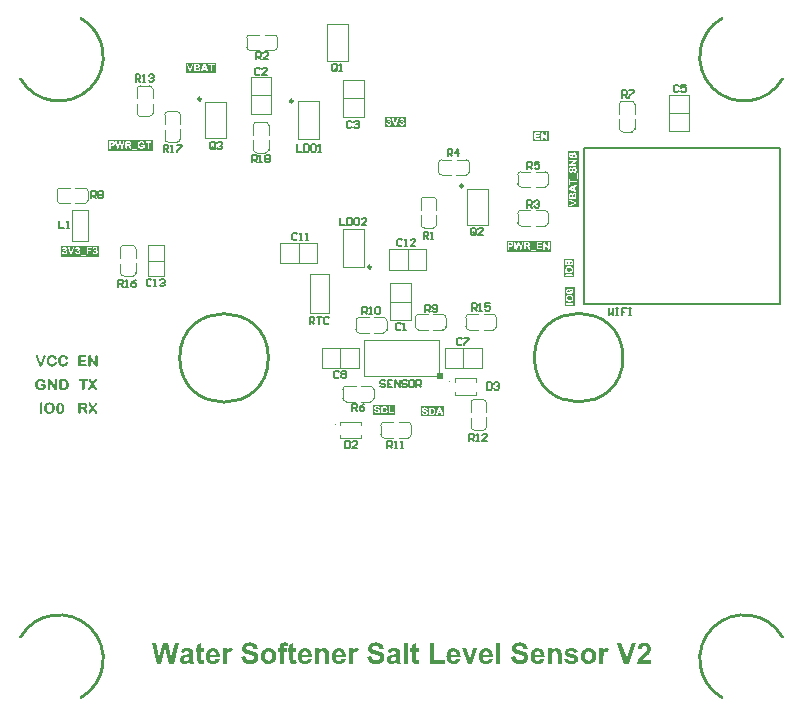
<source format=gbr>
%TF.GenerationSoftware,Altium Limited,Altium Designer,20.1.8 (145)*%
G04 Layer_Color=16777215*
%FSLAX45Y45*%
%MOMM*%
%TF.SameCoordinates,F34F671C-B0F6-4AC1-94B4-1D61ADA518EE*%
%TF.FilePolarity,Positive*%
%TF.FileFunction,Legend,Top*%
%TF.Part,Single*%
G01*
G75*
%TA.AperFunction,NonConductor*%
%ADD43C,0.25400*%
%ADD45C,0.12700*%
%ADD54C,0.10160*%
%ADD55C,0.10000*%
%ADD56C,0.25000*%
%ADD57R,0.50000X0.50000*%
G36*
X1144131Y4651500D02*
X764478D01*
Y4745372D01*
X1144131D01*
Y4651500D01*
D02*
G37*
G36*
X4496082Y4735833D02*
X4365967D01*
Y4820090D01*
X4496082D01*
Y4735833D01*
D02*
G37*
G36*
X4514042Y3797795D02*
X4139935D01*
Y3891668D01*
X4514042D01*
Y3797795D01*
D02*
G37*
G36*
X4712108Y3582615D02*
X4627852D01*
Y3739357D01*
X4712108D01*
Y3582615D01*
D02*
G37*
G36*
X4715171Y3497102D02*
Y3341007D01*
X4630914D01*
Y3497102D01*
X4715171D01*
D02*
G37*
G36*
X664693Y2523108D02*
X665664Y2522970D01*
X666634Y2522692D01*
X667744Y2522138D01*
X668853Y2521583D01*
X669824Y2520751D01*
X669963Y2520612D01*
X670240Y2520335D01*
X670656Y2519780D01*
X671211Y2519087D01*
X671627Y2518255D01*
X672043Y2517284D01*
X672320Y2516174D01*
X672459Y2514926D01*
Y2514787D01*
X672320Y2514094D01*
X672182Y2513123D01*
X671904Y2511736D01*
X671211Y2510072D01*
X670379Y2507992D01*
X669131Y2505634D01*
X667467Y2502999D01*
X649854Y2476788D01*
X668299Y2448496D01*
X668437Y2448358D01*
X668853Y2447803D01*
X669408Y2446971D01*
X670102Y2445862D01*
X671488Y2443504D01*
X672182Y2442256D01*
X672737Y2441146D01*
Y2441008D01*
X673014Y2440730D01*
X673153Y2440175D01*
X673430Y2439482D01*
X673846Y2437818D01*
X674123Y2435876D01*
Y2435738D01*
Y2435460D01*
Y2435044D01*
X673985Y2434351D01*
X673569Y2432964D01*
X672875Y2431300D01*
Y2431161D01*
X672598Y2431022D01*
X672043Y2430190D01*
X670934Y2429081D01*
X669408Y2428110D01*
X669269D01*
X668992Y2427971D01*
X668576Y2427694D01*
X667883Y2427555D01*
X666357Y2427000D01*
X664277Y2426862D01*
X663861D01*
X663306Y2427000D01*
X662613D01*
X660948Y2427417D01*
X659284Y2428110D01*
X659145D01*
X659007Y2428249D01*
X658036Y2428942D01*
X657065Y2429774D01*
X655956Y2431022D01*
Y2431161D01*
X655678Y2431438D01*
X655401Y2431854D01*
X654985Y2432409D01*
X654430Y2433241D01*
X653876Y2434212D01*
X653043Y2435460D01*
X652211Y2436847D01*
X636956Y2461949D01*
X620591Y2436015D01*
Y2435876D01*
X620314Y2435599D01*
X620037Y2435044D01*
X619621Y2434489D01*
X618788Y2433103D01*
X618511Y2432548D01*
X618095Y2431993D01*
X617956Y2431854D01*
X617540Y2431300D01*
X616986Y2430606D01*
X616015Y2429635D01*
X615737Y2429497D01*
X615183Y2428942D01*
X614212Y2428249D01*
X612825Y2427694D01*
X612686D01*
X612548Y2427555D01*
X612132Y2427417D01*
X611577Y2427278D01*
X610190Y2427000D01*
X608526Y2426862D01*
X607971D01*
X607139Y2427000D01*
X606307Y2427139D01*
X605336Y2427417D01*
X604227Y2427833D01*
X603117Y2428387D01*
X602146Y2429219D01*
X602008Y2429358D01*
X601730Y2429635D01*
X601314Y2430190D01*
X600898Y2431022D01*
X600482Y2431854D01*
X600066Y2433103D01*
X599789Y2434489D01*
X599650Y2436015D01*
Y2436292D01*
X599789Y2436847D01*
X599927Y2437957D01*
X600205Y2439343D01*
X600760Y2441146D01*
X601592Y2443227D01*
X602840Y2445445D01*
X604365Y2447942D01*
X624336Y2476927D01*
X607278Y2503554D01*
X607139Y2503693D01*
X606862Y2504109D01*
X606446Y2504664D01*
X606030Y2505357D01*
X604781Y2507299D01*
X603672Y2509379D01*
Y2509517D01*
X603533Y2509934D01*
X603256Y2510488D01*
X603117Y2511182D01*
X602562Y2513123D01*
X602424Y2515204D01*
Y2515342D01*
Y2515758D01*
X602562Y2516313D01*
X602840Y2517145D01*
X603117Y2517977D01*
X603533Y2518948D01*
X604227Y2519780D01*
X605197Y2520751D01*
X605336Y2520890D01*
X605752Y2521167D01*
X606307Y2521583D01*
X607000Y2521999D01*
X607971Y2522415D01*
X609081Y2522831D01*
X610329Y2523108D01*
X611716Y2523247D01*
X612409D01*
X613241Y2523108D01*
X614212Y2522970D01*
X615321Y2522554D01*
X616431Y2522138D01*
X617540Y2521444D01*
X618511Y2520612D01*
X618650Y2520473D01*
X618927Y2520196D01*
X619482Y2519503D01*
X620175Y2518532D01*
X621146Y2517422D01*
X622256Y2515897D01*
X623365Y2514094D01*
X624752Y2511875D01*
X637233Y2490518D01*
X651241Y2512569D01*
Y2512707D01*
X651518Y2512985D01*
X651657Y2513401D01*
X652073Y2513955D01*
X652766Y2515204D01*
X653737Y2516729D01*
Y2516868D01*
X654014Y2517145D01*
X654569Y2517977D01*
X655401Y2519087D01*
X656372Y2520196D01*
Y2520335D01*
X656649Y2520473D01*
X657343Y2521028D01*
X658313Y2521722D01*
X659423Y2522415D01*
X659562D01*
X659700Y2522554D01*
X660532Y2522831D01*
X661780Y2523108D01*
X663306Y2523247D01*
X663999D01*
X664693Y2523108D01*
D02*
G37*
G36*
X561928Y2521583D02*
X563731Y2521444D01*
X565534Y2521306D01*
X567337Y2521167D01*
X567614D01*
X568169Y2521028D01*
X569001Y2520890D01*
X570249Y2520612D01*
X571636Y2520335D01*
X573023Y2519919D01*
X576212Y2518671D01*
X576351Y2518532D01*
X576906Y2518393D01*
X577738Y2517977D01*
X578709Y2517284D01*
X579818Y2516590D01*
X581066Y2515758D01*
X582453Y2514649D01*
X583701Y2513401D01*
X583840Y2513262D01*
X584256Y2512846D01*
X584950Y2512014D01*
X585643Y2511043D01*
X586475Y2509934D01*
X587446Y2508547D01*
X588278Y2506882D01*
X588971Y2505218D01*
X589110Y2504941D01*
X589249Y2504386D01*
X589526Y2503415D01*
X589942Y2502167D01*
X590220Y2500780D01*
X590497Y2499116D01*
X590636Y2497313D01*
X590774Y2495372D01*
Y2495233D01*
Y2494956D01*
Y2494401D01*
X590636Y2493569D01*
Y2492737D01*
X590497Y2491766D01*
X590081Y2489270D01*
X589249Y2486635D01*
X588139Y2483722D01*
X586752Y2480949D01*
X585782Y2479562D01*
X584672Y2478314D01*
X584395Y2478036D01*
X583979Y2477759D01*
X583563Y2477343D01*
X582176Y2476233D01*
X580234Y2474846D01*
X577877Y2473460D01*
X574964Y2472211D01*
X571497Y2470963D01*
X567614Y2470131D01*
X567753D01*
X568446Y2469854D01*
X569278Y2469438D01*
X570388Y2468883D01*
X571775Y2468051D01*
X573300Y2466803D01*
X574964Y2465416D01*
X576629Y2463613D01*
X576767Y2463336D01*
X577461Y2462781D01*
X578293Y2461671D01*
X579402Y2460285D01*
X580650Y2458620D01*
X581899Y2456818D01*
X583285Y2454737D01*
X584672Y2452657D01*
X584811Y2452380D01*
X585227Y2451686D01*
X585920Y2450577D01*
X586752Y2449190D01*
X587585Y2447526D01*
X588555Y2445862D01*
X589387Y2443920D01*
X590220Y2442117D01*
X590358Y2441978D01*
X590497Y2441285D01*
X590913Y2440453D01*
X591329Y2439482D01*
X592022Y2437263D01*
X592161Y2436292D01*
X592300Y2435460D01*
Y2435322D01*
Y2435044D01*
Y2434628D01*
X592161Y2434073D01*
X591745Y2432687D01*
X590913Y2431161D01*
Y2431022D01*
X590636Y2430884D01*
X589942Y2430052D01*
X588833Y2429081D01*
X587307Y2428110D01*
X587168D01*
X586891Y2427971D01*
X586475Y2427694D01*
X585782Y2427555D01*
X585088Y2427278D01*
X584117Y2427000D01*
X582037Y2426862D01*
X581482D01*
X580789Y2427000D01*
X579957D01*
X578154Y2427555D01*
X577183Y2427833D01*
X576212Y2428387D01*
X576074Y2428526D01*
X575796Y2428665D01*
X575380Y2429081D01*
X574826Y2429497D01*
X573577Y2430745D01*
X572329Y2432270D01*
Y2432409D01*
X572052Y2432687D01*
X571636Y2433241D01*
X571220Y2434073D01*
X570665Y2434905D01*
X569833Y2436154D01*
X569001Y2437540D01*
X568030Y2439066D01*
X560541Y2453073D01*
X560402Y2453350D01*
X559848Y2453905D01*
X559154Y2454876D01*
X558322Y2455985D01*
X557213Y2457372D01*
X556103Y2458759D01*
X554855Y2460146D01*
X553746Y2461394D01*
X553607Y2461533D01*
X553191Y2461949D01*
X552636Y2462504D01*
X551943Y2463197D01*
X550972Y2464029D01*
X550001Y2464723D01*
X548892Y2465416D01*
X547782Y2465971D01*
X547644D01*
X547228Y2466109D01*
X546673Y2466387D01*
X545702Y2466664D01*
X544593Y2466803D01*
X543344Y2467080D01*
X541819Y2467219D01*
X535162D01*
Y2439205D01*
Y2438927D01*
Y2438234D01*
X535023Y2437124D01*
X534746Y2435738D01*
X534469Y2434212D01*
X533914Y2432687D01*
X533220Y2431300D01*
X532250Y2429913D01*
X532111Y2429774D01*
X531695Y2429497D01*
X531140Y2428942D01*
X530169Y2428387D01*
X529060Y2427833D01*
X527812Y2427278D01*
X526286Y2427000D01*
X524622Y2426862D01*
X523790D01*
X522958Y2427000D01*
X521848Y2427278D01*
X520600Y2427694D01*
X519213Y2428249D01*
X517965Y2428942D01*
X516856Y2430052D01*
X516717Y2430190D01*
X516440Y2430606D01*
X516024Y2431438D01*
X515608Y2432409D01*
X515053Y2433657D01*
X514637Y2435322D01*
X514359Y2437124D01*
X514221Y2439205D01*
Y2509101D01*
Y2509240D01*
Y2509379D01*
Y2510211D01*
X514359Y2511320D01*
X514637Y2512707D01*
X514914Y2514371D01*
X515469Y2515897D01*
X516162Y2517422D01*
X517133Y2518671D01*
X517272Y2518809D01*
X517688Y2519087D01*
X518381Y2519641D01*
X519491Y2520196D01*
X520878Y2520751D01*
X522403Y2521306D01*
X524483Y2521583D01*
X526702Y2521722D01*
X560264D01*
X561928Y2521583D01*
D02*
G37*
G36*
X361248Y2522276D02*
X362912Y2522138D01*
X364715Y2521860D01*
X366795Y2521444D01*
X368875Y2520890D01*
X370956Y2520196D01*
X371233Y2520057D01*
X371926Y2519780D01*
X372897Y2519225D01*
X374284Y2518532D01*
X375810Y2517700D01*
X377335Y2516452D01*
X378999Y2515204D01*
X380663Y2513678D01*
X380802Y2513539D01*
X381357Y2512985D01*
X382189Y2512014D01*
X383160Y2510904D01*
X384131Y2509379D01*
X385379Y2507715D01*
X386488Y2505773D01*
X387598Y2503554D01*
Y2503415D01*
X387875Y2503138D01*
X388014Y2502445D01*
X388430Y2501612D01*
X388707Y2500503D01*
X389123Y2499255D01*
X389539Y2497729D01*
X390094Y2495926D01*
X390510Y2493985D01*
X390926Y2491766D01*
X391342Y2489270D01*
X391758Y2486773D01*
X392036Y2483861D01*
X392313Y2480810D01*
X392452Y2477620D01*
Y2474153D01*
Y2474014D01*
Y2473737D01*
Y2473182D01*
Y2472489D01*
Y2471518D01*
Y2470547D01*
X392313Y2468051D01*
X392174Y2465277D01*
X391897Y2462365D01*
X391481Y2459314D01*
X391065Y2456401D01*
Y2456263D01*
Y2456124D01*
X390926Y2455708D01*
X390787Y2455153D01*
X390510Y2453766D01*
X389955Y2451964D01*
X389401Y2449883D01*
X388568Y2447526D01*
X387598Y2445168D01*
X386349Y2442810D01*
Y2442672D01*
X386211Y2442533D01*
X385933Y2442117D01*
X385517Y2441562D01*
X384685Y2440175D01*
X383298Y2438511D01*
X381634Y2436570D01*
X379693Y2434628D01*
X377474Y2432687D01*
X374977Y2431022D01*
X374839D01*
X374700Y2430884D01*
X374284Y2430606D01*
X373729Y2430468D01*
X372342Y2429774D01*
X370401Y2429081D01*
X368182Y2428249D01*
X365547Y2427694D01*
X362635Y2427139D01*
X359445Y2427000D01*
X358474D01*
X357781Y2427139D01*
X356948D01*
X355978Y2427278D01*
X353620Y2427694D01*
X350846Y2428387D01*
X347934Y2429219D01*
X344883Y2430606D01*
X341832Y2432409D01*
X341693D01*
X341555Y2432687D01*
X341139Y2432964D01*
X340584Y2433380D01*
X339197Y2434628D01*
X337533Y2436431D01*
X335591Y2438511D01*
X333650Y2441146D01*
X331847Y2444197D01*
X330321Y2447526D01*
X330182Y2447803D01*
X330044Y2448496D01*
X329628Y2449606D01*
X329212Y2451131D01*
X328657Y2452934D01*
X328102Y2455015D01*
X327686Y2457095D01*
X327270Y2459453D01*
Y2459591D01*
Y2459730D01*
X327131Y2460562D01*
X326993Y2461810D01*
X326854Y2463474D01*
X326715Y2465555D01*
X326577Y2467774D01*
X326438Y2470409D01*
Y2473044D01*
Y2473182D01*
Y2473460D01*
Y2474014D01*
Y2474708D01*
Y2475540D01*
Y2476511D01*
X326577Y2478730D01*
X326715Y2481365D01*
X326854Y2484277D01*
X327131Y2487189D01*
X327409Y2490102D01*
Y2490240D01*
Y2490379D01*
X327547Y2490795D01*
Y2491350D01*
X327825Y2492875D01*
X328241Y2494678D01*
X328657Y2496759D01*
X329212Y2499116D01*
X329905Y2501474D01*
X330737Y2503831D01*
Y2503970D01*
X330876Y2504247D01*
X331153Y2504664D01*
X331431Y2505218D01*
X332263Y2506882D01*
X333511Y2508824D01*
X335036Y2511043D01*
X336839Y2513262D01*
X339058Y2515481D01*
X341555Y2517422D01*
X341693D01*
X341832Y2517700D01*
X342248Y2517838D01*
X342803Y2518255D01*
X343635Y2518532D01*
X344467Y2518948D01*
X346547Y2519919D01*
X349043Y2520890D01*
X351956Y2521583D01*
X355284Y2522138D01*
X358890Y2522415D01*
X360000D01*
X361248Y2522276D01*
D02*
G37*
G36*
X271242Y2523108D02*
X272490D01*
X274015Y2522970D01*
X275680Y2522692D01*
X277344Y2522554D01*
X281227Y2521860D01*
X285388Y2520751D01*
X289687Y2519225D01*
X291767Y2518393D01*
X293709Y2517284D01*
X293847D01*
X294125Y2517006D01*
X294679Y2516729D01*
X295511Y2516174D01*
X296344Y2515620D01*
X297314Y2514787D01*
X299672Y2512985D01*
X302307Y2510488D01*
X304942Y2507576D01*
X307438Y2504247D01*
X309657Y2500364D01*
Y2500226D01*
X309935Y2499810D01*
X310212Y2499255D01*
X310489Y2498423D01*
X310905Y2497452D01*
X311321Y2496204D01*
X311876Y2494817D01*
X312431Y2493153D01*
X312847Y2491350D01*
X313402Y2489408D01*
X313818Y2487328D01*
X314234Y2485109D01*
X314789Y2480394D01*
X315066Y2475124D01*
Y2474985D01*
Y2474708D01*
Y2474153D01*
Y2473321D01*
X314927Y2472350D01*
Y2471241D01*
X314789Y2469993D01*
X314650Y2468744D01*
X314372Y2465693D01*
X313818Y2462365D01*
X312986Y2458898D01*
X312015Y2455569D01*
Y2455431D01*
X311876Y2455153D01*
X311738Y2454737D01*
X311460Y2454044D01*
X311183Y2453350D01*
X310767Y2452518D01*
X309796Y2450438D01*
X308548Y2447942D01*
X307022Y2445445D01*
X305219Y2442810D01*
X303139Y2440175D01*
Y2440037D01*
X302862Y2439898D01*
X302168Y2439066D01*
X300781Y2437957D01*
X299117Y2436431D01*
X297037Y2434905D01*
X294541Y2433241D01*
X291767Y2431577D01*
X288716Y2430190D01*
X288577D01*
X288300Y2430052D01*
X287884Y2429913D01*
X287190Y2429635D01*
X286358Y2429358D01*
X285526Y2429081D01*
X284417Y2428803D01*
X283169Y2428526D01*
X280256Y2427971D01*
X276928Y2427417D01*
X273183Y2427000D01*
X269162Y2426862D01*
X267359D01*
X266388Y2427000D01*
X265278D01*
X264030Y2427139D01*
X262643Y2427278D01*
X259592Y2427694D01*
X256403Y2428387D01*
X252935Y2429219D01*
X249607Y2430329D01*
X249468D01*
X249191Y2430468D01*
X248775Y2430745D01*
X248220Y2431022D01*
X246556Y2431716D01*
X244614Y2432825D01*
X242257Y2434351D01*
X239899Y2436015D01*
X237542Y2437957D01*
X235184Y2440314D01*
Y2440453D01*
X234907Y2440592D01*
X234629Y2441008D01*
X234213Y2441424D01*
X233242Y2442810D01*
X231856Y2444752D01*
X230469Y2446971D01*
X229082Y2449606D01*
X227695Y2452657D01*
X226447Y2455847D01*
Y2455985D01*
X226308Y2456263D01*
X226169Y2456818D01*
X226031Y2457372D01*
X225753Y2458204D01*
X225476Y2459314D01*
X225199Y2460423D01*
X225060Y2461671D01*
X224505Y2464584D01*
X223951Y2467912D01*
X223673Y2471379D01*
X223534Y2475263D01*
Y2475401D01*
Y2475679D01*
Y2476372D01*
Y2477065D01*
X223673Y2478036D01*
Y2479146D01*
X223812Y2480394D01*
X223951Y2481781D01*
X224228Y2484693D01*
X224783Y2488021D01*
X225615Y2491489D01*
X226586Y2494817D01*
Y2494956D01*
X226724Y2495233D01*
X226863Y2495649D01*
X227140Y2496342D01*
X227418Y2497036D01*
X227834Y2498007D01*
X228804Y2500087D01*
X230053Y2502445D01*
X231578Y2505080D01*
X233381Y2507576D01*
X235461Y2510072D01*
X235600Y2510211D01*
X235739Y2510350D01*
X236571Y2511182D01*
X237819Y2512291D01*
X239483Y2513678D01*
X241563Y2515204D01*
X244060Y2516868D01*
X246695Y2518393D01*
X249746Y2519780D01*
X249884D01*
X250162Y2519919D01*
X250578Y2520057D01*
X251271Y2520335D01*
X252103Y2520612D01*
X252935Y2520890D01*
X254045Y2521167D01*
X255293Y2521583D01*
X258205Y2522138D01*
X261395Y2522692D01*
X265001Y2523108D01*
X268884Y2523247D01*
X270271D01*
X271242Y2523108D01*
D02*
G37*
G36*
X199820D02*
X200929Y2522831D01*
X202038Y2522415D01*
X203425Y2521860D01*
X204673Y2521167D01*
X205783Y2520057D01*
X205922Y2519919D01*
X206199Y2519503D01*
X206754Y2518671D01*
X207308Y2517700D01*
X207863Y2516452D01*
X208418Y2514787D01*
X208695Y2512985D01*
X208834Y2510766D01*
Y2439205D01*
Y2438927D01*
Y2438234D01*
X208695Y2437124D01*
X208418Y2435738D01*
X208141Y2434212D01*
X207586Y2432687D01*
X206754Y2431300D01*
X205783Y2429913D01*
X205644Y2429774D01*
X205228Y2429497D01*
X204673Y2428942D01*
X203703Y2428387D01*
X202593Y2427833D01*
X201345Y2427278D01*
X199820Y2427000D01*
X198155Y2426862D01*
X197462D01*
X196491Y2427000D01*
X195520Y2427278D01*
X194272Y2427555D01*
X193024Y2428110D01*
X191776Y2428942D01*
X190666Y2429913D01*
X190528Y2430052D01*
X190250Y2430468D01*
X189834Y2431300D01*
X189280Y2432270D01*
X188725Y2433519D01*
X188309Y2435183D01*
X188031Y2437124D01*
X187893Y2439205D01*
Y2510766D01*
Y2510904D01*
Y2511043D01*
Y2511736D01*
X188031Y2512846D01*
X188309Y2514233D01*
X188586Y2515758D01*
X189002Y2517284D01*
X189696Y2518809D01*
X190666Y2520057D01*
X190805Y2520196D01*
X191221Y2520612D01*
X191776Y2521028D01*
X192747Y2521722D01*
X193717Y2522276D01*
X195104Y2522692D01*
X196491Y2523108D01*
X198155Y2523247D01*
X198987D01*
X199820Y2523108D01*
D02*
G37*
G36*
X198363Y2723108D02*
X199334D01*
X201692Y2722970D01*
X204188Y2722554D01*
X206962Y2722138D01*
X209874Y2721444D01*
X212648Y2720612D01*
X212786D01*
X212925Y2720473D01*
X213341Y2720335D01*
X213896Y2720196D01*
X215283Y2719641D01*
X216947Y2718948D01*
X218750Y2717977D01*
X220830Y2716868D01*
X222772Y2715619D01*
X224575Y2714233D01*
X224852Y2714094D01*
X225407Y2713539D01*
X226239Y2712707D01*
X227210Y2711736D01*
X228319Y2710488D01*
X229429Y2709101D01*
X230538Y2707576D01*
X231509Y2705912D01*
X231647Y2705773D01*
X231925Y2705218D01*
X232202Y2704386D01*
X232757Y2703277D01*
X233173Y2702167D01*
X233450Y2700780D01*
X233728Y2699532D01*
X233866Y2698145D01*
Y2698007D01*
Y2697452D01*
X233728Y2696758D01*
X233450Y2695788D01*
X233173Y2694678D01*
X232618Y2693569D01*
X231925Y2692320D01*
X230954Y2691211D01*
X230815Y2691072D01*
X230399Y2690795D01*
X229845Y2690379D01*
X229012Y2689824D01*
X227903Y2689269D01*
X226794Y2688853D01*
X225407Y2688576D01*
X223881Y2688437D01*
X223049D01*
X222494Y2688576D01*
X220969Y2688853D01*
X219443Y2689547D01*
X219305D01*
X219166Y2689824D01*
X218195Y2690379D01*
X217086Y2691350D01*
X215976Y2692598D01*
X215838Y2692875D01*
X215421Y2693430D01*
X214867Y2694401D01*
X214035Y2695510D01*
X212232Y2698145D01*
X211261Y2699255D01*
X210290Y2700364D01*
X210151Y2700503D01*
X209874Y2700780D01*
X209458Y2701335D01*
X208765Y2701890D01*
X207933Y2702583D01*
X206823Y2703415D01*
X205714Y2704109D01*
X204327Y2704802D01*
X204188Y2704941D01*
X203633Y2705079D01*
X202801Y2705357D01*
X201692Y2705773D01*
X200305Y2706050D01*
X198779Y2706328D01*
X196838Y2706466D01*
X194758Y2706605D01*
X193787D01*
X192539Y2706466D01*
X191152Y2706328D01*
X189488Y2706050D01*
X187685Y2705773D01*
X185743Y2705218D01*
X183940Y2704525D01*
X183802Y2704386D01*
X183108Y2704109D01*
X182276Y2703693D01*
X181167Y2702999D01*
X179918Y2702167D01*
X178532Y2701058D01*
X177145Y2699809D01*
X175758Y2698423D01*
X175619Y2698284D01*
X175203Y2697729D01*
X174648Y2696897D01*
X173816Y2695788D01*
X172984Y2694262D01*
X172152Y2692598D01*
X171320Y2690656D01*
X170627Y2688576D01*
X170488Y2688299D01*
X170349Y2687605D01*
X170072Y2686357D01*
X169794Y2684832D01*
X169378Y2682890D01*
X169101Y2680671D01*
X168962Y2678175D01*
X168824Y2675540D01*
Y2675401D01*
Y2674846D01*
Y2674014D01*
X168962Y2672905D01*
X169101Y2671657D01*
X169240Y2670131D01*
X169378Y2668467D01*
X169656Y2666664D01*
X170488Y2662781D01*
X171736Y2658898D01*
X172568Y2656956D01*
X173539Y2655015D01*
X174510Y2653350D01*
X175758Y2651686D01*
X175897Y2651547D01*
X176035Y2651409D01*
X176451Y2650993D01*
X177006Y2650438D01*
X177699Y2649883D01*
X178670Y2649190D01*
X179641Y2648358D01*
X180750Y2647664D01*
X182137Y2646971D01*
X183524Y2646139D01*
X185188Y2645445D01*
X186853Y2644891D01*
X188794Y2644336D01*
X190736Y2644058D01*
X192955Y2643781D01*
X195174Y2643642D01*
X196283D01*
X197393Y2643781D01*
X198918D01*
X200721Y2644058D01*
X202663Y2644336D01*
X204743Y2644613D01*
X206823Y2645168D01*
X207100Y2645307D01*
X207794Y2645445D01*
X208765Y2645861D01*
X210151Y2646277D01*
X211816Y2646971D01*
X213619Y2647664D01*
X217363Y2649467D01*
Y2662226D01*
X203356D01*
X202385Y2662365D01*
X201137Y2662503D01*
X199750Y2662642D01*
X198363Y2663058D01*
X196976Y2663474D01*
X195728Y2664029D01*
X195590Y2664168D01*
X195312Y2664445D01*
X194758Y2664861D01*
X194203Y2665554D01*
X193648Y2666387D01*
X193093Y2667496D01*
X192816Y2668744D01*
X192677Y2670270D01*
Y2670408D01*
Y2670824D01*
X192816Y2671518D01*
X192955Y2672350D01*
X193232Y2673321D01*
X193787Y2674292D01*
X194341Y2675262D01*
X195174Y2676233D01*
X195312Y2676372D01*
X195590Y2676649D01*
X196283Y2676927D01*
X196976Y2677481D01*
X198086Y2677897D01*
X199195Y2678175D01*
X200582Y2678452D01*
X202108Y2678591D01*
X224297D01*
X225268Y2678452D01*
X226377D01*
X227487Y2678313D01*
X229845Y2677759D01*
X229983D01*
X230399Y2677620D01*
X230954Y2677343D01*
X231647Y2677065D01*
X232341Y2676511D01*
X233312Y2675956D01*
X234005Y2675124D01*
X234837Y2674153D01*
X234976Y2674014D01*
X235115Y2673598D01*
X235392Y2673043D01*
X235808Y2672211D01*
X236224Y2671102D01*
X236501Y2669715D01*
X236640Y2668189D01*
X236779Y2666387D01*
Y2649051D01*
Y2648912D01*
Y2648496D01*
Y2647803D01*
X236640Y2646971D01*
X236501Y2645029D01*
X235947Y2643088D01*
Y2642949D01*
X235808Y2642672D01*
X235531Y2642256D01*
X235253Y2641701D01*
X234421Y2640453D01*
X233173Y2638927D01*
X233034Y2638788D01*
X232896Y2638650D01*
X232341Y2638234D01*
X231786Y2637818D01*
X231093Y2637263D01*
X230261Y2636708D01*
X228180Y2635460D01*
X228042D01*
X227764Y2635321D01*
X227348Y2635044D01*
X226794Y2634767D01*
X225961Y2634351D01*
X225129Y2633935D01*
X223049Y2632964D01*
X220553Y2631854D01*
X217779Y2630883D01*
X214867Y2629774D01*
X211954Y2628942D01*
X211816D01*
X211538Y2628803D01*
X211122D01*
X210568Y2628665D01*
X209874Y2628526D01*
X209042Y2628248D01*
X206962Y2627971D01*
X204465Y2627555D01*
X201553Y2627139D01*
X198363Y2627000D01*
X195035Y2626862D01*
X193232D01*
X192261Y2627000D01*
X191152D01*
X189904Y2627139D01*
X188655Y2627278D01*
X185604Y2627694D01*
X182276Y2628248D01*
X178809Y2628942D01*
X175480Y2630051D01*
X175342D01*
X175064Y2630190D01*
X174648Y2630467D01*
X173955Y2630606D01*
X173262Y2631022D01*
X172429Y2631438D01*
X170349Y2632548D01*
X167992Y2633796D01*
X165495Y2635460D01*
X162999Y2637402D01*
X160503Y2639621D01*
Y2639759D01*
X160225Y2639898D01*
X159532Y2640730D01*
X158422Y2642117D01*
X157035Y2643920D01*
X155371Y2646139D01*
X153846Y2648774D01*
X152320Y2651825D01*
X150933Y2655015D01*
Y2655153D01*
X150795Y2655431D01*
X150656Y2655985D01*
X150379Y2656540D01*
X150101Y2657511D01*
X149824Y2658482D01*
X149547Y2659591D01*
X149269Y2660839D01*
X148714Y2663890D01*
X148160Y2667219D01*
X147744Y2670963D01*
X147605Y2674985D01*
Y2675124D01*
Y2675540D01*
Y2676094D01*
Y2676788D01*
X147744Y2677759D01*
Y2678868D01*
X147882Y2680116D01*
X148021Y2681503D01*
X148437Y2684554D01*
X148992Y2687883D01*
X149685Y2691350D01*
X150795Y2694817D01*
Y2694955D01*
X150933Y2695233D01*
X151072Y2695649D01*
X151349Y2696342D01*
X151766Y2697036D01*
X152182Y2698007D01*
X153152Y2700087D01*
X154539Y2702444D01*
X156065Y2705079D01*
X158006Y2707576D01*
X160225Y2710072D01*
X160364Y2710211D01*
X160503Y2710349D01*
X161335Y2711182D01*
X162722Y2712291D01*
X164524Y2713678D01*
X166743Y2715203D01*
X169378Y2716868D01*
X172429Y2718393D01*
X175619Y2719780D01*
X175758D01*
X176035Y2719919D01*
X176590Y2720057D01*
X177145Y2720335D01*
X178115Y2720612D01*
X179086Y2720889D01*
X180196Y2721167D01*
X181583Y2721583D01*
X184495Y2722138D01*
X187962Y2722692D01*
X191845Y2723108D01*
X196006Y2723247D01*
X197531D01*
X198363Y2723108D01*
D02*
G37*
G36*
X324288D02*
X325398Y2722831D01*
X326507Y2722554D01*
X327756Y2721999D01*
X328865Y2721167D01*
X329974Y2720196D01*
X330113Y2720057D01*
X330390Y2719641D01*
X330807Y2718948D01*
X331361Y2717977D01*
X331916Y2716729D01*
X332332Y2715203D01*
X332609Y2713539D01*
X332748Y2711459D01*
Y2640037D01*
Y2639898D01*
Y2639482D01*
X332609Y2638788D01*
Y2637956D01*
X332471Y2636986D01*
X332193Y2635876D01*
X331361Y2633518D01*
X330668Y2632270D01*
X329974Y2631022D01*
X329004Y2629913D01*
X327894Y2628942D01*
X326646Y2628110D01*
X325121Y2627416D01*
X323318Y2627000D01*
X321376Y2626862D01*
X320405D01*
X319712Y2627000D01*
X318048Y2627278D01*
X316383Y2627694D01*
X316245D01*
X315967Y2627832D01*
X315690Y2627971D01*
X315135Y2628248D01*
X313748Y2628942D01*
X312362Y2630051D01*
X312223Y2630190D01*
X312084Y2630329D01*
X311252Y2631161D01*
X310143Y2632270D01*
X309033Y2633657D01*
Y2633796D01*
X308756Y2633935D01*
X308617Y2634351D01*
X308201Y2634905D01*
X307230Y2636292D01*
X306121Y2637956D01*
X273946Y2690656D01*
Y2638650D01*
Y2638372D01*
Y2637679D01*
X273807Y2636708D01*
X273530Y2635460D01*
X273253Y2634073D01*
X272698Y2632548D01*
X272005Y2631161D01*
X271034Y2629913D01*
X270895Y2629774D01*
X270479Y2629497D01*
X269924Y2628942D01*
X269092Y2628387D01*
X268121Y2627832D01*
X266873Y2627278D01*
X265486Y2627000D01*
X263961Y2626862D01*
X263267D01*
X262435Y2627000D01*
X261326Y2627278D01*
X260216Y2627555D01*
X258968Y2628110D01*
X257859Y2628942D01*
X256749Y2629913D01*
X256611Y2630051D01*
X256333Y2630467D01*
X255917Y2631161D01*
X255501Y2632132D01*
X254946Y2633380D01*
X254530Y2634767D01*
X254253Y2636570D01*
X254114Y2638511D01*
Y2708547D01*
Y2708824D01*
Y2709379D01*
Y2710211D01*
X254253Y2711182D01*
X254530Y2713539D01*
X254808Y2714787D01*
X255085Y2715758D01*
X255224Y2715897D01*
X255362Y2716313D01*
X255640Y2717006D01*
X256195Y2717700D01*
X256749Y2718670D01*
X257581Y2719503D01*
X258414Y2720335D01*
X259523Y2721167D01*
X259662Y2721305D01*
X260078Y2721444D01*
X260632Y2721860D01*
X261465Y2722276D01*
X262435Y2722554D01*
X263545Y2722970D01*
X264793Y2723108D01*
X266041Y2723247D01*
X267012D01*
X267705Y2723108D01*
X269231Y2722831D01*
X270756Y2722276D01*
X270895D01*
X271172Y2722138D01*
X272005Y2721583D01*
X273114Y2720751D01*
X274362Y2719780D01*
X274501D01*
X274640Y2719503D01*
X275333Y2718809D01*
X276304Y2717561D01*
X277275Y2716035D01*
Y2715897D01*
X277552Y2715619D01*
X277829Y2715203D01*
X278245Y2714649D01*
X279216Y2713123D01*
X280326Y2711320D01*
X313194Y2658759D01*
Y2711459D01*
Y2711736D01*
Y2712430D01*
X313332Y2713400D01*
X313471Y2714649D01*
X313748Y2716035D01*
X314303Y2717561D01*
X314858Y2718948D01*
X315690Y2720196D01*
X315829Y2720335D01*
X316245Y2720612D01*
X316799Y2721167D01*
X317632Y2721722D01*
X318602Y2722276D01*
X319851Y2722831D01*
X321237Y2723108D01*
X322763Y2723247D01*
X323456D01*
X324288Y2723108D01*
D02*
G37*
G36*
X392382Y2721583D02*
X394601Y2721444D01*
X397098Y2721305D01*
X399871Y2720889D01*
X402784Y2720473D01*
X405419Y2719780D01*
X405557D01*
X405696Y2719641D01*
X406112D01*
X406667Y2719364D01*
X407915Y2718948D01*
X409718Y2718116D01*
X411798Y2717145D01*
X414017Y2715758D01*
X416236Y2714094D01*
X418594Y2712014D01*
X418732Y2711875D01*
X419148Y2711459D01*
X419842Y2710765D01*
X420812Y2709795D01*
X421922Y2708547D01*
X423031Y2707021D01*
X424418Y2705218D01*
X425666Y2703138D01*
X427053Y2700642D01*
X428301Y2698007D01*
X429411Y2694955D01*
X430520Y2691627D01*
X431491Y2688021D01*
X432185Y2684138D01*
X432601Y2679839D01*
X432739Y2675262D01*
Y2675124D01*
Y2674846D01*
Y2674430D01*
Y2673876D01*
X432601Y2672211D01*
Y2670270D01*
X432323Y2667912D01*
X432046Y2665277D01*
X431769Y2662642D01*
X431214Y2660007D01*
Y2659868D01*
Y2659730D01*
X430936Y2658898D01*
X430520Y2657511D01*
X430104Y2655847D01*
X429411Y2653905D01*
X428579Y2651825D01*
X427747Y2649606D01*
X426637Y2647526D01*
X426499Y2647248D01*
X426082Y2646555D01*
X425389Y2645584D01*
X424557Y2644336D01*
X423447Y2642810D01*
X422199Y2641146D01*
X420812Y2639621D01*
X419287Y2638095D01*
X419148Y2637956D01*
X418594Y2637402D01*
X417623Y2636708D01*
X416513Y2635876D01*
X415265Y2634905D01*
X413740Y2633796D01*
X412075Y2632825D01*
X410411Y2631993D01*
X410272Y2631854D01*
X409579Y2631716D01*
X408747Y2631300D01*
X407499Y2630883D01*
X406112Y2630329D01*
X404448Y2629913D01*
X402784Y2629497D01*
X400842Y2629081D01*
X400565D01*
X400010Y2628942D01*
X398900Y2628803D01*
X397514D01*
X395849Y2628665D01*
X393908Y2628526D01*
X391689Y2628387D01*
X364507D01*
X363536Y2628526D01*
X362288Y2628665D01*
X359653Y2629081D01*
X358405Y2629497D01*
X357157Y2630051D01*
X357018Y2630190D01*
X356740Y2630329D01*
X356186Y2630745D01*
X355631Y2631300D01*
X354938Y2631993D01*
X354383Y2632825D01*
X353828Y2633796D01*
X353412Y2634905D01*
Y2635044D01*
X353273Y2635460D01*
X353135Y2636153D01*
X352996Y2636986D01*
X352857Y2638095D01*
X352719Y2639482D01*
X352580Y2640869D01*
Y2642533D01*
Y2709101D01*
Y2709240D01*
Y2709379D01*
Y2710211D01*
X352719Y2711320D01*
X352996Y2712707D01*
X353273Y2714371D01*
X353828Y2715897D01*
X354522Y2717422D01*
X355492Y2718670D01*
X355631Y2718809D01*
X356047Y2719087D01*
X356740Y2719641D01*
X357850Y2720196D01*
X359098Y2720751D01*
X360762Y2721305D01*
X362704Y2721583D01*
X364923Y2721722D01*
X391411D01*
X392382Y2721583D01*
D02*
G37*
G36*
X662959Y2723108D02*
X663930Y2722970D01*
X664901Y2722692D01*
X666010Y2722138D01*
X667120Y2721583D01*
X668091Y2720751D01*
X668229Y2720612D01*
X668507Y2720335D01*
X668923Y2719780D01*
X669477Y2719087D01*
X669894Y2718254D01*
X670310Y2717284D01*
X670587Y2716174D01*
X670726Y2714926D01*
Y2714787D01*
X670587Y2714094D01*
X670448Y2713123D01*
X670171Y2711736D01*
X669477Y2710072D01*
X668645Y2707992D01*
X667397Y2705634D01*
X665733Y2702999D01*
X648120Y2676788D01*
X666565Y2648496D01*
X666704Y2648358D01*
X667120Y2647803D01*
X667675Y2646971D01*
X668368Y2645861D01*
X669755Y2643504D01*
X670448Y2642256D01*
X671003Y2641146D01*
Y2641007D01*
X671280Y2640730D01*
X671419Y2640175D01*
X671696Y2639482D01*
X672112Y2637818D01*
X672390Y2635876D01*
Y2635737D01*
Y2635460D01*
Y2635044D01*
X672251Y2634351D01*
X671835Y2632964D01*
X671142Y2631300D01*
Y2631161D01*
X670864Y2631022D01*
X670310Y2630190D01*
X669200Y2629081D01*
X667675Y2628110D01*
X667536D01*
X667259Y2627971D01*
X666842Y2627694D01*
X666149Y2627555D01*
X664624Y2627000D01*
X662543Y2626862D01*
X662127D01*
X661572Y2627000D01*
X660879D01*
X659215Y2627416D01*
X657551Y2628110D01*
X657412D01*
X657273Y2628248D01*
X656302Y2628942D01*
X655332Y2629774D01*
X654222Y2631022D01*
Y2631161D01*
X653945Y2631438D01*
X653667Y2631854D01*
X653251Y2632409D01*
X652697Y2633241D01*
X652142Y2634212D01*
X651310Y2635460D01*
X650478Y2636847D01*
X635223Y2661949D01*
X618858Y2636015D01*
Y2635876D01*
X618580Y2635599D01*
X618303Y2635044D01*
X617887Y2634489D01*
X617055Y2633102D01*
X616778Y2632548D01*
X616361Y2631993D01*
X616223Y2631854D01*
X615807Y2631300D01*
X615252Y2630606D01*
X614281Y2629635D01*
X614004Y2629497D01*
X613449Y2628942D01*
X612478Y2628248D01*
X611091Y2627694D01*
X610953D01*
X610814Y2627555D01*
X610398Y2627416D01*
X609843Y2627278D01*
X608456Y2627000D01*
X606792Y2626862D01*
X606238D01*
X605405Y2627000D01*
X604573Y2627139D01*
X603603Y2627416D01*
X602493Y2627832D01*
X601384Y2628387D01*
X600413Y2629219D01*
X600274Y2629358D01*
X599997Y2629635D01*
X599581Y2630190D01*
X599165Y2631022D01*
X598749Y2631854D01*
X598333Y2633102D01*
X598055Y2634489D01*
X597917Y2636015D01*
Y2636292D01*
X598055Y2636847D01*
X598194Y2637956D01*
X598471Y2639343D01*
X599026Y2641146D01*
X599858Y2643226D01*
X601106Y2645445D01*
X602632Y2647942D01*
X622602Y2676927D01*
X605544Y2703554D01*
X605405Y2703693D01*
X605128Y2704109D01*
X604712Y2704663D01*
X604296Y2705357D01*
X603048Y2707298D01*
X601938Y2709379D01*
Y2709517D01*
X601800Y2709933D01*
X601522Y2710488D01*
X601384Y2711182D01*
X600829Y2713123D01*
X600690Y2715203D01*
Y2715342D01*
Y2715758D01*
X600829Y2716313D01*
X601106Y2717145D01*
X601384Y2717977D01*
X601800Y2718948D01*
X602493Y2719780D01*
X603464Y2720751D01*
X603603Y2720889D01*
X604019Y2721167D01*
X604573Y2721583D01*
X605267Y2721999D01*
X606238Y2722415D01*
X607347Y2722831D01*
X608595Y2723108D01*
X609982Y2723247D01*
X610675D01*
X611508Y2723108D01*
X612478Y2722970D01*
X613588Y2722554D01*
X614697Y2722138D01*
X615807Y2721444D01*
X616778Y2720612D01*
X616916Y2720473D01*
X617194Y2720196D01*
X617748Y2719503D01*
X618442Y2718532D01*
X619413Y2717422D01*
X620522Y2715897D01*
X621631Y2714094D01*
X623018Y2711875D01*
X635500Y2690518D01*
X649507Y2712568D01*
Y2712707D01*
X649784Y2712984D01*
X649923Y2713400D01*
X650339Y2713955D01*
X651032Y2715203D01*
X652003Y2716729D01*
Y2716868D01*
X652281Y2717145D01*
X652835Y2717977D01*
X653667Y2719087D01*
X654638Y2720196D01*
Y2720335D01*
X654916Y2720473D01*
X655609Y2721028D01*
X656580Y2721722D01*
X657689Y2722415D01*
X657828D01*
X657967Y2722554D01*
X658799Y2722831D01*
X660047Y2723108D01*
X661572Y2723247D01*
X662266D01*
X662959Y2723108D01*
D02*
G37*
G36*
X586683Y2721583D02*
X587931Y2721444D01*
X589179Y2721167D01*
X590566Y2720612D01*
X591814Y2720057D01*
X592924Y2719225D01*
X593063Y2719087D01*
X593340Y2718809D01*
X593756Y2718254D01*
X594311Y2717422D01*
X594865Y2716590D01*
X595282Y2715481D01*
X595559Y2714094D01*
X595698Y2712707D01*
Y2712568D01*
Y2712014D01*
X595559Y2711320D01*
X595420Y2710488D01*
X595004Y2709379D01*
X594588Y2708408D01*
X593895Y2707298D01*
X592924Y2706328D01*
X592785Y2706189D01*
X592369Y2705912D01*
X591814Y2705634D01*
X590844Y2705218D01*
X589734Y2704663D01*
X588347Y2704386D01*
X586683Y2704109D01*
X584880Y2703970D01*
X566297D01*
Y2639205D01*
Y2638927D01*
Y2638234D01*
X566158Y2637124D01*
X565881Y2635737D01*
X565603Y2634212D01*
X565048Y2632686D01*
X564355Y2631300D01*
X563384Y2629913D01*
X563246Y2629774D01*
X562829Y2629497D01*
X562275Y2628942D01*
X561304Y2628387D01*
X560194Y2627832D01*
X558946Y2627278D01*
X557421Y2627000D01*
X555757Y2626862D01*
X554924D01*
X554092Y2627000D01*
X552983Y2627278D01*
X551873Y2627555D01*
X550487Y2628110D01*
X549238Y2628942D01*
X548129Y2629913D01*
X547990Y2630051D01*
X547713Y2630467D01*
X547297Y2631300D01*
X546742Y2632270D01*
X546187Y2633518D01*
X545771Y2635183D01*
X545494Y2637124D01*
X545355Y2639205D01*
Y2703970D01*
X525662D01*
X524691Y2704109D01*
X523582Y2704247D01*
X522195Y2704525D01*
X520947Y2704941D01*
X519699Y2705495D01*
X518589Y2706328D01*
X518451Y2706466D01*
X518173Y2706744D01*
X517757Y2707298D01*
X517341Y2707992D01*
X516786Y2708963D01*
X516370Y2710072D01*
X516093Y2711320D01*
X515954Y2712707D01*
Y2712846D01*
Y2713400D01*
X516093Y2714094D01*
X516370Y2715065D01*
X516648Y2716174D01*
X517064Y2717284D01*
X517757Y2718254D01*
X518728Y2719225D01*
X518867Y2719364D01*
X519283Y2719641D01*
X519837Y2720057D01*
X520808Y2720473D01*
X521779Y2720889D01*
X523166Y2721305D01*
X524691Y2721583D01*
X526494Y2721722D01*
X585712D01*
X586683Y2721583D01*
D02*
G37*
G36*
X389609Y2923108D02*
X390718Y2922970D01*
X392105Y2922831D01*
X393492Y2922692D01*
X396681Y2922138D01*
X400010Y2921306D01*
X403477Y2920196D01*
X406944Y2918671D01*
X407083D01*
X407360Y2918532D01*
X407776Y2918255D01*
X408470Y2917838D01*
X409995Y2916868D01*
X412075Y2915481D01*
X414294Y2913955D01*
X416513Y2912014D01*
X418732Y2909795D01*
X420674Y2907298D01*
Y2907160D01*
X420951Y2907021D01*
X421506Y2906189D01*
X422199Y2904802D01*
X423170Y2903138D01*
X424002Y2901196D01*
X424834Y2898977D01*
X425389Y2896758D01*
X425528Y2894401D01*
Y2894262D01*
Y2893846D01*
X425389Y2893153D01*
X425250Y2892321D01*
X424834Y2891211D01*
X424418Y2890240D01*
X423725Y2889131D01*
X422893Y2888021D01*
X422754Y2887883D01*
X422477Y2887605D01*
X421922Y2887189D01*
X421229Y2886635D01*
X420258Y2886080D01*
X419148Y2885664D01*
X417900Y2885386D01*
X416513Y2885248D01*
X415820D01*
X415126Y2885386D01*
X414294Y2885525D01*
X412214Y2886080D01*
X411243Y2886496D01*
X410411Y2887051D01*
X410272Y2887189D01*
X410134Y2887467D01*
X409718Y2887883D01*
X409163Y2888576D01*
X408608Y2889408D01*
X407776Y2890518D01*
X407083Y2891766D01*
X406251Y2893291D01*
Y2893430D01*
X406112Y2893569D01*
X405696Y2894401D01*
X404864Y2895510D01*
X403893Y2896897D01*
X402784Y2898561D01*
X401397Y2900087D01*
X399871Y2901612D01*
X398207Y2902999D01*
X398068Y2903138D01*
X397375Y2903554D01*
X396404Y2903970D01*
X395017Y2904663D01*
X393492Y2905218D01*
X391550Y2905634D01*
X389331Y2906050D01*
X386835Y2906189D01*
X385864D01*
X385032Y2906050D01*
X384200Y2905912D01*
X383229Y2905773D01*
X380733Y2905218D01*
X378098Y2904109D01*
X376711Y2903554D01*
X375324Y2902722D01*
X373799Y2901751D01*
X372412Y2900642D01*
X371164Y2899393D01*
X369915Y2897868D01*
Y2897729D01*
X369638Y2897452D01*
X369361Y2897036D01*
X368945Y2896342D01*
X368390Y2895510D01*
X367835Y2894540D01*
X367280Y2893291D01*
X366726Y2891905D01*
X366171Y2890240D01*
X365616Y2888576D01*
X365062Y2886635D01*
X364507Y2884416D01*
X364091Y2882197D01*
X363813Y2879700D01*
X363675Y2877065D01*
X363536Y2874292D01*
Y2874153D01*
Y2873876D01*
Y2873321D01*
Y2872489D01*
X363675Y2871657D01*
Y2870547D01*
X363952Y2868190D01*
X364229Y2865416D01*
X364645Y2862504D01*
X365339Y2859591D01*
X366310Y2856956D01*
Y2856818D01*
X366448Y2856679D01*
X366864Y2855847D01*
X367419Y2854737D01*
X368390Y2853212D01*
X369499Y2851686D01*
X370886Y2850022D01*
X372412Y2848496D01*
X374215Y2847110D01*
X374492Y2846971D01*
X375185Y2846555D01*
X376156Y2846139D01*
X377682Y2845584D01*
X379485Y2844891D01*
X381426Y2844475D01*
X383784Y2844059D01*
X386280Y2843920D01*
X387528D01*
X388915Y2844059D01*
X390718Y2844336D01*
X392660Y2844752D01*
X394740Y2845445D01*
X396820Y2846278D01*
X398900Y2847526D01*
X399178Y2847664D01*
X399732Y2848219D01*
X400703Y2849051D01*
X401813Y2850299D01*
X403061Y2851964D01*
X404448Y2853905D01*
X405696Y2856263D01*
X406805Y2858898D01*
Y2859036D01*
X407083Y2859452D01*
X407360Y2860146D01*
X407637Y2860839D01*
X408747Y2862781D01*
X409995Y2864861D01*
X410134Y2865000D01*
X410411Y2865277D01*
X410827Y2865693D01*
X411521Y2866248D01*
X412353Y2866664D01*
X413462Y2867080D01*
X414849Y2867357D01*
X416375Y2867496D01*
X417068D01*
X417761Y2867357D01*
X418732Y2867219D01*
X419703Y2866803D01*
X420812Y2866387D01*
X421922Y2865693D01*
X423031Y2864722D01*
X423170Y2864584D01*
X423447Y2864306D01*
X423864Y2863752D01*
X424418Y2862920D01*
X424973Y2861949D01*
X425389Y2860839D01*
X425666Y2859591D01*
X425805Y2858204D01*
Y2858066D01*
Y2857372D01*
X425666Y2856540D01*
X425528Y2855292D01*
X425250Y2853905D01*
X424834Y2852241D01*
X424280Y2850438D01*
X423586Y2848496D01*
X423447Y2848219D01*
X423170Y2847664D01*
X422615Y2846555D01*
X421922Y2845168D01*
X420951Y2843643D01*
X419703Y2841840D01*
X418177Y2840037D01*
X416513Y2838095D01*
X416236Y2837818D01*
X415681Y2837263D01*
X414572Y2836292D01*
X413185Y2835183D01*
X411521Y2833935D01*
X409440Y2832548D01*
X406944Y2831161D01*
X404309Y2829913D01*
X404170D01*
X404032Y2829774D01*
X403616Y2829635D01*
X403061Y2829497D01*
X402367Y2829219D01*
X401535Y2828942D01*
X399455Y2828387D01*
X396959Y2827833D01*
X394046Y2827278D01*
X390718Y2827000D01*
X387251Y2826862D01*
X386003D01*
X384616Y2827000D01*
X382813D01*
X380733Y2827139D01*
X378514Y2827416D01*
X373799Y2828249D01*
X373521D01*
X372828Y2828526D01*
X371718Y2828803D01*
X370193Y2829219D01*
X368529Y2829913D01*
X366726Y2830606D01*
X364784Y2831438D01*
X362843Y2832548D01*
X362565Y2832686D01*
X362010Y2833103D01*
X361040Y2833796D01*
X359792Y2834767D01*
X358405Y2836015D01*
X356740Y2837540D01*
X355076Y2839343D01*
X353412Y2841424D01*
X353273Y2841562D01*
X352857Y2841978D01*
X352164Y2842810D01*
X351470Y2843781D01*
X350500Y2845029D01*
X349529Y2846555D01*
X348419Y2848219D01*
X347449Y2850161D01*
X347310Y2850438D01*
X347033Y2851131D01*
X346617Y2852241D01*
X345923Y2853766D01*
X345368Y2855431D01*
X344675Y2857372D01*
X344120Y2859591D01*
X343565Y2861810D01*
Y2861949D01*
Y2862087D01*
X343427Y2862920D01*
X343149Y2864168D01*
X343011Y2865693D01*
X342733Y2867635D01*
X342456Y2869854D01*
X342317Y2872350D01*
Y2874846D01*
Y2874985D01*
Y2875401D01*
Y2875956D01*
Y2876788D01*
X342456Y2877759D01*
Y2878868D01*
X342595Y2880116D01*
X342733Y2881642D01*
X343149Y2884693D01*
X343704Y2888021D01*
X344398Y2891489D01*
X345507Y2894956D01*
Y2895094D01*
X345646Y2895372D01*
X345784Y2895788D01*
X346062Y2896481D01*
X346478Y2897175D01*
X346894Y2898145D01*
X347865Y2900226D01*
X349113Y2902583D01*
X350777Y2905080D01*
X352719Y2907715D01*
X354799Y2910211D01*
X354938Y2910350D01*
X355076Y2910488D01*
X355908Y2911320D01*
X357157Y2912430D01*
X358821Y2913817D01*
X361040Y2915342D01*
X363397Y2917006D01*
X366171Y2918532D01*
X369083Y2919919D01*
X369222D01*
X369499Y2920057D01*
X369915Y2920196D01*
X370470Y2920473D01*
X371302Y2920751D01*
X372273Y2921028D01*
X374353Y2921583D01*
X376988Y2922138D01*
X380039Y2922692D01*
X383229Y2923108D01*
X386696Y2923247D01*
X388638D01*
X389609Y2923108D01*
D02*
G37*
G36*
X293639D02*
X294749Y2922970D01*
X296136Y2922831D01*
X297522Y2922692D01*
X300712Y2922138D01*
X304041Y2921306D01*
X307508Y2920196D01*
X310975Y2918671D01*
X311113D01*
X311391Y2918532D01*
X311807Y2918255D01*
X312500Y2917838D01*
X314026Y2916868D01*
X316106Y2915481D01*
X318325Y2913955D01*
X320544Y2912014D01*
X322763Y2909795D01*
X324704Y2907298D01*
Y2907160D01*
X324982Y2907021D01*
X325537Y2906189D01*
X326230Y2904802D01*
X327201Y2903138D01*
X328033Y2901196D01*
X328865Y2898977D01*
X329420Y2896758D01*
X329558Y2894401D01*
Y2894262D01*
Y2893846D01*
X329420Y2893153D01*
X329281Y2892321D01*
X328865Y2891211D01*
X328449Y2890240D01*
X327756Y2889131D01*
X326923Y2888021D01*
X326785Y2887883D01*
X326507Y2887605D01*
X325953Y2887189D01*
X325259Y2886635D01*
X324288Y2886080D01*
X323179Y2885664D01*
X321931Y2885386D01*
X320544Y2885248D01*
X319851D01*
X319157Y2885386D01*
X318325Y2885525D01*
X316245Y2886080D01*
X315274Y2886496D01*
X314442Y2887051D01*
X314303Y2887189D01*
X314164Y2887467D01*
X313748Y2887883D01*
X313194Y2888576D01*
X312639Y2889408D01*
X311807Y2890518D01*
X311113Y2891766D01*
X310281Y2893291D01*
Y2893430D01*
X310143Y2893569D01*
X309727Y2894401D01*
X308894Y2895510D01*
X307924Y2896897D01*
X306814Y2898561D01*
X305427Y2900087D01*
X303902Y2901612D01*
X302238Y2902999D01*
X302099Y2903138D01*
X301406Y2903554D01*
X300435Y2903970D01*
X299048Y2904663D01*
X297522Y2905218D01*
X295581Y2905634D01*
X293362Y2906050D01*
X290866Y2906189D01*
X289895D01*
X289063Y2906050D01*
X288231Y2905912D01*
X287260Y2905773D01*
X284763Y2905218D01*
X282128Y2904109D01*
X280742Y2903554D01*
X279355Y2902722D01*
X277829Y2901751D01*
X276442Y2900642D01*
X275194Y2899393D01*
X273946Y2897868D01*
Y2897729D01*
X273669Y2897452D01*
X273391Y2897036D01*
X272975Y2896342D01*
X272421Y2895510D01*
X271866Y2894540D01*
X271311Y2893291D01*
X270756Y2891905D01*
X270202Y2890240D01*
X269647Y2888576D01*
X269092Y2886635D01*
X268537Y2884416D01*
X268121Y2882197D01*
X267844Y2879700D01*
X267705Y2877065D01*
X267567Y2874292D01*
Y2874153D01*
Y2873876D01*
Y2873321D01*
Y2872489D01*
X267705Y2871657D01*
Y2870547D01*
X267983Y2868190D01*
X268260Y2865416D01*
X268676Y2862504D01*
X269370Y2859591D01*
X270340Y2856956D01*
Y2856818D01*
X270479Y2856679D01*
X270895Y2855847D01*
X271450Y2854737D01*
X272421Y2853212D01*
X273530Y2851686D01*
X274917Y2850022D01*
X276442Y2848496D01*
X278245Y2847110D01*
X278523Y2846971D01*
X279216Y2846555D01*
X280187Y2846139D01*
X281712Y2845584D01*
X283515Y2844891D01*
X285457Y2844475D01*
X287815Y2844059D01*
X290311Y2843920D01*
X291559D01*
X292946Y2844059D01*
X294749Y2844336D01*
X296690Y2844752D01*
X298771Y2845445D01*
X300851Y2846278D01*
X302931Y2847526D01*
X303208Y2847664D01*
X303763Y2848219D01*
X304734Y2849051D01*
X305843Y2850299D01*
X307092Y2851964D01*
X308478Y2853905D01*
X309727Y2856263D01*
X310836Y2858898D01*
Y2859036D01*
X311113Y2859452D01*
X311391Y2860146D01*
X311668Y2860839D01*
X312778Y2862781D01*
X314026Y2864861D01*
X314164Y2865000D01*
X314442Y2865277D01*
X314858Y2865693D01*
X315551Y2866248D01*
X316383Y2866664D01*
X317493Y2867080D01*
X318880Y2867357D01*
X320405Y2867496D01*
X321099D01*
X321792Y2867357D01*
X322763Y2867219D01*
X323734Y2866803D01*
X324843Y2866387D01*
X325953Y2865693D01*
X327062Y2864722D01*
X327201Y2864584D01*
X327478Y2864306D01*
X327894Y2863752D01*
X328449Y2862920D01*
X329004Y2861949D01*
X329420Y2860839D01*
X329697Y2859591D01*
X329836Y2858204D01*
Y2858066D01*
Y2857372D01*
X329697Y2856540D01*
X329558Y2855292D01*
X329281Y2853905D01*
X328865Y2852241D01*
X328310Y2850438D01*
X327617Y2848496D01*
X327478Y2848219D01*
X327201Y2847664D01*
X326646Y2846555D01*
X325953Y2845168D01*
X324982Y2843643D01*
X323734Y2841840D01*
X322208Y2840037D01*
X320544Y2838095D01*
X320267Y2837818D01*
X319712Y2837263D01*
X318602Y2836292D01*
X317216Y2835183D01*
X315551Y2833935D01*
X313471Y2832548D01*
X310975Y2831161D01*
X308340Y2829913D01*
X308201D01*
X308062Y2829774D01*
X307646Y2829635D01*
X307092Y2829497D01*
X306398Y2829219D01*
X305566Y2828942D01*
X303486Y2828387D01*
X300989Y2827833D01*
X298077Y2827278D01*
X294749Y2827000D01*
X291282Y2826862D01*
X290033D01*
X288647Y2827000D01*
X286844D01*
X284763Y2827139D01*
X282545Y2827416D01*
X277829Y2828249D01*
X277552D01*
X276858Y2828526D01*
X275749Y2828803D01*
X274223Y2829219D01*
X272559Y2829913D01*
X270756Y2830606D01*
X268815Y2831438D01*
X266873Y2832548D01*
X266596Y2832686D01*
X266041Y2833103D01*
X265070Y2833796D01*
X263822Y2834767D01*
X262435Y2836015D01*
X260771Y2837540D01*
X259107Y2839343D01*
X257443Y2841424D01*
X257304Y2841562D01*
X256888Y2841978D01*
X256195Y2842810D01*
X255501Y2843781D01*
X254530Y2845029D01*
X253560Y2846555D01*
X252450Y2848219D01*
X251479Y2850161D01*
X251341Y2850438D01*
X251063Y2851131D01*
X250647Y2852241D01*
X249954Y2853766D01*
X249399Y2855431D01*
X248706Y2857372D01*
X248151Y2859591D01*
X247596Y2861810D01*
Y2861949D01*
Y2862087D01*
X247457Y2862920D01*
X247180Y2864168D01*
X247041Y2865693D01*
X246764Y2867635D01*
X246487Y2869854D01*
X246348Y2872350D01*
Y2874846D01*
Y2874985D01*
Y2875401D01*
Y2875956D01*
Y2876788D01*
X246487Y2877759D01*
Y2878868D01*
X246625Y2880116D01*
X246764Y2881642D01*
X247180Y2884693D01*
X247735Y2888021D01*
X248428Y2891489D01*
X249538Y2894956D01*
Y2895094D01*
X249676Y2895372D01*
X249815Y2895788D01*
X250092Y2896481D01*
X250509Y2897175D01*
X250925Y2898145D01*
X251895Y2900226D01*
X253144Y2902583D01*
X254808Y2905080D01*
X256749Y2907715D01*
X258830Y2910211D01*
X258968Y2910350D01*
X259107Y2910488D01*
X259939Y2911320D01*
X261187Y2912430D01*
X262851Y2913817D01*
X265070Y2915342D01*
X267428Y2917006D01*
X270202Y2918532D01*
X273114Y2919919D01*
X273253D01*
X273530Y2920057D01*
X273946Y2920196D01*
X274501Y2920473D01*
X275333Y2920751D01*
X276304Y2921028D01*
X278384Y2921583D01*
X281019Y2922138D01*
X284070Y2922692D01*
X287260Y2923108D01*
X290727Y2923247D01*
X292668D01*
X293639Y2923108D01*
D02*
G37*
G36*
X228319D02*
X229983Y2922692D01*
X231786Y2921860D01*
X231925D01*
X232202Y2921583D01*
X232618Y2921306D01*
X233173Y2920890D01*
X234282Y2919641D01*
X235392Y2918116D01*
Y2917977D01*
X235669Y2917700D01*
X235808Y2917284D01*
X236085Y2916729D01*
X236501Y2915342D01*
X236779Y2913678D01*
Y2913401D01*
Y2912707D01*
X236640Y2911736D01*
X236363Y2910488D01*
Y2910350D01*
X236224Y2910211D01*
X236085Y2909517D01*
X235669Y2908408D01*
X235253Y2907298D01*
X235115Y2907021D01*
X234837Y2906328D01*
X234560Y2905080D01*
X234005Y2903554D01*
X211954Y2844197D01*
Y2844059D01*
X211816Y2843781D01*
X211677Y2843226D01*
X211400Y2842533D01*
X211122Y2841562D01*
X210706Y2840591D01*
X209874Y2838234D01*
Y2838095D01*
X209597Y2837679D01*
X209458Y2837124D01*
X209042Y2836292D01*
X208071Y2834489D01*
X206962Y2832548D01*
X206823Y2832409D01*
X206684Y2832132D01*
X206268Y2831716D01*
X205714Y2831161D01*
X204327Y2829774D01*
X202385Y2828387D01*
X202246D01*
X201830Y2828110D01*
X201276Y2827971D01*
X200444Y2827694D01*
X199473Y2827416D01*
X198363Y2827139D01*
X196976Y2827000D01*
X195451Y2826862D01*
X194758D01*
X194064Y2827000D01*
X193093D01*
X190874Y2827555D01*
X189626Y2827833D01*
X188517Y2828387D01*
X188378Y2828526D01*
X188101Y2828665D01*
X187546Y2829081D01*
X186853Y2829497D01*
X185327Y2830884D01*
X183940Y2832548D01*
X183802Y2832686D01*
X183663Y2832964D01*
X183385Y2833519D01*
X182969Y2834212D01*
X182553Y2835044D01*
X181999Y2836015D01*
X181028Y2838095D01*
Y2838234D01*
X180889Y2838650D01*
X180612Y2839205D01*
X180334Y2840037D01*
X179641Y2841978D01*
X178948Y2844197D01*
X157035Y2903554D01*
Y2903693D01*
X156897Y2903831D01*
X156619Y2904663D01*
X156342Y2905773D01*
X155787Y2906882D01*
Y2907021D01*
X155649Y2907160D01*
X155510Y2907853D01*
X155094Y2908963D01*
X154817Y2910211D01*
Y2910350D01*
Y2910488D01*
X154678Y2911320D01*
X154539Y2912430D01*
Y2913539D01*
Y2913678D01*
Y2914233D01*
X154678Y2914926D01*
X154955Y2915758D01*
X155233Y2916868D01*
X155649Y2917977D01*
X156342Y2919087D01*
X157313Y2920196D01*
X157452Y2920335D01*
X157868Y2920612D01*
X158422Y2921167D01*
X159393Y2921722D01*
X160364Y2922276D01*
X161612Y2922831D01*
X163138Y2923108D01*
X164663Y2923247D01*
X165495D01*
X166466Y2923108D01*
X167714Y2922831D01*
X168962Y2922415D01*
X170210Y2921860D01*
X171320Y2921028D01*
X172291Y2919919D01*
X172429Y2919780D01*
X172707Y2919364D01*
X173123Y2918532D01*
X173678Y2917561D01*
X174232Y2916174D01*
X174926Y2914649D01*
X175758Y2912846D01*
X176451Y2910766D01*
X195867Y2850299D01*
X215283Y2910627D01*
X215421Y2910904D01*
X215560Y2911459D01*
X215838Y2912291D01*
X216254Y2913262D01*
X217086Y2915620D01*
X217502Y2916729D01*
X217779Y2917561D01*
Y2917700D01*
X217918Y2917977D01*
X218195Y2918255D01*
X218473Y2918809D01*
X219443Y2920057D01*
X220830Y2921444D01*
X220969Y2921583D01*
X221246Y2921722D01*
X221662Y2921999D01*
X222356Y2922415D01*
X223188Y2922692D01*
X224297Y2922970D01*
X225407Y2923108D01*
X226655Y2923247D01*
X227626D01*
X228319Y2923108D01*
D02*
G37*
G36*
X668299D02*
X669408Y2922831D01*
X670518Y2922554D01*
X671766Y2921999D01*
X672875Y2921167D01*
X673985Y2920196D01*
X674123Y2920057D01*
X674401Y2919641D01*
X674817Y2918948D01*
X675372Y2917977D01*
X675926Y2916729D01*
X676342Y2915203D01*
X676620Y2913539D01*
X676758Y2911459D01*
Y2840037D01*
Y2839898D01*
Y2839482D01*
X676620Y2838789D01*
Y2837956D01*
X676481Y2836986D01*
X676204Y2835876D01*
X675372Y2833519D01*
X674678Y2832270D01*
X673985Y2831022D01*
X673014Y2829913D01*
X671904Y2828942D01*
X670656Y2828110D01*
X669131Y2827416D01*
X667328Y2827000D01*
X665386Y2826862D01*
X664415D01*
X663722Y2827000D01*
X662058Y2827278D01*
X660394Y2827694D01*
X660255D01*
X659978Y2827833D01*
X659700Y2827971D01*
X659145Y2828249D01*
X657759Y2828942D01*
X656372Y2830051D01*
X656233Y2830190D01*
X656094Y2830329D01*
X655262Y2831161D01*
X654153Y2832270D01*
X653043Y2833657D01*
Y2833796D01*
X652766Y2833935D01*
X652627Y2834351D01*
X652211Y2834905D01*
X651241Y2836292D01*
X650131Y2837956D01*
X617956Y2890656D01*
Y2838650D01*
Y2838373D01*
Y2837679D01*
X617818Y2836708D01*
X617540Y2835460D01*
X617263Y2834073D01*
X616708Y2832548D01*
X616015Y2831161D01*
X615044Y2829913D01*
X614905Y2829774D01*
X614489Y2829497D01*
X613935Y2828942D01*
X613102Y2828387D01*
X612132Y2827833D01*
X610883Y2827278D01*
X609497Y2827000D01*
X607971Y2826862D01*
X607278D01*
X606446Y2827000D01*
X605336Y2827278D01*
X604227Y2827555D01*
X602978Y2828110D01*
X601869Y2828942D01*
X600760Y2829913D01*
X600621Y2830051D01*
X600343Y2830468D01*
X599927Y2831161D01*
X599511Y2832132D01*
X598957Y2833380D01*
X598541Y2834767D01*
X598263Y2836570D01*
X598125Y2838511D01*
Y2908547D01*
Y2908824D01*
Y2909379D01*
Y2910211D01*
X598263Y2911182D01*
X598541Y2913539D01*
X598818Y2914787D01*
X599095Y2915758D01*
X599234Y2915897D01*
X599373Y2916313D01*
X599650Y2917006D01*
X600205Y2917700D01*
X600760Y2918671D01*
X601592Y2919503D01*
X602424Y2920335D01*
X603533Y2921167D01*
X603672Y2921306D01*
X604088Y2921444D01*
X604643Y2921860D01*
X605475Y2922276D01*
X606446Y2922554D01*
X607555Y2922970D01*
X608803Y2923108D01*
X610051Y2923247D01*
X611022D01*
X611716Y2923108D01*
X613241Y2922831D01*
X614767Y2922276D01*
X614905D01*
X615183Y2922138D01*
X616015Y2921583D01*
X617124Y2920751D01*
X618372Y2919780D01*
X618511D01*
X618650Y2919503D01*
X619343Y2918809D01*
X620314Y2917561D01*
X621285Y2916036D01*
Y2915897D01*
X621562Y2915620D01*
X621839Y2915203D01*
X622256Y2914649D01*
X623226Y2913123D01*
X624336Y2911320D01*
X657204Y2858759D01*
Y2911459D01*
Y2911736D01*
Y2912430D01*
X657343Y2913401D01*
X657481Y2914649D01*
X657759Y2916036D01*
X658313Y2917561D01*
X658868Y2918948D01*
X659700Y2920196D01*
X659839Y2920335D01*
X660255Y2920612D01*
X660810Y2921167D01*
X661642Y2921722D01*
X662613Y2922276D01*
X663861Y2922831D01*
X665248Y2923108D01*
X666773Y2923247D01*
X667467D01*
X668299Y2923108D01*
D02*
G37*
G36*
X574132Y2921583D02*
X575242Y2921444D01*
X576490Y2921167D01*
X577738Y2920751D01*
X578986Y2920196D01*
X579957Y2919364D01*
X580096Y2919225D01*
X580373Y2918948D01*
X580789Y2918393D01*
X581344Y2917700D01*
X581760Y2916868D01*
X582176Y2915897D01*
X582453Y2914649D01*
X582592Y2913401D01*
Y2913262D01*
Y2912846D01*
X582453Y2912152D01*
X582315Y2911182D01*
X581899Y2910211D01*
X581482Y2909240D01*
X580789Y2908269D01*
X579957Y2907298D01*
X579818Y2907160D01*
X579541Y2907021D01*
X578847Y2906605D01*
X578154Y2906189D01*
X577045Y2905773D01*
X575796Y2905496D01*
X574271Y2905218D01*
X572468Y2905080D01*
X532527D01*
Y2885248D01*
X570110D01*
X570942Y2885109D01*
X571913Y2884970D01*
X573161Y2884693D01*
X574271Y2884277D01*
X575519Y2883722D01*
X576490Y2882890D01*
X576629Y2882751D01*
X576906Y2882474D01*
X577322Y2882058D01*
X577738Y2881365D01*
X578154Y2880532D01*
X578570Y2879562D01*
X578847Y2878314D01*
X578986Y2877065D01*
Y2876927D01*
Y2876511D01*
X578847Y2875817D01*
X578709Y2874985D01*
X578431Y2874014D01*
X577877Y2873044D01*
X577322Y2872073D01*
X576490Y2871102D01*
X576351Y2870963D01*
X576074Y2870825D01*
X575519Y2870409D01*
X574687Y2869992D01*
X573716Y2869576D01*
X572468Y2869299D01*
X570942Y2869022D01*
X569278Y2868883D01*
X532527D01*
Y2845445D01*
X574826D01*
X575658Y2845307D01*
X576767Y2845168D01*
X578015Y2844891D01*
X579264Y2844336D01*
X580373Y2843781D01*
X581482Y2842949D01*
X581621Y2842810D01*
X581899Y2842533D01*
X582315Y2841978D01*
X582869Y2841285D01*
X583285Y2840453D01*
X583701Y2839343D01*
X583979Y2838234D01*
X584117Y2836847D01*
Y2836708D01*
Y2836292D01*
X583979Y2835599D01*
X583840Y2834628D01*
X583424Y2833657D01*
X583008Y2832686D01*
X582315Y2831716D01*
X581482Y2830745D01*
X581344Y2830606D01*
X581066Y2830329D01*
X580373Y2830051D01*
X579541Y2829635D01*
X578431Y2829081D01*
X577183Y2828803D01*
X575658Y2828526D01*
X573994Y2828387D01*
X522819D01*
X521710Y2828526D01*
X520323Y2828803D01*
X518797Y2829081D01*
X517272Y2829635D01*
X515746Y2830329D01*
X514498Y2831300D01*
X514359Y2831438D01*
X514082Y2831854D01*
X513527Y2832548D01*
X513111Y2833657D01*
X512557Y2835044D01*
X512002Y2836570D01*
X511724Y2838650D01*
X511586Y2840869D01*
Y2909101D01*
Y2909240D01*
Y2909795D01*
X511724Y2910627D01*
Y2911598D01*
X512140Y2913955D01*
X512418Y2915065D01*
X512834Y2916174D01*
X512973Y2916313D01*
X513111Y2916590D01*
X513389Y2917145D01*
X513943Y2917838D01*
X515192Y2919225D01*
X516024Y2919780D01*
X516994Y2920335D01*
X517133D01*
X517549Y2920612D01*
X518104Y2920751D01*
X518936Y2921028D01*
X519907Y2921306D01*
X521155Y2921444D01*
X522403Y2921722D01*
X573300D01*
X574132Y2921583D01*
D02*
G37*
G36*
X2266235Y491114D02*
X2269799Y490859D01*
X2274125Y490350D01*
X2278961Y489587D01*
X2284051Y488569D01*
X2289396Y487042D01*
X2284815Y463372D01*
X2284560D01*
X2283542Y463627D01*
X2281760Y464136D01*
X2279724Y464390D01*
X2277434Y464900D01*
X2274889Y465154D01*
X2269290Y465409D01*
X2268017D01*
X2266745Y465154D01*
X2265217Y464900D01*
X2261654Y463881D01*
X2260127Y463118D01*
X2258600Y461845D01*
Y461591D01*
X2258091Y461082D01*
X2257582Y460318D01*
X2257073Y458791D01*
X2256564Y457010D01*
X2256055Y454719D01*
X2255801Y451920D01*
X2255546Y448611D01*
Y439703D01*
X2280742D01*
Y413234D01*
X2255546D01*
Y311940D01*
X2221697D01*
Y413234D01*
X2202863D01*
Y439703D01*
X2221697D01*
Y449120D01*
Y449375D01*
Y449884D01*
Y450647D01*
Y451920D01*
X2221951Y454719D01*
X2222206Y458282D01*
X2222460Y462100D01*
X2223224Y466172D01*
X2223987Y469990D01*
X2225005Y473298D01*
X2225260Y473553D01*
X2225769Y474571D01*
X2226532Y476098D01*
X2227805Y477879D01*
X2229586Y479915D01*
X2231622Y482206D01*
X2234422Y484242D01*
X2237476Y486278D01*
X2237985Y486533D01*
X2239258Y487042D01*
X2241294Y487805D01*
X2243839Y488823D01*
X2247402Y489841D01*
X2251220Y490605D01*
X2255801Y491114D01*
X2260891Y491368D01*
X2263436D01*
X2266235Y491114D01*
D02*
G37*
G36*
X4255216D02*
X4258015Y490859D01*
X4261324Y490605D01*
X4264632Y490096D01*
X4268450Y489587D01*
X4276594Y487805D01*
X4280666Y486533D01*
X4284738Y485260D01*
X4288811Y483479D01*
X4292628Y481443D01*
X4296191Y479152D01*
X4299500Y476607D01*
X4299754Y476352D01*
X4300263Y475843D01*
X4301027Y475080D01*
X4302045Y474062D01*
X4303318Y472535D01*
X4304845Y470753D01*
X4306372Y468717D01*
X4308153Y466427D01*
X4309680Y463627D01*
X4311207Y460827D01*
X4312734Y457519D01*
X4314007Y453956D01*
X4315279Y450393D01*
X4316297Y446320D01*
X4317061Y442248D01*
X4317315Y437667D01*
X4281684Y436395D01*
Y436649D01*
Y436904D01*
X4281175Y438685D01*
X4280666Y440976D01*
X4279648Y443775D01*
X4278376Y447084D01*
X4276594Y450138D01*
X4274304Y453192D01*
X4271759Y455737D01*
X4271504Y455992D01*
X4270486Y456755D01*
X4268704Y457773D01*
X4266159Y458791D01*
X4263105Y459809D01*
X4259288Y460827D01*
X4254707Y461591D01*
X4249362Y461845D01*
X4246817D01*
X4244017Y461591D01*
X4240709Y461082D01*
X4236891Y460318D01*
X4232819Y459046D01*
X4229001Y457519D01*
X4225438Y455228D01*
X4225184Y454974D01*
X4224675Y454465D01*
X4223657Y453701D01*
X4222638Y452429D01*
X4221620Y450902D01*
X4220602Y448865D01*
X4220093Y446829D01*
X4219839Y444284D01*
Y444030D01*
Y443266D01*
X4220093Y441994D01*
X4220602Y440721D01*
X4221111Y438940D01*
X4221875Y437158D01*
X4223148Y435377D01*
X4224929Y433595D01*
X4225184Y433341D01*
X4226456Y432577D01*
X4227220Y432068D01*
X4228492Y431559D01*
X4229765Y430795D01*
X4231546Y430032D01*
X4233582Y429268D01*
X4235873Y428250D01*
X4238672Y427232D01*
X4241472Y426214D01*
X4245035Y425196D01*
X4248853Y424178D01*
X4252925Y423160D01*
X4257506Y421888D01*
X4257761D01*
X4258779Y421633D01*
X4260051Y421379D01*
X4261833Y420870D01*
X4263869Y420361D01*
X4266414Y419597D01*
X4269213Y418834D01*
X4272013Y418070D01*
X4278121Y416034D01*
X4284484Y413998D01*
X4290592Y411707D01*
X4293137Y410435D01*
X4295682Y409162D01*
X4295937D01*
X4296191Y408908D01*
X4297718Y407890D01*
X4300009Y406363D01*
X4302809Y404327D01*
X4305863Y401782D01*
X4309171Y398727D01*
X4312480Y395164D01*
X4315279Y391092D01*
X4315534Y390583D01*
X4316297Y389056D01*
X4317570Y386766D01*
X4318843Y383457D01*
X4320115Y379385D01*
X4321388Y374549D01*
X4322151Y369204D01*
X4322406Y363096D01*
Y362842D01*
Y362333D01*
Y361569D01*
Y360551D01*
X4322151Y359279D01*
X4321897Y357497D01*
X4321388Y353934D01*
X4320370Y349353D01*
X4318843Y344517D01*
X4316552Y339682D01*
X4313752Y334591D01*
Y334337D01*
X4313243Y334082D01*
X4312225Y332555D01*
X4310189Y330010D01*
X4307644Y327211D01*
X4304336Y323902D01*
X4300009Y320848D01*
X4295428Y317794D01*
X4289829Y314994D01*
X4289574D01*
X4289065Y314740D01*
X4288302Y314485D01*
X4287029Y313976D01*
X4285502Y313467D01*
X4283720Y312958D01*
X4281684Y312449D01*
X4279394Y311940D01*
X4276594Y311177D01*
X4273795Y310668D01*
X4267177Y309650D01*
X4259797Y308886D01*
X4251652Y308632D01*
X4248344D01*
X4246053Y308886D01*
X4243254Y309141D01*
X4240200Y309395D01*
X4236636Y309904D01*
X4232819Y310668D01*
X4224420Y312449D01*
X4220093Y313722D01*
X4216021Y314994D01*
X4211695Y316776D01*
X4207623Y318812D01*
X4203805Y321102D01*
X4200242Y323902D01*
X4199987Y324157D01*
X4199478Y324666D01*
X4198460Y325429D01*
X4197442Y326702D01*
X4195915Y328483D01*
X4194388Y330519D01*
X4192607Y332810D01*
X4190825Y335355D01*
X4189043Y338409D01*
X4187262Y341718D01*
X4185480Y345535D01*
X4183699Y349607D01*
X4182426Y353934D01*
X4180899Y358770D01*
X4179881Y363860D01*
X4179118Y369204D01*
X4213731Y372513D01*
Y372259D01*
X4213985Y371750D01*
Y370732D01*
X4214240Y369714D01*
X4215258Y366659D01*
X4216530Y362842D01*
X4218057Y358515D01*
X4220348Y354189D01*
X4222893Y350371D01*
X4226202Y346808D01*
X4226711Y346553D01*
X4227983Y345535D01*
X4230019Y344263D01*
X4233073Y342736D01*
X4236891Y341209D01*
X4241218Y339936D01*
X4246308Y338918D01*
X4252161Y338664D01*
X4254961D01*
X4258015Y339173D01*
X4261833Y339682D01*
X4265905Y340445D01*
X4270231Y341718D01*
X4274304Y343499D01*
X4277867Y345790D01*
X4278376Y346044D01*
X4279394Y347062D01*
X4280666Y348589D01*
X4282448Y350625D01*
X4283975Y353170D01*
X4285502Y356225D01*
X4286520Y359279D01*
X4286775Y362842D01*
Y363096D01*
Y363860D01*
X4286520Y365132D01*
X4286265Y366659D01*
X4285756Y368186D01*
X4285247Y369968D01*
X4284229Y371750D01*
X4282957Y373531D01*
X4282702Y373786D01*
X4282193Y374295D01*
X4281430Y375058D01*
X4280157Y376076D01*
X4278376Y377349D01*
X4276085Y378621D01*
X4273540Y379894D01*
X4270231Y381166D01*
X4269977D01*
X4268959Y381675D01*
X4267177Y382184D01*
X4265905Y382693D01*
X4264378Y382948D01*
X4262596Y383457D01*
X4260560Y384220D01*
X4258270Y384729D01*
X4255725Y385493D01*
X4252670Y386257D01*
X4249362Y387020D01*
X4245799Y388038D01*
X4241727Y389056D01*
X4241472D01*
X4240454Y389311D01*
X4238927Y389820D01*
X4237145Y390329D01*
X4234855Y391092D01*
X4232055Y391856D01*
X4229256Y392874D01*
X4225947Y393892D01*
X4219330Y396437D01*
X4212967Y399491D01*
X4209659Y401018D01*
X4206859Y402800D01*
X4204059Y404581D01*
X4201769Y406363D01*
X4201514Y406617D01*
X4201005Y407126D01*
X4200242Y407890D01*
X4199224Y408908D01*
X4197951Y410435D01*
X4196679Y412216D01*
X4195152Y413998D01*
X4193879Y416288D01*
X4190825Y421633D01*
X4188280Y427741D01*
X4187262Y431050D01*
X4186498Y434359D01*
X4185989Y438176D01*
X4185735Y441994D01*
Y442248D01*
Y442503D01*
Y443266D01*
Y444284D01*
X4186244Y446829D01*
X4186753Y450138D01*
X4187516Y453956D01*
X4188789Y458282D01*
X4190570Y462863D01*
X4193116Y467190D01*
Y467445D01*
X4193370Y467699D01*
X4194643Y469226D01*
X4196170Y471262D01*
X4198715Y473807D01*
X4201769Y476607D01*
X4205586Y479661D01*
X4209913Y482461D01*
X4215003Y485006D01*
X4215258D01*
X4215767Y485260D01*
X4216530Y485515D01*
X4217548Y486024D01*
X4219075Y486533D01*
X4220602Y487042D01*
X4222638Y487551D01*
X4224929Y488314D01*
X4230019Y489332D01*
X4235873Y490350D01*
X4242490Y491114D01*
X4249871Y491368D01*
X4252925D01*
X4255216Y491114D01*
D02*
G37*
G36*
X3037140D02*
X3039940Y490859D01*
X3043248Y490605D01*
X3046557Y490096D01*
X3050375Y489587D01*
X3058519Y487805D01*
X3062591Y486533D01*
X3066663Y485260D01*
X3070735Y483479D01*
X3074553Y481443D01*
X3078116Y479152D01*
X3081425Y476607D01*
X3081679Y476352D01*
X3082188Y475843D01*
X3082952Y475080D01*
X3083970Y474062D01*
X3085242Y472535D01*
X3086769Y470753D01*
X3088296Y468717D01*
X3090078Y466427D01*
X3091605Y463627D01*
X3093132Y460827D01*
X3094659Y457519D01*
X3095932Y453956D01*
X3097204Y450393D01*
X3098222Y446320D01*
X3098986Y442248D01*
X3099240Y437667D01*
X3063609Y436395D01*
Y436649D01*
Y436904D01*
X3063100Y438685D01*
X3062591Y440976D01*
X3061573Y443775D01*
X3060300Y447084D01*
X3058519Y450138D01*
X3056228Y453192D01*
X3053683Y455737D01*
X3053429Y455992D01*
X3052411Y456755D01*
X3050629Y457773D01*
X3048084Y458791D01*
X3045030Y459809D01*
X3041212Y460827D01*
X3036631Y461591D01*
X3031287Y461845D01*
X3028741D01*
X3025942Y461591D01*
X3022633Y461082D01*
X3018816Y460318D01*
X3014744Y459046D01*
X3010926Y457519D01*
X3007363Y455228D01*
X3007108Y454974D01*
X3006599Y454465D01*
X3005581Y453701D01*
X3004563Y452429D01*
X3003545Y450902D01*
X3002527Y448865D01*
X3002018Y446829D01*
X3001764Y444284D01*
Y444030D01*
Y443266D01*
X3002018Y441994D01*
X3002527Y440721D01*
X3003036Y438940D01*
X3003800Y437158D01*
X3005072Y435377D01*
X3006854Y433595D01*
X3007108Y433341D01*
X3008381Y432577D01*
X3009144Y432068D01*
X3010417Y431559D01*
X3011689Y430795D01*
X3013471Y430032D01*
X3015507Y429268D01*
X3017798Y428250D01*
X3020597Y427232D01*
X3023397Y426214D01*
X3026960Y425196D01*
X3030778Y424178D01*
X3034850Y423160D01*
X3039431Y421888D01*
X3039685D01*
X3040703Y421633D01*
X3041976Y421379D01*
X3043757Y420870D01*
X3045794Y420361D01*
X3048339Y419597D01*
X3051138Y418834D01*
X3053938Y418070D01*
X3060046Y416034D01*
X3066409Y413998D01*
X3072517Y411707D01*
X3075062Y410435D01*
X3077607Y409162D01*
X3077862D01*
X3078116Y408908D01*
X3079643Y407890D01*
X3081934Y406363D01*
X3084733Y404327D01*
X3087787Y401782D01*
X3091096Y398727D01*
X3094405Y395164D01*
X3097204Y391092D01*
X3097459Y390583D01*
X3098222Y389056D01*
X3099495Y386766D01*
X3100767Y383457D01*
X3102040Y379385D01*
X3103312Y374549D01*
X3104076Y369204D01*
X3104330Y363096D01*
Y362842D01*
Y362333D01*
Y361569D01*
Y360551D01*
X3104076Y359279D01*
X3103821Y357497D01*
X3103312Y353934D01*
X3102294Y349353D01*
X3100767Y344517D01*
X3098477Y339682D01*
X3095677Y334591D01*
Y334337D01*
X3095168Y334082D01*
X3094150Y332555D01*
X3092114Y330010D01*
X3089569Y327211D01*
X3086260Y323902D01*
X3081934Y320848D01*
X3077352Y317794D01*
X3071753Y314994D01*
X3071499D01*
X3070990Y314740D01*
X3070226Y314485D01*
X3068954Y313976D01*
X3067427Y313467D01*
X3065645Y312958D01*
X3063609Y312449D01*
X3061318Y311940D01*
X3058519Y311177D01*
X3055719Y310668D01*
X3049102Y309650D01*
X3041721Y308886D01*
X3033577Y308632D01*
X3030269D01*
X3027978Y308886D01*
X3025178Y309141D01*
X3022124Y309395D01*
X3018561Y309904D01*
X3014744Y310668D01*
X3006345Y312449D01*
X3002018Y313722D01*
X2997946Y314994D01*
X2993619Y316776D01*
X2989547Y318812D01*
X2985730Y321102D01*
X2982167Y323902D01*
X2981912Y324157D01*
X2981403Y324666D01*
X2980385Y325429D01*
X2979367Y326702D01*
X2977840Y328483D01*
X2976313Y330519D01*
X2974531Y332810D01*
X2972750Y335355D01*
X2970968Y338409D01*
X2969187Y341718D01*
X2967405Y345535D01*
X2965623Y349607D01*
X2964351Y353934D01*
X2962824Y358770D01*
X2961806Y363860D01*
X2961042Y369204D01*
X2995655Y372513D01*
Y372259D01*
X2995910Y371750D01*
Y370732D01*
X2996164Y369714D01*
X2997182Y366659D01*
X2998455Y362842D01*
X2999982Y358515D01*
X3002273Y354189D01*
X3004818Y350371D01*
X3008126Y346808D01*
X3008635Y346553D01*
X3009908Y345535D01*
X3011944Y344263D01*
X3014998Y342736D01*
X3018816Y341209D01*
X3023142Y339936D01*
X3028232Y338918D01*
X3034086Y338664D01*
X3036886D01*
X3039940Y339173D01*
X3043757Y339682D01*
X3047830Y340445D01*
X3052156Y341718D01*
X3056228Y343499D01*
X3059791Y345790D01*
X3060300Y346044D01*
X3061318Y347062D01*
X3062591Y348589D01*
X3064373Y350625D01*
X3065900Y353170D01*
X3067427Y356225D01*
X3068445Y359279D01*
X3068699Y362842D01*
Y363096D01*
Y363860D01*
X3068445Y365132D01*
X3068190Y366659D01*
X3067681Y368186D01*
X3067172Y369968D01*
X3066154Y371750D01*
X3064882Y373531D01*
X3064627Y373786D01*
X3064118Y374295D01*
X3063355Y375058D01*
X3062082Y376076D01*
X3060300Y377349D01*
X3058010Y378621D01*
X3055465Y379894D01*
X3052156Y381166D01*
X3051902D01*
X3050884Y381675D01*
X3049102Y382184D01*
X3047830Y382693D01*
X3046303Y382948D01*
X3044521Y383457D01*
X3042485Y384220D01*
X3040194Y384729D01*
X3037649Y385493D01*
X3034595Y386257D01*
X3031287Y387020D01*
X3027723Y388038D01*
X3023651Y389056D01*
X3023397D01*
X3022379Y389311D01*
X3020852Y389820D01*
X3019070Y390329D01*
X3016780Y391092D01*
X3013980Y391856D01*
X3011180Y392874D01*
X3007872Y393892D01*
X3001255Y396437D01*
X2994892Y399491D01*
X2991583Y401018D01*
X2988784Y402800D01*
X2985984Y404581D01*
X2983694Y406363D01*
X2983439Y406617D01*
X2982930Y407126D01*
X2982167Y407890D01*
X2981148Y408908D01*
X2979876Y410435D01*
X2978603Y412216D01*
X2977076Y413998D01*
X2975804Y416288D01*
X2972750Y421633D01*
X2970205Y427741D01*
X2969187Y431050D01*
X2968423Y434359D01*
X2967914Y438176D01*
X2967660Y441994D01*
Y442248D01*
Y442503D01*
Y443266D01*
Y444284D01*
X2968169Y446829D01*
X2968678Y450138D01*
X2969441Y453956D01*
X2970714Y458282D01*
X2972495Y462863D01*
X2975040Y467190D01*
Y467445D01*
X2975295Y467699D01*
X2976567Y469226D01*
X2978094Y471262D01*
X2980639Y473807D01*
X2983694Y476607D01*
X2987511Y479661D01*
X2991838Y482461D01*
X2996928Y485006D01*
X2997182D01*
X2997691Y485260D01*
X2998455Y485515D01*
X2999473Y486024D01*
X3001000Y486533D01*
X3002527Y487042D01*
X3004563Y487551D01*
X3006854Y488314D01*
X3011944Y489332D01*
X3017798Y490350D01*
X3024415Y491114D01*
X3031796Y491368D01*
X3034850D01*
X3037140Y491114D01*
D02*
G37*
G36*
X1970243D02*
X1973042Y490859D01*
X1976351Y490605D01*
X1979659Y490096D01*
X1983477Y489587D01*
X1991621Y487805D01*
X1995693Y486533D01*
X1999766Y485260D01*
X2003838Y483479D01*
X2007655Y481443D01*
X2011218Y479152D01*
X2014527Y476607D01*
X2014782Y476352D01*
X2015291Y475843D01*
X2016054Y475080D01*
X2017072Y474062D01*
X2018345Y472535D01*
X2019872Y470753D01*
X2021399Y468717D01*
X2023180Y466427D01*
X2024707Y463627D01*
X2026234Y460827D01*
X2027762Y457519D01*
X2029034Y453956D01*
X2030307Y450393D01*
X2031325Y446320D01*
X2032088Y442248D01*
X2032343Y437667D01*
X1996712Y436395D01*
Y436649D01*
Y436904D01*
X1996203Y438685D01*
X1995693Y440976D01*
X1994675Y443775D01*
X1993403Y447084D01*
X1991621Y450138D01*
X1989331Y453192D01*
X1986786Y455737D01*
X1986531Y455992D01*
X1985513Y456755D01*
X1983732Y457773D01*
X1981187Y458791D01*
X1978132Y459809D01*
X1974315Y460827D01*
X1969734Y461591D01*
X1964389Y461845D01*
X1961844D01*
X1959044Y461591D01*
X1955736Y461082D01*
X1951918Y460318D01*
X1947846Y459046D01*
X1944028Y457519D01*
X1940465Y455228D01*
X1940211Y454974D01*
X1939702Y454465D01*
X1938684Y453701D01*
X1937666Y452429D01*
X1936648Y450902D01*
X1935630Y448865D01*
X1935121Y446829D01*
X1934866Y444284D01*
Y444030D01*
Y443266D01*
X1935121Y441994D01*
X1935630Y440721D01*
X1936139Y438940D01*
X1936902Y437158D01*
X1938175Y435377D01*
X1939956Y433595D01*
X1940211Y433341D01*
X1941483Y432577D01*
X1942247Y432068D01*
X1943519Y431559D01*
X1944792Y430795D01*
X1946573Y430032D01*
X1948610Y429268D01*
X1950900Y428250D01*
X1953700Y427232D01*
X1956499Y426214D01*
X1960062Y425196D01*
X1963880Y424178D01*
X1967952Y423160D01*
X1972533Y421888D01*
X1972788D01*
X1973806Y421633D01*
X1975078Y421379D01*
X1976860Y420870D01*
X1978896Y420361D01*
X1981441Y419597D01*
X1984241Y418834D01*
X1987040Y418070D01*
X1993148Y416034D01*
X1999511Y413998D01*
X2005619Y411707D01*
X2008164Y410435D01*
X2010709Y409162D01*
X2010964D01*
X2011218Y408908D01*
X2012746Y407890D01*
X2015036Y406363D01*
X2017836Y404327D01*
X2020890Y401782D01*
X2024198Y398727D01*
X2027507Y395164D01*
X2030307Y391092D01*
X2030561Y390583D01*
X2031325Y389056D01*
X2032597Y386766D01*
X2033870Y383457D01*
X2035142Y379385D01*
X2036415Y374549D01*
X2037178Y369204D01*
X2037433Y363096D01*
Y362842D01*
Y362333D01*
Y361569D01*
Y360551D01*
X2037178Y359279D01*
X2036924Y357497D01*
X2036415Y353934D01*
X2035397Y349353D01*
X2033870Y344517D01*
X2031579Y339682D01*
X2028780Y334591D01*
Y334337D01*
X2028271Y334082D01*
X2027252Y332555D01*
X2025216Y330010D01*
X2022671Y327211D01*
X2019363Y323902D01*
X2015036Y320848D01*
X2010455Y317794D01*
X2004856Y314994D01*
X2004601D01*
X2004092Y314740D01*
X2003329Y314485D01*
X2002056Y313976D01*
X2000529Y313467D01*
X1998748Y312958D01*
X1996712Y312449D01*
X1994421Y311940D01*
X1991621Y311177D01*
X1988822Y310668D01*
X1982205Y309650D01*
X1974824Y308886D01*
X1966680Y308632D01*
X1963371D01*
X1961080Y308886D01*
X1958281Y309141D01*
X1955227Y309395D01*
X1951664Y309904D01*
X1947846Y310668D01*
X1939447Y312449D01*
X1935121Y313722D01*
X1931048Y314994D01*
X1926722Y316776D01*
X1922650Y318812D01*
X1918832Y321102D01*
X1915269Y323902D01*
X1915014Y324157D01*
X1914505Y324666D01*
X1913487Y325429D01*
X1912469Y326702D01*
X1910942Y328483D01*
X1909415Y330519D01*
X1907634Y332810D01*
X1905852Y335355D01*
X1904071Y338409D01*
X1902289Y341718D01*
X1900508Y345535D01*
X1898726Y349607D01*
X1897453Y353934D01*
X1895926Y358770D01*
X1894908Y363860D01*
X1894145Y369204D01*
X1928758Y372513D01*
Y372259D01*
X1929012Y371750D01*
Y370732D01*
X1929267Y369714D01*
X1930285Y366659D01*
X1931557Y362842D01*
X1933085Y358515D01*
X1935375Y354189D01*
X1937920Y350371D01*
X1941229Y346808D01*
X1941738Y346553D01*
X1943010Y345535D01*
X1945046Y344263D01*
X1948100Y342736D01*
X1951918Y341209D01*
X1956245Y339936D01*
X1961335Y338918D01*
X1967189Y338664D01*
X1969988D01*
X1973042Y339173D01*
X1976860Y339682D01*
X1980932Y340445D01*
X1985259Y341718D01*
X1989331Y343499D01*
X1992894Y345790D01*
X1993403Y346044D01*
X1994421Y347062D01*
X1995693Y348589D01*
X1997475Y350625D01*
X1999002Y353170D01*
X2000529Y356225D01*
X2001547Y359279D01*
X2001802Y362842D01*
Y363096D01*
Y363860D01*
X2001547Y365132D01*
X2001293Y366659D01*
X2000784Y368186D01*
X2000275Y369968D01*
X1999257Y371750D01*
X1997984Y373531D01*
X1997730Y373786D01*
X1997221Y374295D01*
X1996457Y375058D01*
X1995184Y376076D01*
X1993403Y377349D01*
X1991112Y378621D01*
X1988567Y379894D01*
X1985259Y381166D01*
X1985004D01*
X1983986Y381675D01*
X1982205Y382184D01*
X1980932Y382693D01*
X1979405Y382948D01*
X1977623Y383457D01*
X1975587Y384220D01*
X1973297Y384729D01*
X1970752Y385493D01*
X1967698Y386257D01*
X1964389Y387020D01*
X1960826Y388038D01*
X1956754Y389056D01*
X1956499D01*
X1955481Y389311D01*
X1953954Y389820D01*
X1952173Y390329D01*
X1949882Y391092D01*
X1947082Y391856D01*
X1944283Y392874D01*
X1940974Y393892D01*
X1934357Y396437D01*
X1927994Y399491D01*
X1924686Y401018D01*
X1921886Y402800D01*
X1919087Y404581D01*
X1916796Y406363D01*
X1916542Y406617D01*
X1916032Y407126D01*
X1915269Y407890D01*
X1914251Y408908D01*
X1912978Y410435D01*
X1911706Y412216D01*
X1910179Y413998D01*
X1908906Y416288D01*
X1905852Y421633D01*
X1903307Y427741D01*
X1902289Y431050D01*
X1901526Y434359D01*
X1901017Y438176D01*
X1900762Y441994D01*
Y442248D01*
Y442503D01*
Y443266D01*
Y444284D01*
X1901271Y446829D01*
X1901780Y450138D01*
X1902544Y453956D01*
X1903816Y458282D01*
X1905598Y462863D01*
X1908143Y467190D01*
Y467445D01*
X1908397Y467699D01*
X1909670Y469226D01*
X1911197Y471262D01*
X1913742Y473807D01*
X1916796Y476607D01*
X1920614Y479661D01*
X1924940Y482461D01*
X1930030Y485006D01*
X1930285D01*
X1930794Y485260D01*
X1931557Y485515D01*
X1932576Y486024D01*
X1934103Y486533D01*
X1935630Y487042D01*
X1937666Y487551D01*
X1939956Y488314D01*
X1945046Y489332D01*
X1950900Y490350D01*
X1957517Y491114D01*
X1964898Y491368D01*
X1967952D01*
X1970243Y491114D01*
D02*
G37*
G36*
X4989980Y442248D02*
X4992780Y441739D01*
X4996343Y440976D01*
X5000160Y439703D01*
X5003978Y438176D01*
X5008050Y435886D01*
X4997361Y406617D01*
X4997106Y406872D01*
X4995834Y407381D01*
X4994307Y408399D01*
X4992271Y409417D01*
X4989726Y410435D01*
X4987181Y411453D01*
X4984381Y411962D01*
X4981581Y412216D01*
X4980563D01*
X4979036Y411962D01*
X4977509Y411707D01*
X4975728Y411198D01*
X4973692Y410435D01*
X4971656Y409417D01*
X4969619Y408144D01*
X4969365Y407890D01*
X4968856Y407381D01*
X4967838Y406363D01*
X4966820Y404836D01*
X4965547Y403054D01*
X4964275Y400509D01*
X4963002Y397455D01*
X4961984Y393892D01*
Y393383D01*
X4961730Y392619D01*
X4961475Y391856D01*
Y390583D01*
X4961221Y389056D01*
X4960966Y387020D01*
X4960712Y384729D01*
X4960457Y382184D01*
X4960203Y378876D01*
X4959948Y375567D01*
Y371495D01*
X4959694Y367168D01*
X4959439Y362333D01*
Y356988D01*
Y351134D01*
Y311940D01*
X4925590D01*
Y439703D01*
X4956894D01*
Y421633D01*
X4957149Y421888D01*
X4958167Y423415D01*
X4959694Y425705D01*
X4961730Y428505D01*
X4963766Y431304D01*
X4966311Y434104D01*
X4968601Y436649D01*
X4971147Y438431D01*
X4971401Y438685D01*
X4972165Y439194D01*
X4973692Y439703D01*
X4975473Y440467D01*
X4977509Y441230D01*
X4980054Y441994D01*
X4982599Y442248D01*
X4985653Y442503D01*
X4987690D01*
X4989980Y442248D01*
D02*
G37*
G36*
X2868910D02*
X2871710Y441739D01*
X2875273Y440976D01*
X2879091Y439703D01*
X2882908Y438176D01*
X2886981Y435886D01*
X2876291Y406617D01*
X2876037Y406872D01*
X2874764Y407381D01*
X2873237Y408399D01*
X2871201Y409417D01*
X2868656Y410435D01*
X2866111Y411453D01*
X2863311Y411962D01*
X2860512Y412216D01*
X2859494D01*
X2857967Y411962D01*
X2856440Y411707D01*
X2854658Y411198D01*
X2852622Y410435D01*
X2850586Y409417D01*
X2848550Y408144D01*
X2848295Y407890D01*
X2847786Y407381D01*
X2846768Y406363D01*
X2845750Y404836D01*
X2844478Y403054D01*
X2843205Y400509D01*
X2841933Y397455D01*
X2840915Y393892D01*
Y393383D01*
X2840660Y392619D01*
X2840406Y391856D01*
Y390583D01*
X2840151Y389056D01*
X2839897Y387020D01*
X2839642Y384729D01*
X2839388Y382184D01*
X2839133Y378876D01*
X2838878Y375567D01*
Y371495D01*
X2838624Y367168D01*
X2838369Y362333D01*
Y356988D01*
Y351134D01*
Y311940D01*
X2804520D01*
Y439703D01*
X2835824D01*
Y421633D01*
X2836079Y421888D01*
X2837097Y423415D01*
X2838624Y425705D01*
X2840660Y428505D01*
X2842696Y431304D01*
X2845241Y434104D01*
X2847532Y436649D01*
X2850077Y438431D01*
X2850331Y438685D01*
X2851095Y439194D01*
X2852622Y439703D01*
X2854403Y440467D01*
X2856440Y441230D01*
X2858985Y441994D01*
X2861530Y442248D01*
X2864584Y442503D01*
X2866620D01*
X2868910Y442248D01*
D02*
G37*
G36*
X1802013D02*
X1804812Y441739D01*
X1808376Y440976D01*
X1812193Y439703D01*
X1816011Y438176D01*
X1820083Y435886D01*
X1809394Y406617D01*
X1809139Y406872D01*
X1807867Y407381D01*
X1806340Y408399D01*
X1804303Y409417D01*
X1801758Y410435D01*
X1799213Y411453D01*
X1796414Y411962D01*
X1793614Y412216D01*
X1792596D01*
X1791069Y411962D01*
X1789542Y411707D01*
X1787760Y411198D01*
X1785724Y410435D01*
X1783688Y409417D01*
X1781652Y408144D01*
X1781398Y407890D01*
X1780889Y407381D01*
X1779871Y406363D01*
X1778853Y404836D01*
X1777580Y403054D01*
X1776308Y400509D01*
X1775035Y397455D01*
X1774017Y393892D01*
Y393383D01*
X1773763Y392619D01*
X1773508Y391856D01*
Y390583D01*
X1773254Y389056D01*
X1772999Y387020D01*
X1772744Y384729D01*
X1772490Y382184D01*
X1772235Y378876D01*
X1771981Y375567D01*
Y371495D01*
X1771726Y367168D01*
X1771472Y362333D01*
Y356988D01*
Y351134D01*
Y311940D01*
X1737622D01*
Y439703D01*
X1768927D01*
Y421633D01*
X1769181Y421888D01*
X1770199Y423415D01*
X1771726Y425705D01*
X1773763Y428505D01*
X1775799Y431304D01*
X1778344Y434104D01*
X1780634Y436649D01*
X1783179Y438431D01*
X1783434Y438685D01*
X1784197Y439194D01*
X1785724Y439703D01*
X1787506Y440467D01*
X1789542Y441230D01*
X1792087Y441994D01*
X1794632Y442248D01*
X1797686Y442503D01*
X1799722D01*
X1802013Y442248D01*
D02*
G37*
G36*
X4566224D02*
X4569024Y441994D01*
X4572078Y441485D01*
X4575387Y440721D01*
X4578950Y439703D01*
X4582513Y438431D01*
X4583022Y438176D01*
X4584040Y437667D01*
X4585821Y436904D01*
X4587857Y435631D01*
X4590148Y434104D01*
X4592439Y432322D01*
X4594729Y430286D01*
X4596765Y427996D01*
X4597020Y427741D01*
X4597529Y426978D01*
X4598292Y425705D01*
X4599310Y423924D01*
X4600583Y421888D01*
X4601601Y419343D01*
X4602619Y416797D01*
X4603382Y413743D01*
Y413489D01*
X4603637Y412216D01*
X4604146Y410435D01*
X4604400Y407890D01*
X4604910Y404836D01*
X4605164Y400763D01*
X4605419Y396437D01*
Y391092D01*
Y311940D01*
X4571569D01*
Y376840D01*
Y377094D01*
Y377858D01*
Y378876D01*
Y380148D01*
Y381930D01*
Y383711D01*
X4571314Y388038D01*
X4571060Y392365D01*
X4570551Y396946D01*
X4570042Y400763D01*
X4569787Y402291D01*
X4569278Y403563D01*
Y403818D01*
X4568769Y404581D01*
X4568260Y405599D01*
X4567497Y407126D01*
X4565206Y410180D01*
X4563934Y411707D01*
X4562152Y412980D01*
X4561898Y413234D01*
X4561389Y413489D01*
X4560371Y413998D01*
X4558844Y414761D01*
X4557062Y415525D01*
X4555280Y416034D01*
X4552990Y416288D01*
X4550445Y416543D01*
X4548918D01*
X4547391Y416288D01*
X4545355Y416034D01*
X4542810Y415270D01*
X4540264Y414507D01*
X4537465Y413234D01*
X4534665Y411707D01*
X4534411Y411453D01*
X4533647Y410944D01*
X4532375Y409671D01*
X4530848Y408399D01*
X4529321Y406363D01*
X4527794Y404327D01*
X4526267Y401527D01*
X4525249Y398727D01*
Y398473D01*
X4524739Y397200D01*
X4524485Y395164D01*
X4523976Y392110D01*
X4523721Y390329D01*
X4523467Y388038D01*
X4523212Y385748D01*
Y382948D01*
X4522958Y380148D01*
X4522703Y376840D01*
Y373277D01*
Y369459D01*
Y311940D01*
X4488854D01*
Y439703D01*
X4520158D01*
Y420870D01*
X4520413Y421124D01*
X4520922Y421888D01*
X4521940Y422906D01*
X4523212Y424178D01*
X4524739Y425960D01*
X4526776Y427741D01*
X4529066Y429777D01*
X4531611Y431813D01*
X4534411Y433595D01*
X4537719Y435631D01*
X4541028Y437413D01*
X4544846Y439194D01*
X4548918Y440467D01*
X4552990Y441485D01*
X4557571Y442248D01*
X4562152Y442503D01*
X4563934D01*
X4566224Y442248D01*
D02*
G37*
G36*
X2595569D02*
X2598368Y441994D01*
X2601423Y441485D01*
X2604731Y440721D01*
X2608294Y439703D01*
X2611857Y438431D01*
X2612366Y438176D01*
X2613384Y437667D01*
X2615166Y436904D01*
X2617202Y435631D01*
X2619493Y434104D01*
X2621783Y432322D01*
X2624074Y430286D01*
X2626110Y427996D01*
X2626364Y427741D01*
X2626873Y426978D01*
X2627637Y425705D01*
X2628655Y423924D01*
X2629927Y421888D01*
X2630945Y419343D01*
X2631963Y416797D01*
X2632727Y413743D01*
Y413489D01*
X2632982Y412216D01*
X2633491Y410435D01*
X2633745Y407890D01*
X2634254Y404836D01*
X2634509Y400763D01*
X2634763Y396437D01*
Y391092D01*
Y311940D01*
X2600914D01*
Y376840D01*
Y377094D01*
Y377858D01*
Y378876D01*
Y380148D01*
Y381930D01*
Y383711D01*
X2600659Y388038D01*
X2600405Y392365D01*
X2599895Y396946D01*
X2599386Y400763D01*
X2599132Y402291D01*
X2598623Y403563D01*
Y403818D01*
X2598114Y404581D01*
X2597605Y405599D01*
X2596841Y407126D01*
X2594551Y410180D01*
X2593278Y411707D01*
X2591497Y412980D01*
X2591242Y413234D01*
X2590733Y413489D01*
X2589715Y413998D01*
X2588188Y414761D01*
X2586407Y415525D01*
X2584625Y416034D01*
X2582334Y416288D01*
X2579789Y416543D01*
X2578262D01*
X2576735Y416288D01*
X2574699Y416034D01*
X2572154Y415270D01*
X2569609Y414507D01*
X2566809Y413234D01*
X2564010Y411707D01*
X2563755Y411453D01*
X2562992Y410944D01*
X2561719Y409671D01*
X2560192Y408399D01*
X2558665Y406363D01*
X2557138Y404327D01*
X2555611Y401527D01*
X2554593Y398727D01*
Y398473D01*
X2554084Y397200D01*
X2553830Y395164D01*
X2553321Y392110D01*
X2553066Y390329D01*
X2552812Y388038D01*
X2552557Y385748D01*
Y382948D01*
X2552302Y380148D01*
X2552048Y376840D01*
Y373277D01*
Y369459D01*
Y311940D01*
X2518198D01*
Y439703D01*
X2549503D01*
Y420870D01*
X2549757Y421124D01*
X2550266Y421888D01*
X2551284Y422906D01*
X2552557Y424178D01*
X2554084Y425960D01*
X2556120Y427741D01*
X2558411Y429777D01*
X2560956Y431813D01*
X2563755Y433595D01*
X2567064Y435631D01*
X2570373Y437413D01*
X2574190Y439194D01*
X2578262Y440467D01*
X2582334Y441485D01*
X2586916Y442248D01*
X2591497Y442503D01*
X2593278D01*
X2595569Y442248D01*
D02*
G37*
G36*
X4692460D02*
X4695005Y441994D01*
X4697805Y441739D01*
X4700859Y441485D01*
X4707222Y440467D01*
X4713584Y438940D01*
X4719693Y436649D01*
X4722492Y435377D01*
X4725037Y433850D01*
X4725292D01*
X4725546Y433341D01*
X4727073Y432322D01*
X4729364Y430286D01*
X4731909Y427487D01*
X4734963Y424178D01*
X4737763Y419852D01*
X4740562Y414761D01*
X4742598Y408908D01*
X4710785Y403054D01*
Y403309D01*
X4710276Y404327D01*
X4709767Y405599D01*
X4709003Y407126D01*
X4707985Y409162D01*
X4706458Y410944D01*
X4704931Y412725D01*
X4702895Y414252D01*
X4702641Y414507D01*
X4701877Y415016D01*
X4700605Y415525D01*
X4698823Y416288D01*
X4696532Y417052D01*
X4693733Y417816D01*
X4690424Y418070D01*
X4686607Y418325D01*
X4684316D01*
X4682025Y418070D01*
X4679226Y417816D01*
X4675917Y417307D01*
X4672863Y416797D01*
X4670064Y415779D01*
X4667518Y414507D01*
X4667264D01*
X4667009Y413998D01*
X4665737Y412725D01*
X4664210Y410435D01*
X4663955Y409162D01*
X4663701Y407635D01*
Y407381D01*
Y407126D01*
X4664210Y405599D01*
X4665228Y403563D01*
X4665991Y402545D01*
X4667009Y401527D01*
X4667264Y401273D01*
X4668282Y401018D01*
X4668791Y400509D01*
X4669809Y400254D01*
X4671082Y399745D01*
X4672609Y398982D01*
X4674645Y398473D01*
X4676681Y397709D01*
X4679226Y396946D01*
X4682280Y396182D01*
X4685589Y395164D01*
X4689406Y394146D01*
X4693733Y393128D01*
X4698568Y391856D01*
X4698823D01*
X4699841Y391601D01*
X4701114Y391347D01*
X4702895Y390838D01*
X4705186Y390074D01*
X4707731Y389565D01*
X4713330Y387784D01*
X4719693Y385493D01*
X4725801Y382948D01*
X4728855Y381421D01*
X4731654Y380148D01*
X4733945Y378367D01*
X4736236Y376840D01*
X4736745Y376331D01*
X4738017Y375313D01*
X4739544Y373277D01*
X4741580Y370477D01*
X4743616Y366914D01*
X4745143Y362587D01*
X4746416Y357497D01*
X4746925Y351898D01*
Y351643D01*
Y351134D01*
Y350116D01*
X4746670Y348844D01*
X4746416Y347571D01*
X4746161Y345790D01*
X4745143Y341463D01*
X4743362Y336882D01*
X4742089Y334337D01*
X4740817Y331792D01*
X4739035Y329247D01*
X4736999Y326702D01*
X4734709Y324157D01*
X4732164Y321611D01*
X4731909Y321357D01*
X4731400Y321102D01*
X4730636Y320593D01*
X4729364Y319575D01*
X4727837Y318812D01*
X4726055Y317794D01*
X4723765Y316521D01*
X4721220Y315503D01*
X4718420Y314231D01*
X4715111Y313213D01*
X4711548Y311940D01*
X4707731Y311177D01*
X4703404Y310413D01*
X4698823Y309650D01*
X4693987Y309395D01*
X4688897Y309141D01*
X4686352D01*
X4684571Y309395D01*
X4682280D01*
X4679735Y309650D01*
X4676935Y309904D01*
X4673881Y310413D01*
X4667264Y311686D01*
X4660392Y313467D01*
X4653521Y316012D01*
X4650466Y317794D01*
X4647412Y319575D01*
X4647158Y319830D01*
X4646649Y320084D01*
X4645885Y320593D01*
X4645122Y321611D01*
X4642322Y323902D01*
X4639268Y327211D01*
X4635959Y331283D01*
X4632905Y336118D01*
X4630106Y341972D01*
X4627815Y348335D01*
X4661665Y353425D01*
Y352916D01*
X4662174Y351898D01*
X4662683Y350116D01*
X4663446Y347826D01*
X4664719Y345281D01*
X4666246Y342990D01*
X4668027Y340445D01*
X4670318Y338409D01*
X4670573Y338155D01*
X4671591Y337646D01*
X4673118Y336882D01*
X4675154Y336118D01*
X4677699Y335100D01*
X4681007Y334337D01*
X4684571Y333828D01*
X4688897Y333573D01*
X4690933D01*
X4693478Y333828D01*
X4696278Y334082D01*
X4699332Y334591D01*
X4702641Y335609D01*
X4705695Y336627D01*
X4708494Y338155D01*
X4708749Y338409D01*
X4709258Y338918D01*
X4710021Y339682D01*
X4710785Y340700D01*
X4711548Y341972D01*
X4712312Y343499D01*
X4712821Y345281D01*
X4713075Y347317D01*
Y347571D01*
Y348080D01*
X4712821Y349607D01*
X4712057Y351643D01*
X4710530Y353680D01*
X4710021Y354189D01*
X4709258Y354443D01*
X4708240Y355207D01*
X4706713Y355716D01*
X4704677Y356479D01*
X4702386Y357243D01*
X4699332Y358006D01*
X4698823D01*
X4697550Y358515D01*
X4695514Y359024D01*
X4692715Y359533D01*
X4689406Y360297D01*
X4685843Y361315D01*
X4681771Y362333D01*
X4677444Y363605D01*
X4668537Y366150D01*
X4664210Y367423D01*
X4660138Y368950D01*
X4656320Y370223D01*
X4652757Y371750D01*
X4649703Y373277D01*
X4647412Y374549D01*
X4647158Y374804D01*
X4646649Y375058D01*
X4646140Y375567D01*
X4645122Y376585D01*
X4642577Y378876D01*
X4640032Y382184D01*
X4637232Y386257D01*
X4634687Y391092D01*
X4633669Y393892D01*
X4633160Y396946D01*
X4632651Y400000D01*
X4632396Y403309D01*
Y403563D01*
Y404072D01*
Y404836D01*
X4632651Y406108D01*
X4632905Y407381D01*
X4633160Y409162D01*
X4633923Y412980D01*
X4635450Y417307D01*
X4637996Y421888D01*
X4639268Y424433D01*
X4641050Y426723D01*
X4643086Y429014D01*
X4645376Y431050D01*
X4645631Y431304D01*
X4645885Y431559D01*
X4646649Y432068D01*
X4647921Y432831D01*
X4649194Y433595D01*
X4650975Y434613D01*
X4653012Y435631D01*
X4655302Y436904D01*
X4658102Y437922D01*
X4661156Y438940D01*
X4664464Y439958D01*
X4668027Y440721D01*
X4672100Y441485D01*
X4676426Y441994D01*
X4681007Y442503D01*
X4690424D01*
X4692460Y442248D01*
D02*
G37*
G36*
X1322520Y311940D02*
X1284089D01*
X1249476Y443521D01*
X1214354Y311940D01*
X1175669D01*
X1133929Y488060D01*
X1170324D01*
X1196793Y366914D01*
X1228861Y488060D01*
X1271618D01*
X1302159Y364878D01*
X1329137Y488060D01*
X1365023D01*
X1322520Y311940D01*
D02*
G37*
G36*
X5175007D02*
X5136577D01*
X5073459Y488060D01*
X5111889D01*
X5156683Y357752D01*
X5199695Y488060D01*
X5237616D01*
X5175007Y311940D01*
D02*
G37*
G36*
X3842658D02*
X3812117D01*
X3760706Y439703D01*
X3796083D01*
X3820261Y374295D01*
X3827133Y352661D01*
X3827388Y352916D01*
X3827642Y353934D01*
X3828151Y355461D01*
X3828660Y356988D01*
X3829933Y360806D01*
X3830442Y362333D01*
X3830696Y363605D01*
Y363860D01*
X3830951Y364623D01*
X3831205Y365641D01*
X3831714Y366914D01*
X3832732Y370477D01*
X3834259Y374295D01*
X3858692Y439703D01*
X3893305D01*
X3842658Y311940D01*
D02*
G37*
G36*
X5310406Y488823D02*
X5312696Y488569D01*
X5315241Y488314D01*
X5318041Y487805D01*
X5321095Y487296D01*
X5327712Y485515D01*
X5334329Y482970D01*
X5337893Y481443D01*
X5340947Y479661D01*
X5344255Y477370D01*
X5347055Y474825D01*
X5347309Y474571D01*
X5347818Y474316D01*
X5348327Y473298D01*
X5349345Y472280D01*
X5350618Y471008D01*
X5351890Y469226D01*
X5353163Y467445D01*
X5354690Y465154D01*
X5357235Y460064D01*
X5359780Y454210D01*
X5360798Y450902D01*
X5361307Y447338D01*
X5361816Y443521D01*
X5362071Y439703D01*
Y439194D01*
Y437667D01*
X5361816Y435377D01*
X5361562Y432577D01*
X5361053Y429014D01*
X5360289Y425196D01*
X5359271Y421124D01*
X5357744Y417052D01*
X5357490Y416543D01*
X5356981Y415270D01*
X5355963Y412980D01*
X5354436Y410180D01*
X5352654Y406872D01*
X5350363Y403054D01*
X5347564Y398982D01*
X5344255Y394655D01*
X5344001Y394401D01*
X5342983Y393128D01*
X5341456Y391347D01*
X5339165Y388802D01*
X5336111Y385748D01*
X5332293Y381675D01*
X5327712Y377349D01*
X5322113Y372004D01*
X5321859Y371750D01*
X5321350Y371495D01*
X5320586Y370732D01*
X5319568Y369714D01*
X5316768Y367168D01*
X5313460Y364114D01*
X5310151Y360806D01*
X5306843Y357497D01*
X5303788Y354698D01*
X5302770Y353425D01*
X5301752Y352407D01*
X5301498Y352152D01*
X5300989Y351643D01*
X5300225Y350625D01*
X5299207Y349353D01*
X5296917Y346553D01*
X5294881Y343245D01*
X5362071D01*
Y311940D01*
X5243725D01*
Y312195D01*
Y312704D01*
X5243979Y313722D01*
X5244234Y314994D01*
X5244488Y316521D01*
X5244743Y318303D01*
X5245761Y322884D01*
X5247288Y327974D01*
X5249324Y333573D01*
X5251869Y339682D01*
X5255177Y345535D01*
Y345790D01*
X5255686Y346299D01*
X5256195Y347317D01*
X5257214Y348335D01*
X5258232Y350116D01*
X5259759Y351898D01*
X5261540Y354189D01*
X5263576Y356734D01*
X5265867Y359788D01*
X5268666Y362842D01*
X5271720Y366405D01*
X5275284Y370223D01*
X5279101Y374040D01*
X5283428Y378367D01*
X5288009Y382948D01*
X5293099Y387784D01*
X5293354Y388038D01*
X5294117Y388802D01*
X5295135Y389820D01*
X5296662Y391347D01*
X5298698Y392874D01*
X5300734Y394910D01*
X5305316Y399491D01*
X5309897Y404327D01*
X5314478Y409162D01*
X5316514Y411198D01*
X5318550Y413489D01*
X5320077Y415270D01*
X5321095Y416797D01*
X5321350Y417307D01*
X5322113Y418579D01*
X5323386Y420615D01*
X5324658Y423415D01*
X5325931Y426469D01*
X5327203Y430032D01*
X5327967Y433595D01*
X5328221Y437413D01*
Y437667D01*
Y437922D01*
Y439194D01*
X5327967Y441485D01*
X5327458Y444030D01*
X5326694Y446829D01*
X5325676Y449629D01*
X5324149Y452429D01*
X5322113Y454974D01*
X5321859Y455228D01*
X5321095Y455992D01*
X5319568Y457010D01*
X5317786Y458028D01*
X5315241Y459046D01*
X5312442Y460064D01*
X5309133Y460827D01*
X5305316Y461082D01*
X5303534D01*
X5301498Y460827D01*
X5299207Y460318D01*
X5296408Y459555D01*
X5293608Y458282D01*
X5290809Y456755D01*
X5288263Y454719D01*
X5288009Y454465D01*
X5287245Y453447D01*
X5286227Y451920D01*
X5285209Y449629D01*
X5283937Y446829D01*
X5282919Y443012D01*
X5281901Y438685D01*
X5281392Y433595D01*
X5247797Y436904D01*
Y437158D01*
X5248051Y438176D01*
Y439449D01*
X5248560Y441485D01*
X5248815Y443775D01*
X5249578Y446320D01*
X5250342Y449120D01*
X5251105Y452429D01*
X5253650Y458791D01*
X5256704Y465409D01*
X5258741Y468717D01*
X5261031Y471771D01*
X5263576Y474316D01*
X5266376Y476861D01*
X5266630Y477116D01*
X5267139Y477370D01*
X5267903Y477879D01*
X5269175Y478897D01*
X5270702Y479661D01*
X5272739Y480679D01*
X5274775Y481952D01*
X5277320Y482970D01*
X5280119Y484242D01*
X5283173Y485260D01*
X5289791Y487296D01*
X5297680Y488569D01*
X5301752Y488823D01*
X5306079Y489078D01*
X5308624D01*
X5310406Y488823D01*
D02*
G37*
G36*
X4084950Y311940D02*
X4051100D01*
Y488060D01*
X4084950D01*
Y311940D01*
D02*
G37*
G36*
X3526814Y341718D02*
X3615382D01*
Y311940D01*
X3491183D01*
Y486787D01*
X3526814D01*
Y341718D01*
D02*
G37*
G36*
X3304883Y311940D02*
X3271033D01*
Y488060D01*
X3304883D01*
Y311940D01*
D02*
G37*
G36*
X3189591Y442248D02*
X3191627D01*
X3196717Y441739D01*
X3202061Y441230D01*
X3207661Y440212D01*
X3213005Y438685D01*
X3215296Y437922D01*
X3217586Y436904D01*
X3217841D01*
X3218095Y436649D01*
X3219368Y435886D01*
X3221404Y434868D01*
X3223695Y433341D01*
X3226494Y431304D01*
X3229039Y429014D01*
X3231330Y426214D01*
X3233366Y423415D01*
X3233620Y422906D01*
X3234129Y421888D01*
X3234893Y419597D01*
X3235147Y418325D01*
X3235656Y416543D01*
X3236165Y414761D01*
X3236420Y412471D01*
X3236929Y409926D01*
X3237184Y407126D01*
X3237438Y404072D01*
X3237693Y400763D01*
X3237947Y397200D01*
Y393128D01*
X3237438Y353680D01*
Y353425D01*
Y352916D01*
Y352152D01*
Y350880D01*
Y347826D01*
X3237693Y344263D01*
Y340191D01*
X3238202Y336118D01*
X3238456Y332046D01*
X3238965Y328738D01*
Y328483D01*
X3239220Y327465D01*
X3239729Y325684D01*
X3240238Y323648D01*
X3241256Y321102D01*
X3242274Y318303D01*
X3243546Y315249D01*
X3245073Y311940D01*
X3211733D01*
Y312195D01*
X3211478Y312449D01*
X3211224Y313467D01*
X3210715Y314485D01*
X3210206Y315758D01*
X3209697Y317539D01*
X3209188Y319575D01*
X3208424Y321866D01*
Y322121D01*
X3208170Y322375D01*
X3207915Y323393D01*
X3207406Y324666D01*
X3207152Y325684D01*
X3206643Y325429D01*
X3205625Y324411D01*
X3203843Y322884D01*
X3201552Y321102D01*
X3198753Y319066D01*
X3195699Y316776D01*
X3192136Y314994D01*
X3188572Y313213D01*
X3188063Y312958D01*
X3186791Y312704D01*
X3184755Y311940D01*
X3182210Y311177D01*
X3179156Y310413D01*
X3175593Y309904D01*
X3171520Y309395D01*
X3167448Y309141D01*
X3165667D01*
X3164140Y309395D01*
X3162613D01*
X3160577Y309650D01*
X3156250Y310413D01*
X3151160Y311686D01*
X3146070Y313467D01*
X3140979Y316012D01*
X3136398Y319575D01*
Y319830D01*
X3135889Y320084D01*
X3134617Y321611D01*
X3132835Y323902D01*
X3130799Y326956D01*
X3128763Y330774D01*
X3126982Y335355D01*
X3125709Y340700D01*
X3125455Y343499D01*
X3125200Y346553D01*
Y347062D01*
Y348335D01*
X3125455Y350371D01*
X3125964Y352916D01*
X3126473Y355970D01*
X3127236Y359024D01*
X3128509Y362333D01*
X3130290Y365641D01*
X3130545Y366150D01*
X3131308Y367168D01*
X3132326Y368695D01*
X3134108Y370477D01*
X3135889Y372513D01*
X3138434Y374804D01*
X3141234Y376840D01*
X3144543Y378621D01*
X3145052Y378876D01*
X3146324Y379385D01*
X3148360Y380148D01*
X3151414Y381421D01*
X3155232Y382693D01*
X3159813Y383966D01*
X3165412Y385238D01*
X3171520Y386511D01*
X3171775D01*
X3172538Y386766D01*
X3173811Y387020D01*
X3175338Y387275D01*
X3177374Y387529D01*
X3179665Y388038D01*
X3184755Y389311D01*
X3190100Y390583D01*
X3195699Y391856D01*
X3200534Y393383D01*
X3202825Y394146D01*
X3204606Y394910D01*
Y398218D01*
Y398727D01*
Y399745D01*
X3204352Y401527D01*
X3204097Y403818D01*
X3203334Y406108D01*
X3202570Y408399D01*
X3201298Y410435D01*
X3199516Y412216D01*
X3199262Y412471D01*
X3198498Y412980D01*
X3197226Y413489D01*
X3195444Y414507D01*
X3192899Y415270D01*
X3189845Y415779D01*
X3186027Y416288D01*
X3181446Y416543D01*
X3179919D01*
X3178392Y416288D01*
X3176356Y416034D01*
X3174066Y415525D01*
X3171520Y415016D01*
X3169230Y413998D01*
X3167194Y412725D01*
X3166939Y412471D01*
X3166430Y411962D01*
X3165412Y411198D01*
X3164394Y409926D01*
X3162867Y408144D01*
X3161595Y405854D01*
X3160322Y403309D01*
X3159050Y400254D01*
X3128763Y405854D01*
Y406108D01*
X3129018Y406617D01*
X3129272Y407635D01*
X3129781Y408908D01*
X3130290Y410435D01*
X3131054Y412216D01*
X3132835Y416288D01*
X3135380Y420615D01*
X3138434Y425196D01*
X3141998Y429523D01*
X3146324Y433341D01*
X3146579D01*
X3146833Y433850D01*
X3147597Y434104D01*
X3148615Y434868D01*
X3150142Y435377D01*
X3151669Y436140D01*
X3153705Y437158D01*
X3155741Y437922D01*
X3158286Y438685D01*
X3161086Y439703D01*
X3164140Y440467D01*
X3167703Y440976D01*
X3171266Y441739D01*
X3175338Y441994D01*
X3179410Y442503D01*
X3187809D01*
X3189591Y442248D01*
D02*
G37*
G36*
X1438575D02*
X1440612D01*
X1445702Y441739D01*
X1451046Y441230D01*
X1456646Y440212D01*
X1461990Y438685D01*
X1464281Y437922D01*
X1466571Y436904D01*
X1466826D01*
X1467080Y436649D01*
X1468353Y435886D01*
X1470389Y434868D01*
X1472680Y433341D01*
X1475479Y431304D01*
X1478024Y429014D01*
X1480315Y426214D01*
X1482351Y423415D01*
X1482605Y422906D01*
X1483114Y421888D01*
X1483878Y419597D01*
X1484132Y418325D01*
X1484641Y416543D01*
X1485150Y414761D01*
X1485405Y412471D01*
X1485914Y409926D01*
X1486168Y407126D01*
X1486423Y404072D01*
X1486677Y400763D01*
X1486932Y397200D01*
Y393128D01*
X1486423Y353680D01*
Y353425D01*
Y352916D01*
Y352152D01*
Y350880D01*
Y347826D01*
X1486677Y344263D01*
Y340191D01*
X1487187Y336118D01*
X1487441Y332046D01*
X1487950Y328738D01*
Y328483D01*
X1488205Y327465D01*
X1488714Y325684D01*
X1489223Y323648D01*
X1490241Y321102D01*
X1491259Y318303D01*
X1492531Y315249D01*
X1494058Y311940D01*
X1460718D01*
Y312195D01*
X1460463Y312449D01*
X1460209Y313467D01*
X1459700Y314485D01*
X1459191Y315758D01*
X1458682Y317539D01*
X1458173Y319575D01*
X1457409Y321866D01*
Y322121D01*
X1457155Y322375D01*
X1456900Y323393D01*
X1456391Y324666D01*
X1456137Y325684D01*
X1455628Y325429D01*
X1454609Y324411D01*
X1452828Y322884D01*
X1450537Y321102D01*
X1447738Y319066D01*
X1444684Y316776D01*
X1441121Y314994D01*
X1437557Y313213D01*
X1437048Y312958D01*
X1435776Y312704D01*
X1433740Y311940D01*
X1431195Y311177D01*
X1428141Y310413D01*
X1424578Y309904D01*
X1420505Y309395D01*
X1416433Y309141D01*
X1414652D01*
X1413125Y309395D01*
X1411598D01*
X1409562Y309650D01*
X1405235Y310413D01*
X1400145Y311686D01*
X1395055Y313467D01*
X1389964Y316012D01*
X1385383Y319575D01*
Y319830D01*
X1384874Y320084D01*
X1383602Y321611D01*
X1381820Y323902D01*
X1379784Y326956D01*
X1377748Y330774D01*
X1375967Y335355D01*
X1374694Y340700D01*
X1374439Y343499D01*
X1374185Y346553D01*
Y347062D01*
Y348335D01*
X1374439Y350371D01*
X1374948Y352916D01*
X1375457Y355970D01*
X1376221Y359024D01*
X1377494Y362333D01*
X1379275Y365641D01*
X1379530Y366150D01*
X1380293Y367168D01*
X1381311Y368695D01*
X1383093Y370477D01*
X1384874Y372513D01*
X1387419Y374804D01*
X1390219Y376840D01*
X1393528Y378621D01*
X1394037Y378876D01*
X1395309Y379385D01*
X1397345Y380148D01*
X1400399Y381421D01*
X1404217Y382693D01*
X1408798Y383966D01*
X1414397Y385238D01*
X1420505Y386511D01*
X1420760D01*
X1421523Y386766D01*
X1422796Y387020D01*
X1424323Y387275D01*
X1426359Y387529D01*
X1428650Y388038D01*
X1433740Y389311D01*
X1439084Y390583D01*
X1444684Y391856D01*
X1449519Y393383D01*
X1451810Y394146D01*
X1453591Y394910D01*
Y398218D01*
Y398727D01*
Y399745D01*
X1453337Y401527D01*
X1453082Y403818D01*
X1452319Y406108D01*
X1451555Y408399D01*
X1450283Y410435D01*
X1448501Y412216D01*
X1448247Y412471D01*
X1447483Y412980D01*
X1446211Y413489D01*
X1444429Y414507D01*
X1441884Y415270D01*
X1438830Y415779D01*
X1435012Y416288D01*
X1430431Y416543D01*
X1428904D01*
X1427377Y416288D01*
X1425341Y416034D01*
X1423050Y415525D01*
X1420505Y415016D01*
X1418215Y413998D01*
X1416179Y412725D01*
X1415924Y412471D01*
X1415415Y411962D01*
X1414397Y411198D01*
X1413379Y409926D01*
X1411852Y408144D01*
X1410580Y405854D01*
X1409307Y403309D01*
X1408035Y400254D01*
X1377748Y405854D01*
Y406108D01*
X1378003Y406617D01*
X1378257Y407635D01*
X1378766Y408908D01*
X1379275Y410435D01*
X1380039Y412216D01*
X1381820Y416288D01*
X1384365Y420615D01*
X1387419Y425196D01*
X1390982Y429523D01*
X1395309Y433341D01*
X1395564D01*
X1395818Y433850D01*
X1396582Y434104D01*
X1397600Y434868D01*
X1399127Y435377D01*
X1400654Y436140D01*
X1402690Y437158D01*
X1404726Y437922D01*
X1407271Y438685D01*
X1410071Y439703D01*
X1413125Y440467D01*
X1416688Y440976D01*
X1420251Y441739D01*
X1424323Y441994D01*
X1428395Y442503D01*
X1436794D01*
X1438575Y442248D01*
D02*
G37*
G36*
X4839311D02*
X4841856Y441994D01*
X4844656Y441485D01*
X4847965Y440976D01*
X4851273Y440212D01*
X4855091Y439194D01*
X4858908Y437922D01*
X4862726Y436395D01*
X4866798Y434613D01*
X4870870Y432322D01*
X4874688Y429777D01*
X4878506Y426978D01*
X4882069Y423669D01*
X4882323Y423415D01*
X4882832Y422906D01*
X4883850Y421633D01*
X4884868Y420361D01*
X4886395Y418325D01*
X4887922Y416288D01*
X4889704Y413489D01*
X4891486Y410689D01*
X4893013Y407381D01*
X4894794Y403818D01*
X4896321Y399745D01*
X4897848Y395673D01*
X4898866Y391092D01*
X4899884Y386511D01*
X4900393Y381421D01*
X4900648Y376076D01*
Y375822D01*
Y374804D01*
Y373277D01*
X4900393Y371241D01*
X4900139Y368695D01*
X4899630Y365896D01*
X4899121Y362587D01*
X4898357Y359279D01*
X4897339Y355461D01*
X4896067Y351643D01*
X4894540Y347571D01*
X4892758Y343499D01*
X4890467Y339427D01*
X4887922Y335609D01*
X4885123Y331792D01*
X4881814Y327974D01*
X4881560Y327720D01*
X4881051Y327211D01*
X4880033Y326193D01*
X4878506Y324920D01*
X4876724Y323648D01*
X4874433Y322121D01*
X4871888Y320339D01*
X4869089Y318557D01*
X4865780Y316776D01*
X4862217Y314994D01*
X4858399Y313467D01*
X4854073Y312195D01*
X4849746Y310922D01*
X4844911Y309904D01*
X4840075Y309395D01*
X4834730Y309141D01*
X4832949D01*
X4831676Y309395D01*
X4830149D01*
X4828368Y309650D01*
X4824041Y310159D01*
X4818696Y311177D01*
X4813097Y312449D01*
X4807243Y314485D01*
X4801135Y317030D01*
X4800881D01*
X4800372Y317285D01*
X4799608Y317794D01*
X4798590Y318557D01*
X4795791Y320339D01*
X4792227Y322884D01*
X4788410Y326193D01*
X4784338Y330265D01*
X4780520Y334846D01*
X4776957Y340191D01*
Y340445D01*
X4776702Y340954D01*
X4776193Y341718D01*
X4775684Y342990D01*
X4775175Y344517D01*
X4774412Y346299D01*
X4773648Y348335D01*
X4772885Y350625D01*
X4772121Y353170D01*
X4771358Y355970D01*
X4770085Y362333D01*
X4769067Y369714D01*
X4768813Y377603D01*
Y377858D01*
Y378367D01*
Y379385D01*
X4769067Y380403D01*
Y381930D01*
X4769322Y383711D01*
X4769831Y388038D01*
X4770849Y392874D01*
X4772376Y398218D01*
X4774157Y404072D01*
X4776957Y409926D01*
Y410180D01*
X4777466Y410689D01*
X4777720Y411453D01*
X4778484Y412471D01*
X4780520Y415270D01*
X4783065Y418834D01*
X4786374Y422651D01*
X4790446Y426723D01*
X4795027Y430541D01*
X4800372Y434104D01*
X4800626D01*
X4801135Y434359D01*
X4801899Y434868D01*
X4803171Y435377D01*
X4804444Y436140D01*
X4806225Y436649D01*
X4808261Y437413D01*
X4810297Y438431D01*
X4815388Y439958D01*
X4821241Y441230D01*
X4827604Y442248D01*
X4834476Y442503D01*
X4837275D01*
X4839311Y442248D01*
D02*
G37*
G36*
X4405630D02*
X4407920Y441994D01*
X4410720Y441485D01*
X4413774Y440976D01*
X4417083Y440212D01*
X4420646Y439194D01*
X4424209Y437922D01*
X4428026Y436395D01*
X4431844Y434359D01*
X4435407Y432322D01*
X4438970Y429777D01*
X4442533Y426723D01*
X4445588Y423415D01*
X4445842Y423160D01*
X4446351Y422651D01*
X4447115Y421379D01*
X4448133Y419852D01*
X4449405Y417816D01*
X4450678Y415525D01*
X4452205Y412471D01*
X4453732Y409162D01*
X4455259Y405345D01*
X4456786Y401018D01*
X4458058Y396437D01*
X4459331Y391092D01*
X4460349Y385493D01*
X4461112Y379385D01*
X4461622Y373022D01*
Y365896D01*
X4377125D01*
Y365641D01*
Y365132D01*
Y364369D01*
X4377379Y363351D01*
X4377634Y360806D01*
X4378143Y357243D01*
X4379161Y353680D01*
X4380688Y349607D01*
X4382470Y345790D01*
X4385015Y342481D01*
X4385269Y342227D01*
X4386542Y341209D01*
X4388069Y339936D01*
X4390359Y338409D01*
X4393159Y336882D01*
X4396722Y335609D01*
X4400540Y334591D01*
X4404612Y334337D01*
X4405884D01*
X4407411Y334591D01*
X4409193Y334846D01*
X4411229Y335355D01*
X4413519Y336118D01*
X4415810Y337136D01*
X4417846Y338664D01*
X4418101Y338918D01*
X4418864Y339427D01*
X4419882Y340445D01*
X4420900Y341972D01*
X4422427Y344008D01*
X4423700Y346299D01*
X4424972Y349353D01*
X4426245Y352661D01*
X4459840Y347062D01*
Y346808D01*
X4459585Y346299D01*
X4459076Y345281D01*
X4458567Y344008D01*
X4457804Y342481D01*
X4457040Y340700D01*
X4454750Y336627D01*
X4451950Y332046D01*
X4448387Y327211D01*
X4444060Y322884D01*
X4439225Y318812D01*
X4438970D01*
X4438716Y318303D01*
X4437698Y318048D01*
X4436680Y317285D01*
X4435407Y316521D01*
X4433626Y315758D01*
X4431844Y314994D01*
X4429553Y313976D01*
X4424463Y312195D01*
X4418610Y310668D01*
X4411738Y309650D01*
X4404357Y309141D01*
X4402830D01*
X4401303Y309395D01*
X4399013D01*
X4396213Y309904D01*
X4392904Y310413D01*
X4389341Y310922D01*
X4385778Y311940D01*
X4381706Y312958D01*
X4377634Y314485D01*
X4373562Y316267D01*
X4369490Y318303D01*
X4365417Y320848D01*
X4361600Y323648D01*
X4358291Y326956D01*
X4354983Y330774D01*
X4354728Y331028D01*
X4354474Y331537D01*
X4353965Y332555D01*
X4352947Y333828D01*
X4352183Y335609D01*
X4351165Y337646D01*
X4349892Y339936D01*
X4348874Y342736D01*
X4347602Y345790D01*
X4346584Y349098D01*
X4345311Y352661D01*
X4344548Y356734D01*
X4343784Y360806D01*
X4343021Y365132D01*
X4342766Y369968D01*
X4342512Y374804D01*
Y375058D01*
Y376076D01*
Y377858D01*
X4342766Y380148D01*
X4343021Y382693D01*
X4343275Y385748D01*
X4343784Y389056D01*
X4344548Y392874D01*
X4346584Y400763D01*
X4347856Y404836D01*
X4349383Y409162D01*
X4351420Y413234D01*
X4353710Y417052D01*
X4356255Y420870D01*
X4359055Y424433D01*
X4359309Y424687D01*
X4359818Y425196D01*
X4360836Y426214D01*
X4362109Y427232D01*
X4363636Y428505D01*
X4365672Y430032D01*
X4367963Y431813D01*
X4370508Y433595D01*
X4373307Y435122D01*
X4376616Y436904D01*
X4379924Y438431D01*
X4383742Y439703D01*
X4387560Y440721D01*
X4391886Y441739D01*
X4396213Y442248D01*
X4400794Y442503D01*
X4403594D01*
X4405630Y442248D01*
D02*
G37*
G36*
X3967621D02*
X3969912Y441994D01*
X3972712Y441485D01*
X3975766Y440976D01*
X3979074Y440212D01*
X3982637Y439194D01*
X3986201Y437922D01*
X3990018Y436395D01*
X3993836Y434359D01*
X3997399Y432322D01*
X4000962Y429777D01*
X4004525Y426723D01*
X4007579Y423415D01*
X4007834Y423160D01*
X4008343Y422651D01*
X4009106Y421379D01*
X4010124Y419852D01*
X4011397Y417816D01*
X4012669Y415525D01*
X4014196Y412471D01*
X4015723Y409162D01*
X4017251Y405345D01*
X4018778Y401018D01*
X4020050Y396437D01*
X4021323Y391092D01*
X4022341Y385493D01*
X4023104Y379385D01*
X4023613Y373022D01*
Y365896D01*
X3939117D01*
Y365641D01*
Y365132D01*
Y364369D01*
X3939371Y363351D01*
X3939626Y360806D01*
X3940135Y357243D01*
X3941153Y353680D01*
X3942680Y349607D01*
X3944461Y345790D01*
X3947006Y342481D01*
X3947261Y342227D01*
X3948533Y341209D01*
X3950060Y339936D01*
X3952351Y338409D01*
X3955151Y336882D01*
X3958714Y335609D01*
X3962531Y334591D01*
X3966603Y334337D01*
X3967876D01*
X3969403Y334591D01*
X3971185Y334846D01*
X3973221Y335355D01*
X3975511Y336118D01*
X3977802Y337136D01*
X3979838Y338664D01*
X3980092Y338918D01*
X3980856Y339427D01*
X3981874Y340445D01*
X3982892Y341972D01*
X3984419Y344008D01*
X3985692Y346299D01*
X3986964Y349353D01*
X3988237Y352661D01*
X4021832Y347062D01*
Y346808D01*
X4021577Y346299D01*
X4021068Y345281D01*
X4020559Y344008D01*
X4019796Y342481D01*
X4019032Y340700D01*
X4016742Y336627D01*
X4013942Y332046D01*
X4010379Y327211D01*
X4006052Y322884D01*
X4001217Y318812D01*
X4000962D01*
X4000708Y318303D01*
X3999689Y318048D01*
X3998671Y317285D01*
X3997399Y316521D01*
X3995617Y315758D01*
X3993836Y314994D01*
X3991545Y313976D01*
X3986455Y312195D01*
X3980601Y310668D01*
X3973730Y309650D01*
X3966349Y309141D01*
X3964822D01*
X3963295Y309395D01*
X3961004D01*
X3958205Y309904D01*
X3954896Y310413D01*
X3951333Y310922D01*
X3947770Y311940D01*
X3943698Y312958D01*
X3939626Y314485D01*
X3935553Y316267D01*
X3931481Y318303D01*
X3927409Y320848D01*
X3923592Y323648D01*
X3920283Y326956D01*
X3916974Y330774D01*
X3916720Y331028D01*
X3916465Y331537D01*
X3915956Y332555D01*
X3914938Y333828D01*
X3914175Y335609D01*
X3913157Y337646D01*
X3911884Y339936D01*
X3910866Y342736D01*
X3909594Y345790D01*
X3908576Y349098D01*
X3907303Y352661D01*
X3906540Y356734D01*
X3905776Y360806D01*
X3905013Y365132D01*
X3904758Y369968D01*
X3904503Y374804D01*
Y375058D01*
Y376076D01*
Y377858D01*
X3904758Y380148D01*
X3905013Y382693D01*
X3905267Y385748D01*
X3905776Y389056D01*
X3906540Y392874D01*
X3908576Y400763D01*
X3909848Y404836D01*
X3911375Y409162D01*
X3913411Y413234D01*
X3915702Y417052D01*
X3918247Y420870D01*
X3921047Y424433D01*
X3921301Y424687D01*
X3921810Y425196D01*
X3922828Y426214D01*
X3924101Y427232D01*
X3925628Y428505D01*
X3927664Y430032D01*
X3929954Y431813D01*
X3932499Y433595D01*
X3935299Y435122D01*
X3938608Y436904D01*
X3941916Y438431D01*
X3945734Y439703D01*
X3949551Y440721D01*
X3953878Y441739D01*
X3958205Y442248D01*
X3962786Y442503D01*
X3965585D01*
X3967621Y442248D01*
D02*
G37*
G36*
X3693771D02*
X3696061Y441994D01*
X3698861Y441485D01*
X3701915Y440976D01*
X3705224Y440212D01*
X3708787Y439194D01*
X3712350Y437922D01*
X3716168Y436395D01*
X3719985Y434359D01*
X3723548Y432322D01*
X3727111Y429777D01*
X3730675Y426723D01*
X3733729Y423415D01*
X3733983Y423160D01*
X3734492Y422651D01*
X3735256Y421379D01*
X3736274Y419852D01*
X3737546Y417816D01*
X3738819Y415525D01*
X3740346Y412471D01*
X3741873Y409162D01*
X3743400Y405345D01*
X3744927Y401018D01*
X3746200Y396437D01*
X3747472Y391092D01*
X3748490Y385493D01*
X3749254Y379385D01*
X3749763Y373022D01*
Y365896D01*
X3665266D01*
Y365641D01*
Y365132D01*
Y364369D01*
X3665520Y363351D01*
X3665775Y360806D01*
X3666284Y357243D01*
X3667302Y353680D01*
X3668829Y349607D01*
X3670611Y345790D01*
X3673156Y342481D01*
X3673410Y342227D01*
X3674683Y341209D01*
X3676210Y339936D01*
X3678500Y338409D01*
X3681300Y336882D01*
X3684863Y335609D01*
X3688681Y334591D01*
X3692753Y334337D01*
X3694025D01*
X3695552Y334591D01*
X3697334Y334846D01*
X3699370Y335355D01*
X3701661Y336118D01*
X3703951Y337136D01*
X3705987Y338664D01*
X3706242Y338918D01*
X3707005Y339427D01*
X3708023Y340445D01*
X3709041Y341972D01*
X3710568Y344008D01*
X3711841Y346299D01*
X3713113Y349353D01*
X3714386Y352661D01*
X3747981Y347062D01*
Y346808D01*
X3747727Y346299D01*
X3747218Y345281D01*
X3746709Y344008D01*
X3745945Y342481D01*
X3745181Y340700D01*
X3742891Y336627D01*
X3740091Y332046D01*
X3736528Y327211D01*
X3732202Y322884D01*
X3727366Y318812D01*
X3727111D01*
X3726857Y318303D01*
X3725839Y318048D01*
X3724821Y317285D01*
X3723548Y316521D01*
X3721767Y315758D01*
X3719985Y314994D01*
X3717695Y313976D01*
X3712604Y312195D01*
X3706751Y310668D01*
X3699879Y309650D01*
X3692498Y309141D01*
X3690971D01*
X3689444Y309395D01*
X3687154D01*
X3684354Y309904D01*
X3681045Y310413D01*
X3677482Y310922D01*
X3673919Y311940D01*
X3669847Y312958D01*
X3665775Y314485D01*
X3661703Y316267D01*
X3657631Y318303D01*
X3653559Y320848D01*
X3649741Y323648D01*
X3646432Y326956D01*
X3643124Y330774D01*
X3642869Y331028D01*
X3642615Y331537D01*
X3642106Y332555D01*
X3641088Y333828D01*
X3640324Y335609D01*
X3639306Y337646D01*
X3638034Y339936D01*
X3637016Y342736D01*
X3635743Y345790D01*
X3634725Y349098D01*
X3633452Y352661D01*
X3632689Y356734D01*
X3631925Y360806D01*
X3631162Y365132D01*
X3630907Y369968D01*
X3630653Y374804D01*
Y375058D01*
Y376076D01*
Y377858D01*
X3630907Y380148D01*
X3631162Y382693D01*
X3631416Y385748D01*
X3631925Y389056D01*
X3632689Y392874D01*
X3634725Y400763D01*
X3635998Y404836D01*
X3637525Y409162D01*
X3639561Y413234D01*
X3641851Y417052D01*
X3644396Y420870D01*
X3647196Y424433D01*
X3647450Y424687D01*
X3647959Y425196D01*
X3648977Y426214D01*
X3650250Y427232D01*
X3651777Y428505D01*
X3653813Y430032D01*
X3656104Y431813D01*
X3658649Y433595D01*
X3661448Y435122D01*
X3664757Y436904D01*
X3668066Y438431D01*
X3671883Y439703D01*
X3675701Y440721D01*
X3680027Y441739D01*
X3684354Y442248D01*
X3688935Y442503D01*
X3691735D01*
X3693771Y442248D01*
D02*
G37*
G36*
X3375127Y439703D02*
X3398287D01*
Y412725D01*
X3375127D01*
Y361060D01*
Y360806D01*
Y360297D01*
Y359533D01*
Y358515D01*
Y355970D01*
Y352916D01*
X3375381Y349862D01*
Y346808D01*
Y344517D01*
X3375636Y343499D01*
Y342990D01*
X3375890Y342481D01*
X3376399Y341463D01*
X3377163Y340191D01*
X3378690Y338664D01*
X3379199Y338409D01*
X3380217Y337900D01*
X3381999Y337391D01*
X3384289Y337136D01*
X3385307D01*
X3386325Y337391D01*
X3387852Y337646D01*
X3389888Y337900D01*
X3392179Y338409D01*
X3394978Y339173D01*
X3398033Y340191D01*
X3401087Y313976D01*
X3400832D01*
X3400578Y313722D01*
X3399051Y313213D01*
X3396506Y312449D01*
X3393197Y311686D01*
X3389379Y310668D01*
X3384798Y309904D01*
X3379708Y309395D01*
X3374363Y309141D01*
X3372836D01*
X3371055Y309395D01*
X3368764Y309650D01*
X3366219Y309904D01*
X3363419Y310413D01*
X3360620Y311177D01*
X3357820Y312195D01*
X3357566Y312449D01*
X3356548Y312704D01*
X3355275Y313467D01*
X3353748Y314231D01*
X3350185Y316776D01*
X3348404Y318303D01*
X3346876Y320084D01*
X3346622Y320339D01*
X3346367Y321102D01*
X3345858Y322121D01*
X3345095Y323648D01*
X3344331Y325429D01*
X3343568Y327720D01*
X3342804Y330265D01*
X3342295Y333064D01*
Y333319D01*
X3342041Y334337D01*
Y335864D01*
X3341786Y338409D01*
X3341532Y341718D01*
Y345790D01*
X3341277Y348080D01*
Y350880D01*
Y353680D01*
Y356988D01*
Y412725D01*
X3325752D01*
Y439703D01*
X3341277D01*
Y465154D01*
X3375127Y485006D01*
Y439703D01*
D02*
G37*
G36*
X2722314Y442248D02*
X2724604Y441994D01*
X2727404Y441485D01*
X2730458Y440976D01*
X2733767Y440212D01*
X2737330Y439194D01*
X2740893Y437922D01*
X2744711Y436395D01*
X2748528Y434359D01*
X2752091Y432322D01*
X2755654Y429777D01*
X2759217Y426723D01*
X2762272Y423415D01*
X2762526Y423160D01*
X2763035Y422651D01*
X2763799Y421379D01*
X2764817Y419852D01*
X2766089Y417816D01*
X2767362Y415525D01*
X2768889Y412471D01*
X2770416Y409162D01*
X2771943Y405345D01*
X2773470Y401018D01*
X2774742Y396437D01*
X2776015Y391092D01*
X2777033Y385493D01*
X2777797Y379385D01*
X2778306Y373022D01*
Y365896D01*
X2693809D01*
Y365641D01*
Y365132D01*
Y364369D01*
X2694063Y363351D01*
X2694318Y360806D01*
X2694827Y357243D01*
X2695845Y353680D01*
X2697372Y349607D01*
X2699154Y345790D01*
X2701699Y342481D01*
X2701953Y342227D01*
X2703226Y341209D01*
X2704753Y339936D01*
X2707043Y338409D01*
X2709843Y336882D01*
X2713406Y335609D01*
X2717224Y334591D01*
X2721296Y334337D01*
X2722568D01*
X2724095Y334591D01*
X2725877Y334846D01*
X2727913Y335355D01*
X2730204Y336118D01*
X2732494Y337136D01*
X2734530Y338664D01*
X2734785Y338918D01*
X2735548Y339427D01*
X2736566Y340445D01*
X2737584Y341972D01*
X2739111Y344008D01*
X2740384Y346299D01*
X2741656Y349353D01*
X2742929Y352661D01*
X2776524Y347062D01*
Y346808D01*
X2776270Y346299D01*
X2775761Y345281D01*
X2775251Y344008D01*
X2774488Y342481D01*
X2773724Y340700D01*
X2771434Y336627D01*
X2768634Y332046D01*
X2765071Y327211D01*
X2760745Y322884D01*
X2755909Y318812D01*
X2755654D01*
X2755400Y318303D01*
X2754382Y318048D01*
X2753364Y317285D01*
X2752091Y316521D01*
X2750310Y315758D01*
X2748528Y314994D01*
X2746238Y313976D01*
X2741147Y312195D01*
X2735294Y310668D01*
X2728422Y309650D01*
X2721041Y309141D01*
X2719514D01*
X2717987Y309395D01*
X2715697D01*
X2712897Y309904D01*
X2709588Y310413D01*
X2706025Y310922D01*
X2702462Y311940D01*
X2698390Y312958D01*
X2694318Y314485D01*
X2690246Y316267D01*
X2686174Y318303D01*
X2682102Y320848D01*
X2678284Y323648D01*
X2674975Y326956D01*
X2671667Y330774D01*
X2671412Y331028D01*
X2671158Y331537D01*
X2670649Y332555D01*
X2669631Y333828D01*
X2668867Y335609D01*
X2667849Y337646D01*
X2666577Y339936D01*
X2665559Y342736D01*
X2664286Y345790D01*
X2663268Y349098D01*
X2661995Y352661D01*
X2661232Y356734D01*
X2660468Y360806D01*
X2659705Y365132D01*
X2659450Y369968D01*
X2659196Y374804D01*
Y375058D01*
Y376076D01*
Y377858D01*
X2659450Y380148D01*
X2659705Y382693D01*
X2659959Y385748D01*
X2660468Y389056D01*
X2661232Y392874D01*
X2663268Y400763D01*
X2664541Y404836D01*
X2666068Y409162D01*
X2668104Y413234D01*
X2670394Y417052D01*
X2672939Y420870D01*
X2675739Y424433D01*
X2675993Y424687D01*
X2676502Y425196D01*
X2677520Y426214D01*
X2678793Y427232D01*
X2680320Y428505D01*
X2682356Y430032D01*
X2684647Y431813D01*
X2687192Y433595D01*
X2689991Y435122D01*
X2693300Y436904D01*
X2696609Y438431D01*
X2700426Y439703D01*
X2704244Y440721D01*
X2708570Y441739D01*
X2712897Y442248D01*
X2717478Y442503D01*
X2720278D01*
X2722314Y442248D01*
D02*
G37*
G36*
X2434974D02*
X2437265Y441994D01*
X2440064Y441485D01*
X2443119Y440976D01*
X2446427Y440212D01*
X2449990Y439194D01*
X2453553Y437922D01*
X2457371Y436395D01*
X2461189Y434359D01*
X2464752Y432322D01*
X2468315Y429777D01*
X2471878Y426723D01*
X2474932Y423415D01*
X2475187Y423160D01*
X2475696Y422651D01*
X2476459Y421379D01*
X2477477Y419852D01*
X2478750Y417816D01*
X2480022Y415525D01*
X2481549Y412471D01*
X2483076Y409162D01*
X2484603Y405345D01*
X2486130Y401018D01*
X2487403Y396437D01*
X2488675Y391092D01*
X2489694Y385493D01*
X2490457Y379385D01*
X2490966Y373022D01*
Y365896D01*
X2406469D01*
Y365641D01*
Y365132D01*
Y364369D01*
X2406724Y363351D01*
X2406978Y360806D01*
X2407487Y357243D01*
X2408505Y353680D01*
X2410033Y349607D01*
X2411814Y345790D01*
X2414359Y342481D01*
X2414614Y342227D01*
X2415886Y341209D01*
X2417413Y339936D01*
X2419704Y338409D01*
X2422503Y336882D01*
X2426067Y335609D01*
X2429884Y334591D01*
X2433956Y334337D01*
X2435229D01*
X2436756Y334591D01*
X2438537Y334846D01*
X2440573Y335355D01*
X2442864Y336118D01*
X2445155Y337136D01*
X2447191Y338664D01*
X2447445Y338918D01*
X2448209Y339427D01*
X2449227Y340445D01*
X2450245Y341972D01*
X2451772Y344008D01*
X2453044Y346299D01*
X2454317Y349353D01*
X2455589Y352661D01*
X2489185Y347062D01*
Y346808D01*
X2488930Y346299D01*
X2488421Y345281D01*
X2487912Y344008D01*
X2487148Y342481D01*
X2486385Y340700D01*
X2484094Y336627D01*
X2481295Y332046D01*
X2477732Y327211D01*
X2473405Y322884D01*
X2468569Y318812D01*
X2468315D01*
X2468060Y318303D01*
X2467042Y318048D01*
X2466024Y317285D01*
X2464752Y316521D01*
X2462970Y315758D01*
X2461189Y314994D01*
X2458898Y313976D01*
X2453808Y312195D01*
X2447954Y310668D01*
X2441082Y309650D01*
X2433702Y309141D01*
X2432175D01*
X2430648Y309395D01*
X2428357D01*
X2425558Y309904D01*
X2422249Y310413D01*
X2418686Y310922D01*
X2415123Y311940D01*
X2411051Y312958D01*
X2406978Y314485D01*
X2402906Y316267D01*
X2398834Y318303D01*
X2394762Y320848D01*
X2390944Y323648D01*
X2387636Y326956D01*
X2384327Y330774D01*
X2384073Y331028D01*
X2383818Y331537D01*
X2383309Y332555D01*
X2382291Y333828D01*
X2381528Y335609D01*
X2380510Y337646D01*
X2379237Y339936D01*
X2378219Y342736D01*
X2376946Y345790D01*
X2375928Y349098D01*
X2374656Y352661D01*
X2373892Y356734D01*
X2373129Y360806D01*
X2372365Y365132D01*
X2372111Y369968D01*
X2371856Y374804D01*
Y375058D01*
Y376076D01*
Y377858D01*
X2372111Y380148D01*
X2372365Y382693D01*
X2372620Y385748D01*
X2373129Y389056D01*
X2373892Y392874D01*
X2375928Y400763D01*
X2377201Y404836D01*
X2378728Y409162D01*
X2380764Y413234D01*
X2383055Y417052D01*
X2385600Y420870D01*
X2388399Y424433D01*
X2388654Y424687D01*
X2389163Y425196D01*
X2390181Y426214D01*
X2391453Y427232D01*
X2392980Y428505D01*
X2395017Y430032D01*
X2397307Y431813D01*
X2399852Y433595D01*
X2402652Y435122D01*
X2405960Y436904D01*
X2409269Y438431D01*
X2413087Y439703D01*
X2416904Y440721D01*
X2421231Y441739D01*
X2425558Y442248D01*
X2430139Y442503D01*
X2432938D01*
X2434974Y442248D01*
D02*
G37*
G36*
X2335207Y439703D02*
X2358367D01*
Y412725D01*
X2335207D01*
Y361060D01*
Y360806D01*
Y360297D01*
Y359533D01*
Y358515D01*
Y355970D01*
Y352916D01*
X2335462Y349862D01*
Y346808D01*
Y344517D01*
X2335716Y343499D01*
Y342990D01*
X2335971Y342481D01*
X2336480Y341463D01*
X2337243Y340191D01*
X2338770Y338664D01*
X2339279Y338409D01*
X2340297Y337900D01*
X2342079Y337391D01*
X2344369Y337136D01*
X2345387D01*
X2346406Y337391D01*
X2347933Y337646D01*
X2349969Y337900D01*
X2352259Y338409D01*
X2355059Y339173D01*
X2358113Y340191D01*
X2361167Y313976D01*
X2360912D01*
X2360658Y313722D01*
X2359131Y313213D01*
X2356586Y312449D01*
X2353277Y311686D01*
X2349460Y310668D01*
X2344878Y309904D01*
X2339788Y309395D01*
X2334444Y309141D01*
X2332917D01*
X2331135Y309395D01*
X2328844Y309650D01*
X2326299Y309904D01*
X2323500Y310413D01*
X2320700Y311177D01*
X2317901Y312195D01*
X2317646Y312449D01*
X2316628Y312704D01*
X2315356Y313467D01*
X2313828Y314231D01*
X2310265Y316776D01*
X2308484Y318303D01*
X2306957Y320084D01*
X2306702Y320339D01*
X2306448Y321102D01*
X2305939Y322121D01*
X2305175Y323648D01*
X2304412Y325429D01*
X2303648Y327720D01*
X2302885Y330265D01*
X2302376Y333064D01*
Y333319D01*
X2302121Y334337D01*
Y335864D01*
X2301867Y338409D01*
X2301612Y341718D01*
Y345790D01*
X2301358Y348080D01*
Y350880D01*
Y353680D01*
Y356988D01*
Y412725D01*
X2285833D01*
Y439703D01*
X2301358D01*
Y465154D01*
X2335207Y485006D01*
Y439703D01*
D02*
G37*
G36*
X2130074Y442248D02*
X2132619Y441994D01*
X2135418Y441485D01*
X2138727Y440976D01*
X2142036Y440212D01*
X2145853Y439194D01*
X2149671Y437922D01*
X2153488Y436395D01*
X2157561Y434613D01*
X2161633Y432322D01*
X2165450Y429777D01*
X2169268Y426978D01*
X2172831Y423669D01*
X2173086Y423415D01*
X2173595Y422906D01*
X2174613Y421633D01*
X2175631Y420361D01*
X2177158Y418325D01*
X2178685Y416288D01*
X2180466Y413489D01*
X2182248Y410689D01*
X2183775Y407381D01*
X2185556Y403818D01*
X2187084Y399745D01*
X2188611Y395673D01*
X2189629Y391092D01*
X2190647Y386511D01*
X2191156Y381421D01*
X2191410Y376076D01*
Y375822D01*
Y374804D01*
Y373277D01*
X2191156Y371241D01*
X2190901Y368695D01*
X2190392Y365896D01*
X2189883Y362587D01*
X2189120Y359279D01*
X2188102Y355461D01*
X2186829Y351643D01*
X2185302Y347571D01*
X2183520Y343499D01*
X2181230Y339427D01*
X2178685Y335609D01*
X2175885Y331792D01*
X2172577Y327974D01*
X2172322Y327720D01*
X2171813Y327211D01*
X2170795Y326193D01*
X2169268Y324920D01*
X2167486Y323648D01*
X2165196Y322121D01*
X2162651Y320339D01*
X2159851Y318557D01*
X2156543Y316776D01*
X2152979Y314994D01*
X2149162Y313467D01*
X2144835Y312195D01*
X2140509Y310922D01*
X2135673Y309904D01*
X2130837Y309395D01*
X2125493Y309141D01*
X2123711D01*
X2122438Y309395D01*
X2120911D01*
X2119130Y309650D01*
X2114803Y310159D01*
X2109459Y311177D01*
X2103859Y312449D01*
X2098006Y314485D01*
X2091898Y317030D01*
X2091643D01*
X2091134Y317285D01*
X2090370Y317794D01*
X2089352Y318557D01*
X2086553Y320339D01*
X2082990Y322884D01*
X2079172Y326193D01*
X2075100Y330265D01*
X2071282Y334846D01*
X2067719Y340191D01*
Y340445D01*
X2067465Y340954D01*
X2066956Y341718D01*
X2066447Y342990D01*
X2065938Y344517D01*
X2065174Y346299D01*
X2064411Y348335D01*
X2063647Y350625D01*
X2062884Y353170D01*
X2062120Y355970D01*
X2060848Y362333D01*
X2059830Y369714D01*
X2059575Y377603D01*
Y377858D01*
Y378367D01*
Y379385D01*
X2059830Y380403D01*
Y381930D01*
X2060084Y383711D01*
X2060593Y388038D01*
X2061611Y392874D01*
X2063138Y398218D01*
X2064920Y404072D01*
X2067719Y409926D01*
Y410180D01*
X2068228Y410689D01*
X2068483Y411453D01*
X2069246Y412471D01*
X2071282Y415270D01*
X2073827Y418834D01*
X2077136Y422651D01*
X2081208Y426723D01*
X2085789Y430541D01*
X2091134Y434104D01*
X2091389D01*
X2091898Y434359D01*
X2092661Y434868D01*
X2093934Y435377D01*
X2095206Y436140D01*
X2096988Y436649D01*
X2099024Y437413D01*
X2101060Y438431D01*
X2106150Y439958D01*
X2112004Y441230D01*
X2118366Y442248D01*
X2125238Y442503D01*
X2128038D01*
X2130074Y442248D01*
D02*
G37*
G36*
X1655416D02*
X1657707Y441994D01*
X1660506Y441485D01*
X1663561Y440976D01*
X1666869Y440212D01*
X1670432Y439194D01*
X1673995Y437922D01*
X1677813Y436395D01*
X1681631Y434359D01*
X1685194Y432322D01*
X1688757Y429777D01*
X1692320Y426723D01*
X1695374Y423415D01*
X1695629Y423160D01*
X1696138Y422651D01*
X1696901Y421379D01*
X1697919Y419852D01*
X1699192Y417816D01*
X1700464Y415525D01*
X1701991Y412471D01*
X1703518Y409162D01*
X1705045Y405345D01*
X1706572Y401018D01*
X1707845Y396437D01*
X1709117Y391092D01*
X1710136Y385493D01*
X1710899Y379385D01*
X1711408Y373022D01*
Y365896D01*
X1626911D01*
Y365641D01*
Y365132D01*
Y364369D01*
X1627166Y363351D01*
X1627420Y360806D01*
X1627929Y357243D01*
X1628947Y353680D01*
X1630475Y349607D01*
X1632256Y345790D01*
X1634801Y342481D01*
X1635056Y342227D01*
X1636328Y341209D01*
X1637855Y339936D01*
X1640146Y338409D01*
X1642945Y336882D01*
X1646509Y335609D01*
X1650326Y334591D01*
X1654398Y334337D01*
X1655671D01*
X1657198Y334591D01*
X1658979Y334846D01*
X1661015Y335355D01*
X1663306Y336118D01*
X1665597Y337136D01*
X1667633Y338664D01*
X1667887Y338918D01*
X1668651Y339427D01*
X1669669Y340445D01*
X1670687Y341972D01*
X1672214Y344008D01*
X1673486Y346299D01*
X1674759Y349353D01*
X1676031Y352661D01*
X1709627Y347062D01*
Y346808D01*
X1709372Y346299D01*
X1708863Y345281D01*
X1708354Y344008D01*
X1707590Y342481D01*
X1706827Y340700D01*
X1704536Y336627D01*
X1701737Y332046D01*
X1698174Y327211D01*
X1693847Y322884D01*
X1689011Y318812D01*
X1688757D01*
X1688502Y318303D01*
X1687484Y318048D01*
X1686466Y317285D01*
X1685194Y316521D01*
X1683412Y315758D01*
X1681631Y314994D01*
X1679340Y313976D01*
X1674250Y312195D01*
X1668396Y310668D01*
X1661524Y309650D01*
X1654144Y309141D01*
X1652617D01*
X1651090Y309395D01*
X1648799D01*
X1646000Y309904D01*
X1642691Y310413D01*
X1639128Y310922D01*
X1635565Y311940D01*
X1631493Y312958D01*
X1627420Y314485D01*
X1623348Y316267D01*
X1619276Y318303D01*
X1615204Y320848D01*
X1611386Y323648D01*
X1608078Y326956D01*
X1604769Y330774D01*
X1604515Y331028D01*
X1604260Y331537D01*
X1603751Y332555D01*
X1602733Y333828D01*
X1601970Y335609D01*
X1600952Y337646D01*
X1599679Y339936D01*
X1598661Y342736D01*
X1597388Y345790D01*
X1596370Y349098D01*
X1595098Y352661D01*
X1594334Y356734D01*
X1593571Y360806D01*
X1592807Y365132D01*
X1592553Y369968D01*
X1592298Y374804D01*
Y375058D01*
Y376076D01*
Y377858D01*
X1592553Y380148D01*
X1592807Y382693D01*
X1593062Y385748D01*
X1593571Y389056D01*
X1594334Y392874D01*
X1596370Y400763D01*
X1597643Y404836D01*
X1599170Y409162D01*
X1601206Y413234D01*
X1603497Y417052D01*
X1606042Y420870D01*
X1608841Y424433D01*
X1609096Y424687D01*
X1609605Y425196D01*
X1610623Y426214D01*
X1611895Y427232D01*
X1613422Y428505D01*
X1615459Y430032D01*
X1617749Y431813D01*
X1620294Y433595D01*
X1623094Y435122D01*
X1626402Y436904D01*
X1629711Y438431D01*
X1633529Y439703D01*
X1637346Y440721D01*
X1641673Y441739D01*
X1646000Y442248D01*
X1650581Y442503D01*
X1653380D01*
X1655416Y442248D01*
D02*
G37*
G36*
X1555649Y439703D02*
X1578809D01*
Y412725D01*
X1555649D01*
Y361060D01*
Y360806D01*
Y360297D01*
Y359533D01*
Y358515D01*
Y355970D01*
Y352916D01*
X1555904Y349862D01*
Y346808D01*
Y344517D01*
X1556158Y343499D01*
Y342990D01*
X1556413Y342481D01*
X1556922Y341463D01*
X1557685Y340191D01*
X1559212Y338664D01*
X1559721Y338409D01*
X1560739Y337900D01*
X1562521Y337391D01*
X1564811Y337136D01*
X1565829D01*
X1566848Y337391D01*
X1568375Y337646D01*
X1570411Y337900D01*
X1572701Y338409D01*
X1575501Y339173D01*
X1578555Y340191D01*
X1581609Y313976D01*
X1581354D01*
X1581100Y313722D01*
X1579573Y313213D01*
X1577028Y312449D01*
X1573719Y311686D01*
X1569902Y310668D01*
X1565320Y309904D01*
X1560230Y309395D01*
X1554886Y309141D01*
X1553359D01*
X1551577Y309395D01*
X1549286Y309650D01*
X1546741Y309904D01*
X1543942Y310413D01*
X1541142Y311177D01*
X1538343Y312195D01*
X1538088Y312449D01*
X1537070Y312704D01*
X1535798Y313467D01*
X1534270Y314231D01*
X1530707Y316776D01*
X1528926Y318303D01*
X1527399Y320084D01*
X1527144Y320339D01*
X1526890Y321102D01*
X1526381Y322121D01*
X1525617Y323648D01*
X1524854Y325429D01*
X1524090Y327720D01*
X1523327Y330265D01*
X1522818Y333064D01*
Y333319D01*
X1522563Y334337D01*
Y335864D01*
X1522309Y338409D01*
X1522054Y341718D01*
Y345790D01*
X1521800Y348080D01*
Y350880D01*
Y353680D01*
Y356988D01*
Y412725D01*
X1506275D01*
Y439703D01*
X1521800D01*
Y465154D01*
X1555649Y485006D01*
Y439703D01*
D02*
G37*
G36*
X3286080Y4856712D02*
X3111124D01*
Y4940969D01*
X3286080D01*
Y4856712D01*
D02*
G37*
G36*
X4751658Y4174077D02*
X4657785D01*
Y4650162D01*
X4751658D01*
Y4174077D01*
D02*
G37*
G36*
X3610591Y2406244D02*
X3413261D01*
Y2490500D01*
X3610591D01*
Y2406244D01*
D02*
G37*
G36*
X3197552Y2419386D02*
X3009097D01*
Y2503643D01*
X3197552D01*
Y2419386D01*
D02*
G37*
G36*
X688105Y3755861D02*
X366237D01*
Y3849734D01*
X688105D01*
Y3755861D01*
D02*
G37*
G36*
X1676990Y5316233D02*
X1421874D01*
Y5400490D01*
X1676990D01*
Y5316233D01*
D02*
G37*
%LPC*%
G36*
X1049257Y4735372D02*
X1048240D01*
X1045466Y4735280D01*
X1042877Y4735002D01*
X1040566Y4734633D01*
X1038624Y4734263D01*
X1037700Y4733985D01*
X1036960Y4733801D01*
X1036313Y4733616D01*
X1035666Y4733431D01*
X1035296Y4733246D01*
X1034926Y4733153D01*
X1034741Y4733061D01*
X1034649D01*
X1032522Y4732136D01*
X1030488Y4731119D01*
X1028731Y4730010D01*
X1027252Y4728993D01*
X1026050Y4728068D01*
X1025126Y4727329D01*
X1024571Y4726774D01*
X1024479Y4726681D01*
X1024386Y4726589D01*
X1022907Y4724925D01*
X1021612Y4723261D01*
X1020595Y4721504D01*
X1019671Y4719932D01*
X1019024Y4718545D01*
X1018746Y4717898D01*
X1018469Y4717436D01*
X1018284Y4716974D01*
X1018192Y4716696D01*
X1018099Y4716511D01*
Y4716419D01*
X1017359Y4714107D01*
X1016897Y4711796D01*
X1016527Y4709577D01*
X1016250Y4707543D01*
X1016157Y4706618D01*
X1016065Y4705786D01*
Y4705047D01*
X1015973Y4704400D01*
Y4703198D01*
X1016065Y4700516D01*
X1016342Y4698020D01*
X1016712Y4695801D01*
X1017082Y4693767D01*
X1017267Y4692935D01*
X1017452Y4692195D01*
X1017637Y4691548D01*
X1017822Y4690901D01*
X1018007Y4690531D01*
X1018099Y4690161D01*
X1018192Y4689976D01*
Y4689884D01*
X1019116Y4687757D01*
X1020133Y4685723D01*
X1021150Y4683967D01*
X1022260Y4682487D01*
X1023184Y4681286D01*
X1023924Y4680361D01*
X1024386Y4679806D01*
X1024571Y4679714D01*
Y4679621D01*
X1026235Y4678142D01*
X1027899Y4676848D01*
X1029564Y4675738D01*
X1031135Y4674906D01*
X1032522Y4674166D01*
X1033077Y4673889D01*
X1033539Y4673612D01*
X1034001Y4673519D01*
X1034279Y4673334D01*
X1034464Y4673242D01*
X1034556D01*
X1036775Y4672502D01*
X1039087Y4672040D01*
X1041306Y4671670D01*
X1043340Y4671393D01*
X1044172Y4671300D01*
X1045004Y4671208D01*
X1045743D01*
X1046391Y4671115D01*
X1047593D01*
X1049811Y4671208D01*
X1051938Y4671300D01*
X1053880Y4671578D01*
X1055544Y4671855D01*
X1056931Y4672040D01*
X1057485Y4672225D01*
X1057948Y4672317D01*
X1058317Y4672410D01*
X1058595D01*
X1058780Y4672502D01*
X1058872D01*
X1060814Y4673057D01*
X1062755Y4673797D01*
X1064604Y4674444D01*
X1066269Y4675183D01*
X1067655Y4675831D01*
X1068210Y4676108D01*
X1068765Y4676385D01*
X1069135Y4676570D01*
X1069412Y4676755D01*
X1069597Y4676848D01*
X1069690D01*
X1071076Y4677680D01*
X1071631Y4678050D01*
X1072093Y4678419D01*
X1072463Y4678697D01*
X1072833Y4678974D01*
X1072925Y4679067D01*
X1073018Y4679159D01*
X1073850Y4680176D01*
X1074405Y4681008D01*
X1074590Y4681378D01*
X1074775Y4681655D01*
X1074867Y4681840D01*
Y4681933D01*
X1075237Y4683227D01*
X1075329Y4684521D01*
X1075422Y4685076D01*
Y4697465D01*
X1075329Y4698667D01*
X1075237Y4699684D01*
X1075052Y4700609D01*
X1074775Y4701348D01*
X1074497Y4701903D01*
X1074312Y4702273D01*
X1074220Y4702550D01*
X1074127Y4702643D01*
X1073573Y4703290D01*
X1073110Y4703845D01*
X1072463Y4704215D01*
X1072001Y4704584D01*
X1071539Y4704769D01*
X1071169Y4704954D01*
X1070891Y4705047D01*
X1070799D01*
X1069227Y4705417D01*
X1068488Y4705509D01*
X1067748D01*
X1067101Y4705601D01*
X1052308D01*
X1051291Y4705509D01*
X1050366Y4705324D01*
X1049627Y4705139D01*
X1048887Y4704862D01*
X1048425Y4704492D01*
X1047962Y4704307D01*
X1047777Y4704122D01*
X1047685Y4704030D01*
X1047130Y4703383D01*
X1046760Y4702735D01*
X1046391Y4702088D01*
X1046206Y4701441D01*
X1046113Y4700886D01*
X1046021Y4700424D01*
Y4700147D01*
Y4700054D01*
X1046113Y4699037D01*
X1046298Y4698205D01*
X1046668Y4697465D01*
X1047038Y4696911D01*
X1047408Y4696448D01*
X1047777Y4696171D01*
X1047962Y4695986D01*
X1048055Y4695894D01*
X1048887Y4695524D01*
X1049811Y4695246D01*
X1050736Y4694969D01*
X1051661Y4694877D01*
X1052493Y4694784D01*
X1053140Y4694692D01*
X1062478D01*
Y4686186D01*
X1059982Y4684984D01*
X1058780Y4684521D01*
X1057670Y4684059D01*
X1056746Y4683782D01*
X1056098Y4683504D01*
X1055636Y4683412D01*
X1055451Y4683320D01*
X1054064Y4682950D01*
X1052678Y4682765D01*
X1051383Y4682580D01*
X1050181Y4682395D01*
X1049164D01*
X1048425Y4682303D01*
X1047685D01*
X1046206Y4682395D01*
X1044726Y4682580D01*
X1043432Y4682765D01*
X1042138Y4683135D01*
X1041028Y4683504D01*
X1039919Y4683967D01*
X1038994Y4684521D01*
X1038070Y4684984D01*
X1037330Y4685446D01*
X1036683Y4686001D01*
X1036036Y4686463D01*
X1035573Y4686833D01*
X1035203Y4687203D01*
X1034926Y4687480D01*
X1034834Y4687573D01*
X1034741Y4687665D01*
X1033909Y4688774D01*
X1033262Y4689884D01*
X1032615Y4691178D01*
X1032060Y4692473D01*
X1031228Y4695061D01*
X1030673Y4697650D01*
X1030488Y4698852D01*
X1030396Y4699962D01*
X1030303Y4700979D01*
X1030211Y4701811D01*
X1030118Y4702550D01*
Y4703105D01*
Y4703475D01*
Y4703567D01*
X1030211Y4705324D01*
X1030303Y4706988D01*
X1030488Y4708468D01*
X1030766Y4709762D01*
X1030950Y4710779D01*
X1031135Y4711611D01*
X1031228Y4712073D01*
X1031320Y4712258D01*
X1031783Y4713645D01*
X1032337Y4714940D01*
X1032892Y4716049D01*
X1033447Y4717066D01*
X1034001Y4717806D01*
X1034371Y4718360D01*
X1034649Y4718730D01*
X1034741Y4718823D01*
X1035666Y4719747D01*
X1036590Y4720579D01*
X1037515Y4721319D01*
X1038347Y4721874D01*
X1039087Y4722336D01*
X1039641Y4722613D01*
X1040104Y4722798D01*
X1040196Y4722891D01*
X1041398Y4723353D01*
X1042692Y4723723D01*
X1043894Y4723908D01*
X1045004Y4724093D01*
X1045928Y4724185D01*
X1046760Y4724278D01*
X1047408D01*
X1048794Y4724185D01*
X1050089Y4724093D01*
X1051106Y4723908D01*
X1052030Y4723723D01*
X1052770Y4723445D01*
X1053325Y4723261D01*
X1053695Y4723168D01*
X1053787Y4723076D01*
X1054712Y4722613D01*
X1055451Y4722151D01*
X1056191Y4721596D01*
X1056746Y4721134D01*
X1057208Y4720764D01*
X1057485Y4720394D01*
X1057670Y4720210D01*
X1057763Y4720117D01*
X1058410Y4719377D01*
X1059057Y4718638D01*
X1060259Y4716881D01*
X1060814Y4716141D01*
X1061184Y4715494D01*
X1061461Y4715124D01*
X1061553Y4714940D01*
X1062293Y4714107D01*
X1063033Y4713460D01*
X1063680Y4713090D01*
X1063772Y4712905D01*
X1063865D01*
X1064882Y4712443D01*
X1065899Y4712258D01*
X1066269Y4712166D01*
X1066823D01*
X1067840Y4712258D01*
X1068765Y4712443D01*
X1069505Y4712721D01*
X1070244Y4713090D01*
X1070799Y4713460D01*
X1071169Y4713738D01*
X1071446Y4713923D01*
X1071539Y4714015D01*
X1072186Y4714755D01*
X1072648Y4715587D01*
X1073018Y4716326D01*
X1073203Y4717066D01*
X1073388Y4717713D01*
X1073480Y4718175D01*
Y4718545D01*
Y4718638D01*
X1073388Y4719562D01*
X1073203Y4720394D01*
X1073018Y4721319D01*
X1072741Y4722059D01*
X1072371Y4722798D01*
X1072186Y4723353D01*
X1072001Y4723723D01*
X1071908Y4723815D01*
X1071261Y4724925D01*
X1070522Y4725942D01*
X1069782Y4726866D01*
X1069042Y4727698D01*
X1068395Y4728346D01*
X1067840Y4728900D01*
X1067471Y4729270D01*
X1067286Y4729363D01*
X1066084Y4730287D01*
X1064789Y4731119D01*
X1063402Y4731859D01*
X1062201Y4732506D01*
X1061091Y4732968D01*
X1060167Y4733338D01*
X1059797Y4733431D01*
X1059519Y4733523D01*
X1059427Y4733616D01*
X1059334D01*
X1057485Y4734170D01*
X1055544Y4734633D01*
X1053695Y4734910D01*
X1052030Y4735187D01*
X1050459Y4735280D01*
X1049811D01*
X1049257Y4735372D01*
D02*
G37*
G36*
X898738D02*
X898276D01*
X897352Y4735280D01*
X896519Y4735187D01*
X895780Y4734910D01*
X895225Y4734633D01*
X894763Y4734355D01*
X894393Y4734170D01*
X894208Y4733985D01*
X894116Y4733893D01*
X893191Y4732784D01*
X892544Y4731767D01*
X892359Y4731397D01*
X892174Y4731027D01*
X892082Y4730842D01*
Y4730749D01*
X891712Y4729363D01*
X891342Y4727976D01*
X891157Y4727421D01*
X891065Y4726959D01*
X890972Y4726589D01*
Y4726497D01*
X883853Y4691641D01*
X875809Y4724093D01*
X875439Y4725479D01*
X875070Y4726774D01*
X874700Y4727791D01*
X874515Y4728623D01*
X874238Y4729178D01*
X874053Y4729640D01*
X873960Y4729917D01*
Y4730010D01*
X873590Y4730749D01*
X873221Y4731397D01*
X872388Y4732506D01*
X871926Y4732968D01*
X871556Y4733338D01*
X871371Y4733523D01*
X871279Y4733616D01*
X870539Y4734170D01*
X869707Y4734633D01*
X868783Y4734910D01*
X867951Y4735187D01*
X867118Y4735280D01*
X866471Y4735372D01*
X865916D01*
X864715Y4735280D01*
X863698Y4735095D01*
X862773Y4734818D01*
X862033Y4734540D01*
X861386Y4734263D01*
X860924Y4733985D01*
X860646Y4733801D01*
X860554Y4733708D01*
X859907Y4733061D01*
X859260Y4732506D01*
X858797Y4731859D01*
X858428Y4731304D01*
X858150Y4730749D01*
X857965Y4730380D01*
X857780Y4730102D01*
Y4730010D01*
X857503Y4729178D01*
X857133Y4728161D01*
X856856Y4727236D01*
X856578Y4726219D01*
X856301Y4725387D01*
X856116Y4724740D01*
X856024Y4724278D01*
X855931Y4724093D01*
X847980Y4691641D01*
X840768Y4726497D01*
X840399Y4727883D01*
X840121Y4729178D01*
X839751Y4730287D01*
X839382Y4731212D01*
X839104Y4731951D01*
X838827Y4732414D01*
X838734Y4732784D01*
X838642Y4732876D01*
X838087Y4733708D01*
X837255Y4734355D01*
X836423Y4734725D01*
X835591Y4735095D01*
X834759Y4735280D01*
X834112Y4735372D01*
X833464D01*
X832447Y4735280D01*
X831523Y4735095D01*
X830783Y4734725D01*
X830044Y4734448D01*
X829489Y4734078D01*
X829119Y4733708D01*
X828842Y4733523D01*
X828749Y4733431D01*
X828102Y4732691D01*
X827640Y4731951D01*
X827362Y4731212D01*
X827177Y4730472D01*
X826993Y4729825D01*
X826900Y4729363D01*
Y4728068D01*
X826993Y4727144D01*
X827177Y4726219D01*
X827362Y4725295D01*
X827455Y4724555D01*
X827640Y4723815D01*
X827732Y4723445D01*
Y4723261D01*
X837810Y4682580D01*
X837995Y4682025D01*
X838180Y4681378D01*
X838457Y4680084D01*
X838642Y4679529D01*
X838734Y4679067D01*
X838827Y4678789D01*
Y4678697D01*
X839382Y4677033D01*
X839659Y4676385D01*
X839936Y4675738D01*
X840121Y4675276D01*
X840306Y4674906D01*
X840491Y4674721D01*
Y4674629D01*
X841323Y4673519D01*
X842248Y4672687D01*
X842618Y4672410D01*
X842895Y4672225D01*
X843080Y4672040D01*
X843172D01*
X844559Y4671485D01*
X845854Y4671208D01*
X846501D01*
X846963Y4671115D01*
X847333D01*
X848442Y4671208D01*
X849459Y4671393D01*
X850291Y4671578D01*
X851031Y4671947D01*
X851586Y4672225D01*
X851956Y4672410D01*
X852233Y4672595D01*
X852325Y4672687D01*
X852973Y4673334D01*
X853527Y4673889D01*
X853990Y4674536D01*
X854359Y4674999D01*
X854637Y4675461D01*
X854822Y4675831D01*
X855007Y4676108D01*
Y4676200D01*
X855284Y4677033D01*
X855561Y4677865D01*
X856209Y4679714D01*
X856394Y4680546D01*
X856578Y4681193D01*
X856763Y4681655D01*
Y4681840D01*
X866009Y4717991D01*
X874977Y4681933D01*
X875347Y4680546D01*
X875717Y4679344D01*
X876087Y4678327D01*
X876364Y4677495D01*
X876549Y4676848D01*
X876734Y4676385D01*
X876826Y4676108D01*
Y4676016D01*
X877196Y4675368D01*
X877566Y4674721D01*
X878398Y4673612D01*
X878768Y4673149D01*
X879138Y4672872D01*
X879323Y4672687D01*
X879415Y4672595D01*
X880155Y4672132D01*
X880987Y4671763D01*
X881819Y4671485D01*
X882651Y4671300D01*
X883298Y4671208D01*
X883945Y4671115D01*
X884408D01*
X885610Y4671208D01*
X886627Y4671393D01*
X887551Y4671578D01*
X888291Y4671947D01*
X888846Y4672225D01*
X889215Y4672410D01*
X889493Y4672595D01*
X889585Y4672687D01*
X890232Y4673334D01*
X890787Y4673982D01*
X891249Y4674629D01*
X891619Y4675183D01*
X891897Y4675646D01*
X892082Y4676016D01*
X892174Y4676293D01*
Y4676385D01*
X892451Y4677217D01*
X892729Y4678234D01*
X893099Y4679251D01*
X893376Y4680269D01*
X893561Y4681193D01*
X893746Y4681933D01*
X893931Y4682395D01*
Y4682580D01*
X904008Y4723261D01*
X904378Y4724647D01*
X904563Y4725757D01*
X904748Y4726774D01*
X904933Y4727514D01*
Y4728161D01*
X905025Y4728531D01*
Y4728900D01*
X904933Y4729917D01*
X904748Y4730842D01*
X904378Y4731582D01*
X904101Y4732229D01*
X903731Y4732784D01*
X903361Y4733153D01*
X903176Y4733431D01*
X903084Y4733523D01*
X902344Y4734170D01*
X901512Y4734633D01*
X900680Y4734910D01*
X899940Y4735187D01*
X899293Y4735280D01*
X898738Y4735372D01*
D02*
G37*
G36*
X1127475Y4734355D02*
X1087996D01*
X1086794Y4734263D01*
X1085777Y4734078D01*
X1084852Y4733801D01*
X1084205Y4733523D01*
X1083558Y4733246D01*
X1083188Y4732968D01*
X1082911Y4732784D01*
X1082818Y4732691D01*
X1082171Y4732044D01*
X1081709Y4731397D01*
X1081431Y4730657D01*
X1081247Y4729917D01*
X1081062Y4729270D01*
X1080969Y4728808D01*
Y4728346D01*
X1081062Y4727421D01*
X1081247Y4726589D01*
X1081524Y4725849D01*
X1081894Y4725202D01*
X1082171Y4724740D01*
X1082448Y4724370D01*
X1082633Y4724185D01*
X1082726Y4724093D01*
X1083465Y4723538D01*
X1084298Y4723168D01*
X1085130Y4722891D01*
X1086054Y4722706D01*
X1086794Y4722613D01*
X1087441Y4722521D01*
X1100570D01*
Y4679344D01*
X1100662Y4677957D01*
X1100847Y4676663D01*
X1101125Y4675553D01*
X1101494Y4674721D01*
X1101864Y4674074D01*
X1102142Y4673519D01*
X1102326Y4673242D01*
X1102419Y4673149D01*
X1103159Y4672502D01*
X1103991Y4671947D01*
X1104915Y4671578D01*
X1105655Y4671393D01*
X1106395Y4671208D01*
X1106949Y4671115D01*
X1107504D01*
X1108613Y4671208D01*
X1109630Y4671393D01*
X1110463Y4671763D01*
X1111202Y4672132D01*
X1111849Y4672502D01*
X1112219Y4672872D01*
X1112497Y4673057D01*
X1112589Y4673149D01*
X1113236Y4674074D01*
X1113699Y4674999D01*
X1114068Y4676016D01*
X1114253Y4677033D01*
X1114438Y4677957D01*
X1114531Y4678697D01*
Y4679159D01*
Y4679344D01*
Y4722521D01*
X1126920D01*
X1128122Y4722613D01*
X1129231Y4722798D01*
X1130156Y4722983D01*
X1130895Y4723353D01*
X1131543Y4723630D01*
X1131912Y4723815D01*
X1132190Y4724000D01*
X1132282Y4724093D01*
X1132929Y4724740D01*
X1133392Y4725479D01*
X1133669Y4726127D01*
X1133946Y4726866D01*
X1134039Y4727421D01*
X1134131Y4727883D01*
Y4728346D01*
X1134039Y4729270D01*
X1133854Y4730195D01*
X1133577Y4730934D01*
X1133207Y4731489D01*
X1132837Y4732044D01*
X1132560Y4732414D01*
X1132375Y4732599D01*
X1132282Y4732691D01*
X1131543Y4733246D01*
X1130710Y4733616D01*
X1129786Y4733985D01*
X1128954Y4734170D01*
X1128122Y4734263D01*
X1127475Y4734355D01*
D02*
G37*
G36*
X943672D02*
X921298D01*
X919818Y4734263D01*
X918431Y4734078D01*
X917414Y4733708D01*
X916490Y4733338D01*
X915750Y4732968D01*
X915288Y4732599D01*
X915011Y4732414D01*
X914918Y4732321D01*
X914271Y4731489D01*
X913809Y4730472D01*
X913439Y4729455D01*
X913254Y4728346D01*
X913069Y4727421D01*
X912977Y4726681D01*
Y4679344D01*
X913069Y4677957D01*
X913254Y4676755D01*
X913531Y4675646D01*
X913901Y4674814D01*
X914179Y4674166D01*
X914456Y4673612D01*
X914641Y4673334D01*
X914733Y4673242D01*
X915473Y4672502D01*
X916305Y4672040D01*
X917230Y4671670D01*
X918062Y4671393D01*
X918801Y4671208D01*
X919356Y4671115D01*
X919911D01*
X921020Y4671208D01*
X922037Y4671393D01*
X922869Y4671763D01*
X923609Y4672132D01*
X924256Y4672502D01*
X924626Y4672872D01*
X924903Y4673057D01*
X924996Y4673149D01*
X925643Y4674074D01*
X926105Y4674999D01*
X926475Y4676016D01*
X926660Y4677033D01*
X926845Y4677957D01*
X926937Y4678697D01*
Y4679159D01*
Y4679344D01*
Y4698020D01*
X931375D01*
X932392Y4697928D01*
X933224Y4697743D01*
X933964Y4697650D01*
X934611Y4697465D01*
X934981Y4697280D01*
X935258Y4697188D01*
X935351D01*
X936091Y4696818D01*
X936830Y4696356D01*
X937477Y4695894D01*
X938125Y4695339D01*
X938587Y4694877D01*
X938957Y4694507D01*
X939234Y4694229D01*
X939327Y4694137D01*
X940066Y4693305D01*
X940898Y4692380D01*
X941638Y4691456D01*
X942378Y4690531D01*
X942932Y4689791D01*
X943395Y4689144D01*
X943764Y4688774D01*
X943857Y4688590D01*
X948850Y4679251D01*
X949497Y4678234D01*
X950051Y4677310D01*
X950606Y4676478D01*
X950976Y4675923D01*
X951253Y4675368D01*
X951531Y4674999D01*
X951716Y4674814D01*
Y4674721D01*
X952548Y4673704D01*
X953380Y4672872D01*
X953750Y4672595D01*
X954027Y4672317D01*
X954212Y4672225D01*
X954304Y4672132D01*
X954952Y4671763D01*
X955599Y4671578D01*
X956801Y4671208D01*
X957355D01*
X957818Y4671115D01*
X958188D01*
X959574Y4671208D01*
X960222Y4671393D01*
X960684Y4671578D01*
X961146Y4671670D01*
X961424Y4671855D01*
X961608Y4671947D01*
X961701D01*
X962718Y4672595D01*
X963458Y4673242D01*
X963920Y4673797D01*
X964105Y4673889D01*
Y4673982D01*
X964659Y4674999D01*
X964937Y4675923D01*
X965029Y4676293D01*
Y4676848D01*
X964937Y4677402D01*
X964844Y4678050D01*
X964382Y4679529D01*
X964105Y4680176D01*
X963827Y4680731D01*
X963735Y4681193D01*
X963642Y4681286D01*
X963088Y4682487D01*
X962533Y4683782D01*
X961886Y4684891D01*
X961331Y4686001D01*
X960776Y4686925D01*
X960314Y4687665D01*
X960037Y4688127D01*
X959944Y4688312D01*
X959020Y4689699D01*
X958095Y4691086D01*
X957263Y4692288D01*
X956431Y4693397D01*
X955691Y4694322D01*
X955137Y4695061D01*
X954674Y4695431D01*
X954582Y4695616D01*
X953472Y4696818D01*
X952363Y4697743D01*
X951346Y4698575D01*
X950421Y4699130D01*
X949682Y4699499D01*
X949127Y4699777D01*
X948665Y4699962D01*
X948572D01*
X951161Y4700516D01*
X953472Y4701348D01*
X955414Y4702181D01*
X956986Y4703105D01*
X958280Y4704030D01*
X959205Y4704769D01*
X959482Y4705047D01*
X959759Y4705232D01*
X959944Y4705417D01*
X960684Y4706249D01*
X961331Y4707173D01*
X962256Y4709022D01*
X962995Y4710964D01*
X963550Y4712721D01*
X963827Y4714385D01*
X963920Y4715032D01*
Y4715587D01*
X964012Y4716141D01*
Y4716511D01*
Y4716696D01*
Y4716789D01*
X963920Y4718083D01*
X963827Y4719285D01*
X963642Y4720394D01*
X963458Y4721319D01*
X963180Y4722151D01*
X962995Y4722798D01*
X962903Y4723168D01*
X962810Y4723353D01*
X962348Y4724462D01*
X961793Y4725572D01*
X961146Y4726497D01*
X960591Y4727236D01*
X960129Y4727883D01*
X959667Y4728438D01*
X959389Y4728715D01*
X959297Y4728808D01*
X958465Y4729640D01*
X957540Y4730380D01*
X956708Y4730934D01*
X955969Y4731397D01*
X955321Y4731859D01*
X954767Y4732136D01*
X954397Y4732229D01*
X954304Y4732321D01*
X952178Y4733153D01*
X951253Y4733431D01*
X950329Y4733616D01*
X949497Y4733801D01*
X948942Y4733893D01*
X948572Y4733985D01*
X948387D01*
X947185Y4734078D01*
X945983Y4734170D01*
X944781Y4734263D01*
X943672Y4734355D01*
D02*
G37*
G36*
X800550D02*
X782983D01*
X781504Y4734263D01*
X780117Y4734078D01*
X779008Y4733708D01*
X778083Y4733338D01*
X777436Y4732968D01*
X776881Y4732599D01*
X776604Y4732414D01*
X776512Y4732321D01*
X775864Y4731489D01*
X775310Y4730472D01*
X774940Y4729455D01*
X774755Y4728438D01*
X774570Y4727421D01*
X774477Y4726681D01*
Y4679251D01*
X774570Y4677865D01*
X774755Y4676663D01*
X775032Y4675646D01*
X775402Y4674814D01*
X775772Y4674166D01*
X776049Y4673612D01*
X776234Y4673334D01*
X776327Y4673242D01*
X777066Y4672502D01*
X777898Y4672040D01*
X778823Y4671670D01*
X779563Y4671393D01*
X780302Y4671208D01*
X780857Y4671115D01*
X781412D01*
X782521Y4671208D01*
X783446Y4671485D01*
X784370Y4671763D01*
X785017Y4672225D01*
X785665Y4672595D01*
X786034Y4672872D01*
X786312Y4673149D01*
X786404Y4673242D01*
X787052Y4674074D01*
X787606Y4675091D01*
X787976Y4676108D01*
X788161Y4677125D01*
X788346Y4677957D01*
X788438Y4678697D01*
Y4679159D01*
Y4679344D01*
Y4695709D01*
X798701D01*
X800827Y4695801D01*
X802769Y4695894D01*
X804618Y4696171D01*
X806375Y4696448D01*
X807947Y4696911D01*
X809426Y4697280D01*
X810720Y4697743D01*
X811922Y4698205D01*
X812939Y4698667D01*
X813864Y4699130D01*
X814603Y4699592D01*
X815251Y4699962D01*
X815713Y4700239D01*
X816083Y4700516D01*
X816268Y4700609D01*
X816360Y4700701D01*
X817377Y4701718D01*
X818302Y4702735D01*
X819134Y4703937D01*
X819873Y4705139D01*
X820428Y4706341D01*
X820890Y4707543D01*
X821630Y4709854D01*
X821907Y4710964D01*
X822092Y4711981D01*
X822185Y4712905D01*
X822277Y4713738D01*
X822370Y4714385D01*
Y4715309D01*
X822277Y4716974D01*
X822185Y4718453D01*
X821907Y4719840D01*
X821630Y4721042D01*
X821353Y4721966D01*
X821168Y4722706D01*
X820983Y4723168D01*
X820890Y4723353D01*
X820243Y4724647D01*
X819596Y4725849D01*
X818856Y4726959D01*
X818209Y4727883D01*
X817562Y4728531D01*
X817007Y4729085D01*
X816637Y4729455D01*
X816545Y4729548D01*
X815436Y4730472D01*
X814326Y4731212D01*
X813124Y4731859D01*
X812107Y4732321D01*
X811183Y4732691D01*
X810443Y4732968D01*
X809981Y4733153D01*
X809796D01*
X808224Y4733523D01*
X806375Y4733893D01*
X804526Y4734078D01*
X802769Y4734170D01*
X801197Y4734263D01*
X800550Y4734355D01*
D02*
G37*
G36*
X1013014Y4667417D02*
X968080D01*
Y4661500D01*
X1013014D01*
Y4667417D01*
D02*
G37*
%LPD*%
G36*
X941176Y4723261D02*
X942655Y4723168D01*
X943764Y4722983D01*
X944597Y4722798D01*
X945151Y4722706D01*
X945429Y4722521D01*
X945521D01*
X946908Y4721781D01*
X947370Y4721319D01*
X947832Y4720949D01*
X948202Y4720579D01*
X948480Y4720210D01*
X948572Y4720025D01*
X948665Y4719932D01*
X949034Y4719285D01*
X949404Y4718638D01*
X949682Y4717343D01*
X949774Y4716881D01*
X949867Y4716419D01*
Y4716141D01*
Y4716049D01*
X949774Y4715032D01*
X949682Y4714107D01*
X949404Y4713275D01*
X949127Y4712628D01*
X948850Y4712073D01*
X948665Y4711704D01*
X948480Y4711519D01*
X948387Y4711426D01*
X947832Y4710871D01*
X947185Y4710409D01*
X945706Y4709670D01*
X945151Y4709392D01*
X944597Y4709300D01*
X944227Y4709115D01*
X944134D01*
X943025Y4708930D01*
X941823Y4708745D01*
X940621Y4708653D01*
X939511Y4708560D01*
X938494Y4708468D01*
X926937D01*
Y4723445D01*
X939419D01*
X941176Y4723261D01*
D02*
G37*
G36*
X798424Y4723353D02*
X799626Y4723261D01*
X800643Y4723076D01*
X801567Y4722891D01*
X802492Y4722613D01*
X803139Y4722428D01*
X803786Y4722244D01*
X804803Y4721781D01*
X805543Y4721319D01*
X805913Y4721042D01*
X806005Y4720949D01*
X806745Y4720025D01*
X807299Y4719100D01*
X807669Y4718083D01*
X807947Y4717158D01*
X808131Y4716326D01*
X808224Y4715679D01*
Y4715217D01*
Y4715032D01*
X808131Y4713923D01*
X808039Y4712998D01*
X807762Y4712166D01*
X807577Y4711426D01*
X807299Y4710871D01*
X807022Y4710502D01*
X806930Y4710224D01*
X806837Y4710132D01*
X806282Y4709485D01*
X805635Y4708930D01*
X804248Y4708098D01*
X803601Y4707820D01*
X803139Y4707635D01*
X802769Y4707451D01*
X802677D01*
X801567Y4707173D01*
X800458Y4706988D01*
X799348Y4706803D01*
X798239Y4706711D01*
X797222D01*
X796482Y4706618D01*
X788438D01*
Y4723445D01*
X797129D01*
X798424Y4723353D01*
D02*
G37*
%LPC*%
G36*
X4479888Y4810090D02*
X4479426D01*
X4478409Y4809997D01*
X4477484Y4809813D01*
X4476652Y4809443D01*
X4476005Y4809073D01*
X4475450Y4808703D01*
X4475080Y4808333D01*
X4474803Y4808148D01*
X4474710Y4808056D01*
X4474156Y4807224D01*
X4473786Y4806299D01*
X4473416Y4805282D01*
X4473231Y4804358D01*
X4473139Y4803526D01*
X4473046Y4802878D01*
Y4802416D01*
Y4802231D01*
Y4767098D01*
X4451134Y4802139D01*
X4450394Y4803341D01*
X4449747Y4804358D01*
X4449470Y4804727D01*
X4449285Y4805005D01*
X4449100Y4805190D01*
Y4805282D01*
X4448453Y4806299D01*
X4447806Y4807131D01*
X4447343Y4807594D01*
X4447251Y4807779D01*
X4447158D01*
X4446326Y4808426D01*
X4445587Y4808980D01*
X4445032Y4809350D01*
X4444847Y4809443D01*
X4444755D01*
X4443738Y4809813D01*
X4442721Y4809997D01*
X4442258Y4810090D01*
X4441611D01*
X4440779Y4809997D01*
X4439947Y4809905D01*
X4439207Y4809628D01*
X4438560Y4809443D01*
X4438005Y4809165D01*
X4437636Y4808888D01*
X4437358Y4808796D01*
X4437266Y4808703D01*
X4436526Y4808148D01*
X4435971Y4807594D01*
X4435417Y4807039D01*
X4435047Y4806392D01*
X4434677Y4805929D01*
X4434492Y4805467D01*
X4434400Y4805190D01*
X4434307Y4805097D01*
X4434122Y4804450D01*
X4433937Y4803618D01*
X4433752Y4802046D01*
X4433660Y4801399D01*
Y4753599D01*
X4433752Y4752305D01*
X4433937Y4751103D01*
X4434215Y4750178D01*
X4434584Y4749346D01*
X4434862Y4748699D01*
X4435139Y4748237D01*
X4435324Y4747960D01*
X4435417Y4747867D01*
X4436156Y4747220D01*
X4436896Y4746665D01*
X4437728Y4746295D01*
X4438468Y4746110D01*
X4439207Y4745925D01*
X4439762Y4745833D01*
X4440224D01*
X4441241Y4745925D01*
X4442166Y4746110D01*
X4442998Y4746480D01*
X4443645Y4746850D01*
X4444200Y4747220D01*
X4444570Y4747590D01*
X4444847Y4747775D01*
X4444940Y4747867D01*
X4445587Y4748699D01*
X4446049Y4749624D01*
X4446419Y4750641D01*
X4446604Y4751565D01*
X4446789Y4752397D01*
X4446881Y4753045D01*
Y4753507D01*
Y4753692D01*
Y4788363D01*
X4468331Y4753230D01*
X4469071Y4752120D01*
X4469718Y4751195D01*
X4469995Y4750826D01*
X4470088Y4750548D01*
X4470272Y4750456D01*
Y4750363D01*
X4471012Y4749439D01*
X4471752Y4748699D01*
X4472307Y4748144D01*
X4472399Y4748052D01*
X4472491Y4747960D01*
X4473416Y4747220D01*
X4474341Y4746758D01*
X4474710Y4746573D01*
X4474895Y4746480D01*
X4475080Y4746388D01*
X4475173D01*
X4476282Y4746110D01*
X4477392Y4745925D01*
X4477854Y4745833D01*
X4478501D01*
X4479795Y4745925D01*
X4480997Y4746203D01*
X4482014Y4746665D01*
X4482847Y4747220D01*
X4483586Y4747867D01*
X4484233Y4748607D01*
X4484696Y4749439D01*
X4485158Y4750271D01*
X4485713Y4751843D01*
X4485898Y4752582D01*
X4485990Y4753230D01*
Y4753784D01*
X4486082Y4754247D01*
Y4802231D01*
X4485990Y4803618D01*
X4485805Y4804727D01*
X4485528Y4805745D01*
X4485158Y4806577D01*
X4484788Y4807224D01*
X4484511Y4807686D01*
X4484326Y4807963D01*
X4484233Y4808056D01*
X4483494Y4808703D01*
X4482754Y4809258D01*
X4481922Y4809628D01*
X4481182Y4809813D01*
X4480443Y4809997D01*
X4479888Y4810090D01*
D02*
G37*
G36*
X4417110Y4809073D02*
X4383179D01*
X4382347Y4808888D01*
X4381515Y4808796D01*
X4380868Y4808611D01*
X4380313Y4808426D01*
X4379943Y4808333D01*
X4379666Y4808148D01*
X4379573D01*
X4378926Y4807779D01*
X4378371Y4807409D01*
X4377539Y4806484D01*
X4377169Y4806022D01*
X4376984Y4805652D01*
X4376892Y4805467D01*
X4376799Y4805375D01*
X4376522Y4804635D01*
X4376337Y4803895D01*
X4376060Y4802324D01*
Y4801676D01*
X4375967Y4801122D01*
Y4755171D01*
X4376060Y4753692D01*
X4376245Y4752305D01*
X4376615Y4751288D01*
X4376984Y4750363D01*
X4377262Y4749624D01*
X4377632Y4749161D01*
X4377816Y4748884D01*
X4377909Y4748792D01*
X4378741Y4748144D01*
X4379758Y4747682D01*
X4380775Y4747312D01*
X4381792Y4747127D01*
X4382717Y4746943D01*
X4383456Y4746850D01*
X4417573D01*
X4418682Y4746943D01*
X4419699Y4747127D01*
X4420531Y4747312D01*
X4421271Y4747682D01*
X4421826Y4747960D01*
X4422288Y4748144D01*
X4422473Y4748329D01*
X4422565Y4748422D01*
X4423120Y4749069D01*
X4423582Y4749716D01*
X4423860Y4750363D01*
X4424137Y4751011D01*
X4424229Y4751658D01*
X4424322Y4752120D01*
Y4752490D01*
X4424229Y4753414D01*
X4424044Y4754154D01*
X4423767Y4754894D01*
X4423490Y4755448D01*
X4423120Y4755911D01*
X4422843Y4756281D01*
X4422658Y4756465D01*
X4422565Y4756558D01*
X4421826Y4757113D01*
X4421086Y4757482D01*
X4420254Y4757852D01*
X4419422Y4758037D01*
X4418682Y4758130D01*
X4418127Y4758222D01*
X4389928D01*
Y4773847D01*
X4414429D01*
X4415539Y4773940D01*
X4416556Y4774125D01*
X4417388Y4774309D01*
X4418035Y4774587D01*
X4418590Y4774864D01*
X4418959Y4775142D01*
X4419144Y4775234D01*
X4419237Y4775326D01*
X4419792Y4775974D01*
X4420161Y4776621D01*
X4420531Y4777268D01*
X4420716Y4777915D01*
X4420809Y4778470D01*
X4420901Y4778932D01*
Y4779210D01*
Y4779302D01*
X4420809Y4780134D01*
X4420624Y4780966D01*
X4420346Y4781613D01*
X4420069Y4782168D01*
X4419792Y4782631D01*
X4419514Y4782908D01*
X4419329Y4783093D01*
X4419237Y4783185D01*
X4418590Y4783740D01*
X4417757Y4784110D01*
X4417018Y4784387D01*
X4416186Y4784572D01*
X4415539Y4784665D01*
X4414984Y4784757D01*
X4389928D01*
Y4797978D01*
X4416556D01*
X4417757Y4798071D01*
X4418774Y4798256D01*
X4419607Y4798440D01*
X4420346Y4798718D01*
X4420809Y4798995D01*
X4421271Y4799273D01*
X4421456Y4799365D01*
X4421548Y4799458D01*
X4422103Y4800105D01*
X4422565Y4800752D01*
X4422843Y4801399D01*
X4423120Y4802046D01*
X4423212Y4802693D01*
X4423305Y4803156D01*
Y4803433D01*
Y4803526D01*
X4423212Y4804358D01*
X4423027Y4805190D01*
X4422750Y4805837D01*
X4422473Y4806392D01*
X4422103Y4806854D01*
X4421826Y4807224D01*
X4421641Y4807409D01*
X4421548Y4807501D01*
X4420901Y4808056D01*
X4420069Y4808426D01*
X4419237Y4808703D01*
X4418405Y4808888D01*
X4417665Y4808980D01*
X4417110Y4809073D01*
D02*
G37*
G36*
X4176008Y3880651D02*
X4158441D01*
X4156962Y3880558D01*
X4155575Y3880373D01*
X4154466Y3880003D01*
X4153541Y3879634D01*
X4152894Y3879264D01*
X4152339Y3878894D01*
X4152062Y3878709D01*
X4151969Y3878617D01*
X4151322Y3877784D01*
X4150767Y3876767D01*
X4150398Y3875750D01*
X4150213Y3874733D01*
X4150028Y3873716D01*
X4149935Y3872977D01*
D01*
Y3825547D01*
X4150028Y3824160D01*
X4150213Y3822958D01*
X4150490Y3821941D01*
X4150860Y3821109D01*
X4151230Y3820462D01*
X4151507Y3819907D01*
X4151692Y3819630D01*
X4151784Y3819537D01*
X4152524Y3818798D01*
X4153356Y3818335D01*
X4154281Y3817965D01*
X4155020Y3817688D01*
X4155760Y3817503D01*
X4156315Y3817411D01*
X4156870D01*
X4157979Y3817503D01*
X4158904Y3817781D01*
X4159828Y3818058D01*
X4160475Y3818520D01*
X4161122Y3818890D01*
X4161492Y3819167D01*
X4161770Y3819445D01*
X4161862Y3819537D01*
X4162509Y3820369D01*
X4163064Y3821386D01*
X4163434Y3822403D01*
X4163619Y3823420D01*
X4163804Y3824252D01*
X4163896Y3824992D01*
Y3825454D01*
Y3825639D01*
Y3842004D01*
X4174159D01*
X4176285Y3842096D01*
X4178227Y3842189D01*
X4180076Y3842466D01*
X4181833Y3842744D01*
X4183404Y3843206D01*
X4184884Y3843576D01*
X4186178Y3844038D01*
X4187380Y3844500D01*
X4188397Y3844963D01*
X4189322Y3845425D01*
X4190061Y3845887D01*
X4190708Y3846257D01*
X4191171Y3846534D01*
X4191541Y3846812D01*
X4191725Y3846904D01*
X4191818Y3846997D01*
X4192835Y3848014D01*
X4193759Y3849031D01*
X4194592Y3850233D01*
X4195331Y3851435D01*
X4195886Y3852636D01*
X4196348Y3853838D01*
X4197088Y3856150D01*
X4197365Y3857259D01*
X4197550Y3858276D01*
X4197643Y3859201D01*
X4197735Y3860033D01*
X4197828Y3860680D01*
Y3818798D01*
Y3861605D01*
X4197735Y3863269D01*
X4197643Y3864748D01*
X4197365Y3866135D01*
X4197088Y3867337D01*
X4196811Y3868262D01*
X4196626Y3869001D01*
X4196441Y3869463D01*
X4196348Y3869648D01*
X4195701Y3870943D01*
X4195054Y3872145D01*
X4194314Y3873254D01*
X4193667Y3874179D01*
X4193020Y3874826D01*
X4192465Y3875381D01*
X4192095Y3875750D01*
X4192003Y3875843D01*
X4190893Y3876767D01*
X4189784Y3877507D01*
X4188582Y3878154D01*
X4187565Y3878617D01*
X4186640Y3878986D01*
X4185901Y3879264D01*
X4185438Y3879449D01*
X4185254D01*
X4183682Y3879819D01*
X4181833Y3880188D01*
X4179984Y3880373D01*
X4178227Y3880466D01*
X4176655Y3880558D01*
X4176008Y3880651D01*
D02*
G37*
G36*
X4280483Y3881668D02*
X4273734D01*
X4272809Y3881575D01*
X4271977Y3881483D01*
X4271238Y3881205D01*
X4270683Y3880928D01*
X4270221Y3880651D01*
X4269851Y3880466D01*
X4269666Y3880281D01*
X4269573Y3880188D01*
X4268649Y3879079D01*
X4268002Y3878062D01*
X4267817Y3877692D01*
X4267632Y3877322D01*
X4267539Y3877137D01*
Y3877045D01*
X4267170Y3875658D01*
X4266800Y3874271D01*
X4266615Y3873716D01*
X4266522Y3873254D01*
X4266430Y3872884D01*
Y3872792D01*
X4259311Y3837936D01*
X4251267Y3870388D01*
X4250897Y3871775D01*
X4250527Y3873069D01*
X4250158Y3874086D01*
X4249973Y3874918D01*
X4249695Y3875473D01*
X4249510Y3875935D01*
X4249418Y3876213D01*
Y3876305D01*
X4249048Y3877045D01*
X4248678Y3877692D01*
X4247846Y3878801D01*
X4247384Y3879264D01*
X4247014Y3879634D01*
X4246829Y3879819D01*
X4246737Y3879911D01*
X4245997Y3880466D01*
X4245165Y3880928D01*
X4244240Y3881205D01*
X4243408Y3881483D01*
X4242576Y3881575D01*
X4241929Y3881668D01*
X4208922D01*
X4207905Y3881575D01*
X4206981Y3881390D01*
X4206241Y3881020D01*
X4205501Y3880743D01*
X4204947Y3880373D01*
X4204577Y3880003D01*
X4204299Y3879819D01*
X4204207Y3879726D01*
X4203560Y3878986D01*
X4203098Y3878247D01*
X4202820Y3877507D01*
X4202635Y3876767D01*
X4202450Y3876120D01*
X4202358Y3875658D01*
Y3817411D01*
Y3874364D01*
X4202450Y3873439D01*
X4202635Y3872514D01*
X4202820Y3871590D01*
X4202913Y3870850D01*
X4203098Y3870111D01*
X4203190Y3869741D01*
Y3869556D01*
X4213268Y3828875D01*
X4213453Y3828321D01*
X4213637Y3827673D01*
X4213915Y3826379D01*
X4214100Y3825824D01*
X4214192Y3825362D01*
X4214285Y3825085D01*
Y3824992D01*
X4214839Y3823328D01*
X4215117Y3822681D01*
X4215394Y3822034D01*
X4215579Y3821571D01*
X4215764Y3821201D01*
X4215949Y3821016D01*
Y3820924D01*
X4216781Y3819815D01*
X4217706Y3818982D01*
X4218075Y3818705D01*
X4218353Y3818520D01*
X4218538Y3818335D01*
X4218630D01*
X4220017Y3817781D01*
X4221311Y3817503D01*
X4221959D01*
X4222421Y3817411D01*
X4202358D01*
X4280483D01*
X4259865D01*
X4261067Y3817503D01*
X4262084Y3817688D01*
X4263009Y3817873D01*
X4263749Y3818243D01*
X4264303Y3818520D01*
X4264673Y3818705D01*
X4264951Y3818890D01*
X4265043Y3818982D01*
X4265690Y3819630D01*
X4266245Y3820277D01*
X4266707Y3820924D01*
X4267077Y3821479D01*
X4267354Y3821941D01*
X4267539Y3822311D01*
X4267632Y3822588D01*
Y3822681D01*
X4267909Y3823513D01*
X4268187Y3824530D01*
X4268556Y3825547D01*
X4268834Y3826564D01*
X4269019Y3827488D01*
X4269204Y3828228D01*
X4269388Y3828690D01*
Y3828875D01*
X4279466Y3869556D01*
X4279836Y3870943D01*
X4280021Y3872052D01*
X4280206Y3873069D01*
X4280391Y3873809D01*
Y3874456D01*
X4280483Y3874826D01*
Y3875381D01*
Y3875196D01*
X4280391Y3876213D01*
X4280206Y3877137D01*
X4279836Y3877877D01*
X4279559Y3878524D01*
X4279189Y3879079D01*
X4278819Y3879449D01*
X4278634Y3879726D01*
X4278542Y3879819D01*
X4277802Y3880466D01*
X4276970Y3880928D01*
X4276138Y3881205D01*
X4275398Y3881483D01*
X4274751Y3881575D01*
X4274196Y3881668D01*
X4280483D01*
D02*
G37*
G36*
X4435070Y3880651D02*
X4393927D01*
X4401138D01*
X4400306Y3880466D01*
X4399474Y3880373D01*
X4398827Y3880188D01*
X4398272Y3880003D01*
X4397902Y3879911D01*
X4397625Y3879726D01*
X4397532D01*
X4396885Y3879356D01*
X4396331Y3878986D01*
X4395498Y3878062D01*
X4395129Y3877600D01*
X4394944Y3877230D01*
X4394851Y3877045D01*
X4394759Y3876952D01*
X4394481Y3876213D01*
X4394297Y3875473D01*
X4394019Y3873901D01*
Y3873254D01*
X4393927Y3872699D01*
Y3818428D01*
Y3826749D01*
X4394019Y3825269D01*
X4394204Y3823883D01*
X4394574Y3822866D01*
X4394944Y3821941D01*
X4395221Y3821201D01*
X4395591Y3820739D01*
X4395776Y3820462D01*
X4395868Y3820369D01*
X4396700Y3819722D01*
X4397717Y3819260D01*
X4398734Y3818890D01*
X4399751Y3818705D01*
X4400676Y3818520D01*
X4401416Y3818428D01*
X4393927D01*
X4442281D01*
X4435532D01*
X4436641Y3818520D01*
X4437658Y3818705D01*
X4438490Y3818890D01*
X4439230Y3819260D01*
X4439785Y3819537D01*
X4440247Y3819722D01*
X4440432Y3819907D01*
X4440525Y3819999D01*
X4441079Y3820647D01*
X4441542Y3821294D01*
X4441819Y3821941D01*
X4442096Y3822588D01*
X4442189Y3823235D01*
X4442281Y3823698D01*
Y3824068D01*
X4442189Y3824992D01*
X4442004Y3825732D01*
X4441726Y3826471D01*
X4441449Y3827026D01*
X4441079Y3827488D01*
X4440802Y3827858D01*
X4440617Y3828043D01*
X4440525Y3828136D01*
X4439785Y3828690D01*
X4439045Y3829060D01*
X4438213Y3829430D01*
X4437381Y3829615D01*
X4436641Y3829707D01*
X4436087Y3829800D01*
X4407888D01*
Y3845425D01*
X4432388D01*
X4433498Y3845517D01*
X4434515Y3845702D01*
X4435347Y3845887D01*
X4435994Y3846165D01*
X4436549Y3846442D01*
X4436919Y3846719D01*
X4437104Y3846812D01*
X4437196Y3846904D01*
X4437751Y3847551D01*
X4438121Y3848199D01*
X4438490Y3848846D01*
X4438675Y3849493D01*
X4438768Y3850048D01*
X4438860Y3850510D01*
Y3850787D01*
Y3850880D01*
X4438768Y3851712D01*
X4438583Y3852544D01*
X4438306Y3853191D01*
X4438028Y3853746D01*
X4437751Y3854208D01*
X4437473Y3854486D01*
X4437289Y3854670D01*
X4437196Y3854763D01*
X4436549Y3855318D01*
X4435717Y3855687D01*
X4434977Y3855965D01*
X4434145Y3856150D01*
X4433498Y3856242D01*
X4432943Y3856335D01*
X4407888D01*
Y3869556D01*
X4434515D01*
X4435717Y3869648D01*
X4436734Y3869833D01*
X4437566Y3870018D01*
X4438306Y3870296D01*
X4438768Y3870573D01*
X4439230Y3870850D01*
X4439415Y3870943D01*
X4439508Y3871035D01*
X4440062Y3871682D01*
X4440525Y3872330D01*
X4440802Y3872977D01*
X4441079Y3873624D01*
X4441172Y3874271D01*
X4441264Y3874733D01*
Y3875011D01*
Y3875103D01*
X4441172Y3875935D01*
X4440987Y3876767D01*
X4440709Y3877415D01*
X4440432Y3877969D01*
X4440062Y3878432D01*
X4439785Y3878801D01*
X4439600Y3878986D01*
X4439508Y3879079D01*
X4438860Y3879634D01*
X4438028Y3880003D01*
X4437196Y3880281D01*
X4436364Y3880466D01*
X4435624Y3880558D01*
X4435070Y3880651D01*
D02*
G37*
G36*
X4504042Y3881668D02*
X4451619D01*
X4459570D01*
X4458738Y3881575D01*
X4457906Y3881483D01*
X4457167Y3881205D01*
X4456519Y3881020D01*
X4455965Y3880743D01*
X4455595Y3880466D01*
X4455317Y3880373D01*
X4455225Y3880281D01*
X4454485Y3879726D01*
X4453931Y3879171D01*
X4453376Y3878617D01*
X4453006Y3877969D01*
X4452636Y3877507D01*
X4452451Y3877045D01*
X4452359Y3876767D01*
X4452266Y3876675D01*
X4452082Y3876028D01*
X4451897Y3875196D01*
X4451712Y3873624D01*
X4451619Y3872977D01*
Y3817411D01*
Y3825177D01*
X4451712Y3823883D01*
X4451897Y3822681D01*
X4452174Y3821756D01*
X4452544Y3820924D01*
X4452821Y3820277D01*
X4453099Y3819815D01*
X4453283Y3819537D01*
X4453376Y3819445D01*
X4454116Y3818798D01*
X4454855Y3818243D01*
X4455687Y3817873D01*
X4456427Y3817688D01*
X4457167Y3817503D01*
X4457721Y3817411D01*
X4468865D01*
X4458184D01*
X4459201Y3817503D01*
X4460125Y3817688D01*
X4460957Y3818058D01*
X4461604Y3818428D01*
X4462159Y3818798D01*
X4462529Y3819167D01*
X4462806Y3819352D01*
X4462899Y3819445D01*
X4463546Y3820277D01*
X4464008Y3821201D01*
X4464378Y3822218D01*
X4464563Y3823143D01*
X4464748Y3823975D01*
X4464840Y3824622D01*
Y3825085D01*
Y3825269D01*
Y3859940D01*
X4486290Y3824807D01*
X4487030Y3823698D01*
X4487677Y3822773D01*
X4487954Y3822403D01*
X4488047Y3822126D01*
X4488232Y3822034D01*
Y3821941D01*
X4488971Y3821016D01*
X4489711Y3820277D01*
X4490266Y3819722D01*
X4490358Y3819630D01*
X4490451Y3819537D01*
X4491375Y3818798D01*
X4492300Y3818335D01*
X4492670Y3818150D01*
X4492855Y3818058D01*
X4493040Y3817965D01*
X4493132D01*
X4494241Y3817688D01*
X4495351Y3817503D01*
X4495813Y3817411D01*
X4496460D01*
X4497755Y3817503D01*
X4498957Y3817781D01*
X4499974Y3818243D01*
X4500806Y3818798D01*
X4501545Y3819445D01*
X4502193Y3820184D01*
X4502655Y3821016D01*
X4503117Y3821849D01*
X4503672Y3823420D01*
X4503857Y3824160D01*
X4503949Y3824807D01*
Y3825362D01*
X4504042Y3825824D01*
Y3873809D01*
X4503949Y3875196D01*
X4503764Y3876305D01*
X4503487Y3877322D01*
X4503117Y3878154D01*
X4502747Y3878801D01*
X4502470Y3879264D01*
X4502285Y3879541D01*
X4502193Y3879634D01*
X4501453Y3880281D01*
X4500713Y3880836D01*
X4499881Y3881205D01*
X4499142Y3881390D01*
X4498402Y3881575D01*
X4497847Y3881668D01*
X4504042D01*
D01*
D02*
G37*
G36*
X4319130Y3880651D02*
X4288434D01*
X4296755D01*
X4295276Y3880558D01*
X4293889Y3880373D01*
X4292872Y3880003D01*
X4291948Y3879634D01*
X4291208Y3879264D01*
X4290746Y3878894D01*
X4290468Y3878709D01*
X4290376Y3878617D01*
X4289729Y3877784D01*
X4289267Y3876767D01*
X4288897Y3875750D01*
X4288712Y3874641D01*
X4288527Y3873716D01*
X4288434Y3872977D01*
Y3825639D01*
X4288527Y3824252D01*
X4288712Y3823051D01*
X4288989Y3821941D01*
X4289359Y3821109D01*
X4289636Y3820462D01*
X4289914Y3819907D01*
X4290099Y3819630D01*
X4290191Y3819537D01*
X4290931Y3818798D01*
X4291763Y3818335D01*
X4292687Y3817965D01*
X4293519Y3817688D01*
X4294259Y3817503D01*
X4294814Y3817411D01*
X4295369D01*
X4296478Y3817503D01*
X4297495Y3817688D01*
X4298327Y3818058D01*
X4299067Y3818428D01*
X4299714Y3818798D01*
X4300084Y3819167D01*
X4300361Y3819352D01*
X4300454Y3819445D01*
X4301101Y3820369D01*
X4301563Y3821294D01*
X4301933Y3822311D01*
X4302118Y3823328D01*
X4302303Y3824252D01*
X4302395Y3824992D01*
Y3825454D01*
Y3825639D01*
Y3844315D01*
X4306833D01*
X4307850Y3844223D01*
X4308682Y3844038D01*
X4309422Y3843946D01*
X4310069Y3843761D01*
X4310439Y3843576D01*
X4310716Y3843483D01*
X4310809D01*
X4311548Y3843113D01*
X4312288Y3842651D01*
X4312935Y3842189D01*
X4313582Y3841634D01*
X4314045Y3841172D01*
X4314415Y3840802D01*
X4314692Y3840525D01*
X4314784Y3840432D01*
X4315524Y3839600D01*
X4316356Y3838676D01*
X4317096Y3837751D01*
X4317835Y3836826D01*
X4318390Y3836087D01*
X4318852Y3835440D01*
X4319222Y3835070D01*
X4319315Y3834885D01*
X4324307Y3825547D01*
X4324955Y3824530D01*
X4325509Y3823605D01*
X4326064Y3822773D01*
X4326434Y3822218D01*
X4326711Y3821664D01*
X4326989Y3821294D01*
X4327173Y3821109D01*
Y3821016D01*
X4328006Y3819999D01*
X4328838Y3819167D01*
X4329207Y3818890D01*
X4329485Y3818613D01*
X4329670Y3818520D01*
X4329762Y3818428D01*
X4330409Y3818058D01*
X4331057Y3817873D01*
X4332259Y3817503D01*
X4332813D01*
X4333276Y3817411D01*
X4320669D01*
X4340487D01*
X4333645D01*
X4335032Y3817503D01*
X4335679Y3817688D01*
X4336142Y3817873D01*
X4336604Y3817965D01*
X4336881Y3818150D01*
X4337066Y3818243D01*
X4337159D01*
X4338176Y3818890D01*
X4338915Y3819537D01*
X4339378Y3820092D01*
X4339563Y3820184D01*
Y3820277D01*
X4340117Y3821294D01*
X4340395Y3822218D01*
X4340487Y3822588D01*
Y3823143D01*
X4340395Y3823698D01*
X4340302Y3824345D01*
X4339840Y3825824D01*
X4339563Y3826471D01*
X4339285Y3827026D01*
X4339193Y3827488D01*
X4339100Y3827581D01*
X4338546Y3828783D01*
X4337991Y3830077D01*
X4337344Y3831187D01*
X4336789Y3832296D01*
X4336234Y3833221D01*
X4335772Y3833960D01*
X4335495Y3834423D01*
X4335402Y3834608D01*
X4334477Y3835994D01*
X4333553Y3837381D01*
X4332721Y3838583D01*
X4331889Y3839693D01*
X4331149Y3840617D01*
X4330594Y3841357D01*
X4330132Y3841727D01*
X4330040Y3841912D01*
X4328930Y3843113D01*
X4327821Y3844038D01*
X4326804Y3844870D01*
X4325879Y3845425D01*
X4325139Y3845795D01*
X4324585Y3846072D01*
X4324122Y3846257D01*
X4324030D01*
X4326619Y3846812D01*
X4328930Y3847644D01*
X4330872Y3848476D01*
X4332443Y3849400D01*
X4333738Y3850325D01*
X4334662Y3851065D01*
X4334940Y3851342D01*
X4335217Y3851527D01*
X4335402Y3851712D01*
X4336142Y3852544D01*
X4336789Y3853469D01*
X4337713Y3855318D01*
X4338453Y3857259D01*
X4339008Y3859016D01*
X4339285Y3860680D01*
X4339378Y3861327D01*
Y3861882D01*
X4339470Y3862437D01*
Y3862807D01*
Y3862992D01*
Y3863084D01*
X4339378Y3864378D01*
X4339285Y3865580D01*
X4339100Y3866690D01*
X4338915Y3867614D01*
X4338638Y3868446D01*
X4338453Y3869094D01*
X4338361Y3869463D01*
X4338268Y3869648D01*
X4337806Y3870758D01*
X4337251Y3871867D01*
X4336604Y3872792D01*
X4336049Y3873531D01*
X4335587Y3874179D01*
X4335125Y3874733D01*
X4334847Y3875011D01*
X4334755Y3875103D01*
X4333923Y3875935D01*
X4332998Y3876675D01*
X4332166Y3877230D01*
X4331426Y3877692D01*
X4330779Y3878154D01*
X4330225Y3878432D01*
X4329855Y3878524D01*
X4329762Y3878617D01*
X4327636Y3879449D01*
X4326711Y3879726D01*
X4325787Y3879911D01*
X4324955Y3880096D01*
X4324400Y3880188D01*
X4324030Y3880281D01*
X4323845D01*
X4322643Y3880373D01*
X4321441Y3880466D01*
X4320239Y3880558D01*
X4319130Y3880651D01*
D02*
G37*
G36*
X4388472Y3818428D02*
Y3813712D01*
X4343538D01*
D01*
Y3807795D01*
X4388472D01*
Y3818428D01*
D02*
G37*
%LPD*%
G36*
X4173881Y3869648D02*
X4175083Y3869556D01*
X4176100Y3869371D01*
X4177025Y3869186D01*
X4177949Y3868909D01*
X4178597Y3868724D01*
X4179244Y3868539D01*
X4180261Y3868077D01*
X4181001Y3867614D01*
X4181370Y3867337D01*
X4181463Y3867244D01*
X4182202Y3866320D01*
X4182757Y3865395D01*
X4183127Y3864378D01*
X4183404Y3863454D01*
X4183589Y3862622D01*
X4183682Y3861974D01*
Y3861512D01*
Y3861327D01*
X4183589Y3860218D01*
X4183497Y3859293D01*
X4183219Y3858461D01*
X4183035Y3857722D01*
X4182757Y3857167D01*
X4182480Y3856797D01*
X4182387Y3856520D01*
X4182295Y3856427D01*
X4181740Y3855780D01*
X4181093Y3855225D01*
X4179706Y3854393D01*
X4179059Y3854116D01*
X4178597Y3853931D01*
X4178227Y3853746D01*
X4178134D01*
X4177025Y3853469D01*
X4175915Y3853284D01*
X4174806Y3853099D01*
X4173697Y3853006D01*
X4172679D01*
X4171940Y3852914D01*
X4163896D01*
Y3869741D01*
X4172587D01*
X4173881Y3869648D01*
D02*
G37*
G36*
X4240172Y3881575D02*
X4239155Y3881390D01*
X4238231Y3881113D01*
X4237491Y3880836D01*
X4236844Y3880558D01*
X4236382Y3880281D01*
X4236104Y3880096D01*
X4236012Y3880003D01*
X4235365Y3879356D01*
X4234717Y3878801D01*
X4234255Y3878154D01*
X4233885Y3877600D01*
X4233608Y3877045D01*
X4233423Y3876675D01*
X4233238Y3876398D01*
Y3876305D01*
X4232961Y3875473D01*
X4232591Y3874456D01*
X4232314Y3873531D01*
X4232036Y3872514D01*
X4231759Y3871682D01*
X4231574Y3871035D01*
X4231482Y3870573D01*
X4231389Y3870388D01*
X4223438Y3837936D01*
X4216226Y3872792D01*
X4215856Y3874179D01*
X4215579Y3875473D01*
X4215209Y3876583D01*
X4214839Y3877507D01*
X4214562Y3878247D01*
X4214285Y3878709D01*
X4214192Y3879079D01*
X4214100Y3879171D01*
X4213545Y3880003D01*
X4212713Y3880651D01*
X4211881Y3881020D01*
X4211049Y3881390D01*
X4210217Y3881575D01*
X4209569Y3881668D01*
X4241374D01*
X4240172Y3881575D01*
D02*
G37*
G36*
X4250435Y3828228D02*
X4250805Y3826841D01*
X4251175Y3825639D01*
X4251544Y3824622D01*
X4251822Y3823790D01*
X4252007Y3823143D01*
X4252192Y3822681D01*
X4252284Y3822403D01*
Y3822311D01*
X4252654Y3821664D01*
X4253024Y3821016D01*
X4253856Y3819907D01*
X4254226Y3819445D01*
X4254596Y3819167D01*
X4254780Y3818982D01*
X4254873Y3818890D01*
X4255613Y3818428D01*
X4256445Y3818058D01*
X4257277Y3817781D01*
X4258109Y3817596D01*
X4258756Y3817503D01*
X4259403Y3817411D01*
X4222791D01*
X4223900Y3817503D01*
X4224917Y3817688D01*
X4225749Y3817873D01*
X4226489Y3818243D01*
X4227044Y3818520D01*
X4227413Y3818705D01*
X4227691Y3818890D01*
X4227783Y3818982D01*
X4228430Y3819630D01*
X4228985Y3820184D01*
X4229447Y3820832D01*
X4229817Y3821294D01*
X4230095Y3821756D01*
X4230280Y3822126D01*
X4230464Y3822403D01*
Y3822496D01*
X4230742Y3823328D01*
X4231019Y3824160D01*
X4231666Y3826009D01*
X4231851Y3826841D01*
X4232036Y3827488D01*
X4232221Y3827951D01*
Y3828136D01*
X4241467Y3864286D01*
X4250435Y3828228D01*
D02*
G37*
G36*
X4496368Y3881575D02*
X4495443Y3881390D01*
X4494611Y3881020D01*
X4493964Y3880651D01*
X4493409Y3880281D01*
X4493040Y3879911D01*
X4492762Y3879726D01*
X4492670Y3879634D01*
X4492115Y3878801D01*
X4491745Y3877877D01*
X4491375Y3876860D01*
X4491190Y3875935D01*
X4491098Y3875103D01*
X4491005Y3874456D01*
Y3873994D01*
Y3873809D01*
Y3838676D01*
X4469093Y3873716D01*
X4468354Y3874918D01*
X4467707Y3875935D01*
X4467429Y3876305D01*
X4467244Y3876583D01*
X4467059Y3876767D01*
Y3876860D01*
X4466412Y3877877D01*
X4465765Y3878709D01*
X4465303Y3879171D01*
X4465210Y3879356D01*
X4465118D01*
X4464286Y3880003D01*
X4463546Y3880558D01*
X4462991Y3880928D01*
X4462806Y3881020D01*
X4462714D01*
X4461697Y3881390D01*
X4460680Y3881575D01*
X4460218Y3881668D01*
X4497385D01*
X4496368Y3881575D01*
D02*
G37*
G36*
X4316633Y3869556D02*
X4318113Y3869463D01*
X4319222Y3869279D01*
X4320054Y3869094D01*
X4320609Y3869001D01*
X4320886Y3868816D01*
X4320979D01*
X4322366Y3868077D01*
X4322828Y3867614D01*
X4323290Y3867244D01*
X4323660Y3866875D01*
X4323938Y3866505D01*
X4324030Y3866320D01*
X4324122Y3866227D01*
X4324492Y3865580D01*
X4324862Y3864933D01*
X4325139Y3863639D01*
X4325232Y3863176D01*
X4325324Y3862714D01*
Y3862437D01*
Y3862344D01*
X4325232Y3861327D01*
X4325139Y3860403D01*
X4324862Y3859571D01*
X4324585Y3858923D01*
X4324307Y3858369D01*
X4324122Y3857999D01*
X4323938Y3857814D01*
X4323845Y3857722D01*
X4323290Y3857167D01*
X4322643Y3856705D01*
X4321164Y3855965D01*
X4320609Y3855687D01*
X4320054Y3855595D01*
X4319685Y3855410D01*
X4319592D01*
X4318483Y3855225D01*
X4317281Y3855040D01*
X4316079Y3854948D01*
X4314969Y3854855D01*
X4313952Y3854763D01*
X4302395D01*
Y3869741D01*
X4314877D01*
X4316633Y3869556D01*
D02*
G37*
%LPC*%
G36*
X4702016Y3729357D02*
X4682785D01*
X4681398Y3729265D01*
X4680196Y3729172D01*
X4678994Y3728987D01*
X4677977Y3728710D01*
X4677238Y3728432D01*
X4676591Y3728248D01*
X4676128Y3728155D01*
X4676036Y3728063D01*
X4674926Y3727600D01*
X4673909Y3726953D01*
X4672985Y3726398D01*
X4672245Y3725751D01*
X4671598Y3725197D01*
X4671043Y3724734D01*
X4670766Y3724457D01*
X4670673Y3724364D01*
X4669841Y3723440D01*
X4669194Y3722515D01*
X4668639Y3721591D01*
X4668177Y3720666D01*
X4667900Y3719927D01*
X4667715Y3719372D01*
X4667530Y3719002D01*
Y3718817D01*
X4666975Y3720204D01*
X4666236Y3721406D01*
X4665496Y3722423D01*
X4664756Y3723347D01*
X4664017Y3723995D01*
X4663462Y3724549D01*
X4663092Y3724827D01*
X4662907Y3724919D01*
X4661613Y3725659D01*
X4660226Y3726214D01*
X4658931Y3726583D01*
X4657822Y3726861D01*
X4656713Y3727046D01*
X4655973Y3727138D01*
X4655418D01*
X4655233D01*
X4654031Y3727046D01*
X4652829Y3726953D01*
X4651812Y3726768D01*
X4650795Y3726491D01*
X4650056Y3726214D01*
X4649501Y3726029D01*
X4649039Y3725936D01*
X4648946Y3725844D01*
X4647837Y3725289D01*
X4646820Y3724734D01*
X4645895Y3724087D01*
X4645156Y3723440D01*
X4644508Y3722885D01*
X4643954Y3722423D01*
X4643676Y3722053D01*
X4643584Y3721961D01*
X4642752Y3720944D01*
X4642012Y3719834D01*
X4641365Y3718817D01*
X4640810Y3717800D01*
X4640348Y3716875D01*
X4640070Y3716136D01*
X4639886Y3715674D01*
X4639793Y3715489D01*
X4639331Y3714009D01*
X4638961Y3712438D01*
X4638776Y3710958D01*
X4638591Y3709571D01*
X4638499Y3708370D01*
X4638406Y3707353D01*
Y3729357D01*
Y3684701D01*
D01*
Y3706520D01*
X4638499Y3704301D01*
X4638776Y3702360D01*
X4639146Y3700511D01*
X4639516Y3699031D01*
X4639978Y3697737D01*
X4640348Y3696813D01*
X4640533Y3696443D01*
X4640625Y3696165D01*
X4640718Y3696073D01*
Y3695980D01*
X4641642Y3694409D01*
X4642659Y3693022D01*
X4643676Y3691820D01*
X4644693Y3690803D01*
X4645525Y3690063D01*
X4646265Y3689508D01*
X4646727Y3689139D01*
X4646912Y3689046D01*
X4648392Y3688214D01*
X4649778Y3687659D01*
X4651165Y3687197D01*
X4652367Y3686920D01*
X4653477Y3686735D01*
X4654309Y3686642D01*
X4654863D01*
X4654956D01*
X4655048D01*
X4656713Y3686735D01*
X4658192Y3687012D01*
X4659579Y3687474D01*
X4660873Y3687937D01*
X4661983Y3688584D01*
X4663000Y3689324D01*
X4663924Y3690063D01*
X4664756Y3690895D01*
X4665403Y3691727D01*
X4665958Y3692467D01*
X4666513Y3693207D01*
X4666883Y3693854D01*
X4667160Y3694409D01*
X4667345Y3694778D01*
X4667530Y3695056D01*
Y3695148D01*
X4668270Y3693299D01*
X4669287Y3691727D01*
X4670304Y3690341D01*
X4671506Y3689139D01*
X4672707Y3688122D01*
X4674002Y3687290D01*
X4675296Y3686550D01*
X4676591Y3685995D01*
X4677793Y3685533D01*
X4678994Y3685256D01*
X4680104Y3684978D01*
X4681028Y3684886D01*
X4681768Y3684793D01*
X4682323Y3684701D01*
X4682878D01*
X4684912Y3684793D01*
X4686761Y3685071D01*
X4688425Y3685533D01*
X4689904Y3685995D01*
X4691106Y3686457D01*
X4692031Y3686920D01*
X4692308Y3687012D01*
X4692585Y3687197D01*
X4692678Y3687290D01*
X4692770D01*
X4694342Y3688399D01*
X4695637Y3689601D01*
X4696838Y3690803D01*
X4697855Y3692097D01*
X4698595Y3693114D01*
X4699150Y3694039D01*
X4699335Y3694409D01*
X4699520Y3694686D01*
X4699612Y3694778D01*
Y3694871D01*
X4700444Y3696813D01*
X4700999Y3698939D01*
X4701461Y3700973D01*
X4701739Y3702822D01*
X4701924Y3704486D01*
Y3705226D01*
X4702016Y3705781D01*
Y3706983D01*
X4701924Y3709479D01*
X4701646Y3711698D01*
X4701184Y3713732D01*
X4700722Y3715489D01*
X4700352Y3716968D01*
X4700074Y3717523D01*
X4699890Y3717985D01*
X4699705Y3718355D01*
X4699612Y3718725D01*
X4699520Y3718817D01*
Y3718910D01*
X4698503Y3720666D01*
X4697393Y3722238D01*
X4696191Y3723625D01*
X4695082Y3724734D01*
X4694157Y3725566D01*
X4693325Y3726214D01*
X4692770Y3726583D01*
X4692678Y3726676D01*
X4692585D01*
X4690921Y3727600D01*
X4689165Y3728248D01*
X4687500Y3728710D01*
X4686021Y3728987D01*
X4684727Y3729265D01*
X4683710Y3729357D01*
X4702016D01*
D02*
G37*
G36*
X4702108Y3677397D02*
X4637852D01*
Y3616376D01*
Y3646609D01*
X4637944Y3644020D01*
X4638221Y3641616D01*
X4638591Y3639490D01*
X4638961Y3637548D01*
X4639238Y3636716D01*
X4639423Y3635976D01*
X4639608Y3635422D01*
X4639793Y3634867D01*
X4639978Y3634405D01*
X4640070Y3634127D01*
X4640163Y3633942D01*
Y3633850D01*
X4641087Y3631816D01*
X4642105Y3630059D01*
X4643214Y3628395D01*
X4644231Y3627008D01*
X4645156Y3625899D01*
X4645895Y3625067D01*
X4646450Y3624512D01*
X4646542Y3624419D01*
X4646635Y3624327D01*
X4648299Y3622940D01*
X4649963Y3621738D01*
X4651720Y3620721D01*
X4653292Y3619889D01*
X4654679Y3619242D01*
X4655326Y3618965D01*
X4655788Y3618780D01*
X4656250Y3618595D01*
X4656528Y3618502D01*
X4656713Y3618410D01*
X4656805D01*
X4659024Y3617763D01*
X4661335Y3617208D01*
X4663554Y3616838D01*
X4665496Y3616653D01*
X4666420Y3616561D01*
X4667253Y3616468D01*
X4667992D01*
X4668639Y3616376D01*
X4669841D01*
X4672430Y3616468D01*
X4674741Y3616653D01*
X4676960Y3617023D01*
X4678902Y3617393D01*
X4679734Y3617485D01*
X4680474Y3617670D01*
X4681213Y3617855D01*
X4681768Y3618040D01*
X4682138Y3618132D01*
X4682508Y3618225D01*
X4682693Y3618317D01*
X4682785D01*
X4684912Y3619149D01*
X4686946Y3620074D01*
X4688702Y3620999D01*
X4690182Y3621923D01*
X4691476Y3622848D01*
X4692401Y3623495D01*
X4692678Y3623772D01*
X4692955Y3623957D01*
X4693048Y3624142D01*
X4693140D01*
X4694712Y3625714D01*
X4696006Y3627286D01*
X4697116Y3628857D01*
X4698133Y3630429D01*
X4698872Y3631723D01*
X4699335Y3632833D01*
X4699520Y3633203D01*
X4699705Y3633480D01*
X4699797Y3633665D01*
Y3633758D01*
X4700537Y3635976D01*
X4701091Y3638288D01*
X4701554Y3640414D01*
X4701831Y3642448D01*
X4701924Y3643373D01*
X4702016Y3644205D01*
Y3644945D01*
X4702108Y3645592D01*
Y3646794D01*
X4702016Y3649475D01*
X4701739Y3651971D01*
X4701369Y3654190D01*
X4700999Y3656132D01*
X4700814Y3656964D01*
X4700629Y3657704D01*
X4700444Y3658258D01*
X4700259Y3658813D01*
X4700074Y3659275D01*
X4699982Y3659553D01*
X4699890Y3659738D01*
Y3659830D01*
X4698965Y3661864D01*
X4697855Y3663713D01*
X4696746Y3665377D01*
X4695729Y3666764D01*
X4694712Y3667874D01*
X4693972Y3668798D01*
X4693418Y3669261D01*
X4693325Y3669446D01*
X4693233D01*
X4691476Y3670832D01*
X4689719Y3672034D01*
X4688055Y3673051D01*
X4686391Y3673883D01*
X4685004Y3674531D01*
X4684449Y3674808D01*
X4683987Y3674993D01*
X4683525Y3675178D01*
X4683247Y3675270D01*
X4683063Y3675363D01*
X4682970D01*
X4680751Y3676010D01*
X4678440Y3676565D01*
X4676221Y3676934D01*
X4674187Y3677119D01*
X4673355Y3677212D01*
X4672523Y3677304D01*
X4671783D01*
X4671136Y3677397D01*
X4702108D01*
D02*
G37*
G36*
X4694527Y3606575D02*
X4637852D01*
X4646173D01*
X4644693Y3606483D01*
X4643491Y3606298D01*
X4642382Y3605928D01*
X4641550Y3605558D01*
X4640903Y3605189D01*
X4640348Y3604819D01*
X4640070Y3604634D01*
X4639978Y3604541D01*
X4639238Y3603802D01*
X4638776Y3602970D01*
X4638406Y3602045D01*
X4638129Y3601305D01*
X4637944Y3600566D01*
X4637852Y3600011D01*
Y3599456D01*
X4637944Y3598347D01*
X4638221Y3597422D01*
X4638499Y3596498D01*
X4638869Y3595851D01*
X4639331Y3595203D01*
X4639608Y3594834D01*
X4639886Y3594556D01*
X4639978Y3594464D01*
X4640810Y3593817D01*
X4641827Y3593354D01*
X4642844Y3593077D01*
X4643861Y3592892D01*
X4644786Y3592707D01*
X4645525Y3592615D01*
X4693880D01*
X4695267Y3592707D01*
X4696561Y3592892D01*
X4697671Y3593169D01*
X4698503Y3593539D01*
X4699150Y3593909D01*
X4699705Y3594186D01*
X4699982Y3594371D01*
X4700074Y3594464D01*
X4700722Y3595203D01*
X4701276Y3596035D01*
X4701646Y3596868D01*
X4701831Y3597700D01*
X4702016Y3598347D01*
X4702108Y3598994D01*
Y3593817D01*
Y3599456D01*
X4702016Y3600566D01*
X4701831Y3601583D01*
X4701461Y3602415D01*
X4701091Y3603155D01*
X4700722Y3603802D01*
X4700352Y3604172D01*
X4700167Y3604449D01*
X4700074Y3604541D01*
X4699150Y3605189D01*
X4698225Y3605743D01*
X4697208Y3606113D01*
X4696191Y3606298D01*
X4695267Y3606483D01*
X4694527Y3606575D01*
D02*
G37*
%LPD*%
G36*
X4656897Y3714564D02*
X4657822Y3714379D01*
X4658192Y3714287D01*
X4658469Y3714194D01*
X4658654Y3714102D01*
X4658747D01*
X4659671Y3713640D01*
X4660411Y3713085D01*
X4660873Y3712715D01*
X4660966Y3712622D01*
X4661058Y3712530D01*
X4661705Y3711698D01*
X4662260Y3710866D01*
X4662352Y3710588D01*
X4662537Y3710311D01*
X4662630Y3710126D01*
Y3710034D01*
X4662907Y3708924D01*
X4663000Y3707907D01*
X4663092Y3707537D01*
Y3706890D01*
X4663000Y3705596D01*
X4662815Y3704486D01*
X4662445Y3703562D01*
X4662075Y3702730D01*
X4661705Y3702083D01*
X4661335Y3701528D01*
X4661150Y3701250D01*
X4661058Y3701158D01*
X4660226Y3700418D01*
X4659394Y3699956D01*
X4658469Y3699586D01*
X4657637Y3699309D01*
X4656897Y3699124D01*
X4656343Y3699031D01*
X4655973D01*
X4655788D01*
X4654586Y3699124D01*
X4653477Y3699401D01*
X4652552Y3699679D01*
X4651720Y3700141D01*
X4651073Y3700511D01*
X4650610Y3700788D01*
X4650333Y3701065D01*
X4650241Y3701158D01*
X4649501Y3701990D01*
X4648946Y3702915D01*
X4648576Y3703839D01*
X4648299Y3704764D01*
X4648114Y3705596D01*
X4648022Y3706243D01*
Y3707630D01*
X4648207Y3708370D01*
X4648299Y3709109D01*
X4648484Y3709664D01*
X4648669Y3710219D01*
X4648854Y3710588D01*
X4648946Y3710773D01*
X4649039Y3710866D01*
X4649871Y3712068D01*
X4650795Y3712992D01*
X4651165Y3713270D01*
X4651535Y3713455D01*
X4651720Y3713640D01*
X4651812D01*
X4652460Y3714009D01*
X4653199Y3714194D01*
X4654494Y3714564D01*
X4654956D01*
X4655418Y3714657D01*
X4655696D01*
X4655788D01*
X4656897Y3714564D01*
D02*
G37*
G36*
X4683525Y3716228D02*
X4684449Y3716136D01*
X4685374Y3715951D01*
X4686114Y3715674D01*
X4686761Y3715396D01*
X4687315Y3715211D01*
X4687593Y3715119D01*
X4687685Y3715026D01*
X4688517Y3714564D01*
X4689165Y3714009D01*
X4689812Y3713455D01*
X4690274Y3712900D01*
X4690736Y3712438D01*
X4691014Y3712068D01*
X4691106Y3711790D01*
X4691199Y3711698D01*
X4691568Y3710866D01*
X4691846Y3710034D01*
X4692123Y3709294D01*
X4692216Y3708554D01*
X4692308Y3707907D01*
X4692401Y3707445D01*
Y3706983D01*
X4692308Y3705966D01*
X4692216Y3705134D01*
X4692031Y3704301D01*
X4691846Y3703562D01*
X4691661Y3703007D01*
X4691476Y3702545D01*
X4691291Y3702267D01*
Y3702175D01*
X4690829Y3701435D01*
X4690274Y3700788D01*
X4689719Y3700233D01*
X4689165Y3699771D01*
X4688610Y3699401D01*
X4688240Y3699124D01*
X4687963Y3699031D01*
X4687870Y3698939D01*
X4686946Y3698569D01*
X4686021Y3698292D01*
X4685189Y3698014D01*
X4684357Y3697922D01*
X4683617Y3697830D01*
X4683063Y3697737D01*
X4682600D01*
X4682508D01*
X4680844Y3697830D01*
X4679364Y3698107D01*
X4678162Y3698569D01*
X4677145Y3699031D01*
X4676313Y3699494D01*
X4675758Y3699956D01*
X4675389Y3700233D01*
X4675296Y3700326D01*
X4674464Y3701343D01*
X4673817Y3702452D01*
X4673355Y3703469D01*
X4672985Y3704486D01*
X4672800Y3705411D01*
X4672707Y3706058D01*
Y3706705D01*
X4672800Y3707722D01*
X4672892Y3708647D01*
X4673077Y3709479D01*
X4673262Y3710219D01*
X4673540Y3710773D01*
X4673724Y3711236D01*
X4673817Y3711513D01*
X4673909Y3711605D01*
X4674372Y3712438D01*
X4674926Y3713085D01*
X4675481Y3713640D01*
X4676036Y3714194D01*
X4676591Y3714564D01*
X4676960Y3714841D01*
X4677238Y3714934D01*
X4677330Y3715026D01*
X4678162Y3715489D01*
X4678994Y3715766D01*
X4679827Y3716043D01*
X4680659Y3716136D01*
X4681398Y3716228D01*
X4681953Y3716321D01*
X4682323D01*
X4682415D01*
X4683525Y3716228D01*
D02*
G37*
G36*
X4666420Y3677212D02*
X4663277Y3676842D01*
X4661798Y3676565D01*
X4660411Y3676287D01*
X4659116Y3675917D01*
X4657914Y3675640D01*
X4656805Y3675270D01*
X4655880Y3674900D01*
X4655048Y3674623D01*
X4654401Y3674346D01*
X4653846Y3674161D01*
X4653477Y3673976D01*
X4653199Y3673791D01*
X4653107D01*
X4650518Y3672312D01*
X4648299Y3670647D01*
X4646357Y3668891D01*
X4644693Y3667134D01*
X4643491Y3665562D01*
X4642937Y3664915D01*
X4642567Y3664360D01*
X4642197Y3663806D01*
X4642012Y3663436D01*
X4641827Y3663251D01*
Y3663159D01*
X4641087Y3661864D01*
X4640533Y3660477D01*
X4639516Y3657611D01*
X4638776Y3654837D01*
X4638314Y3652249D01*
X4638221Y3651139D01*
X4638036Y3650030D01*
X4637944Y3649013D01*
Y3648181D01*
X4637852Y3647533D01*
Y3677397D01*
X4669934D01*
X4666420Y3677212D01*
D02*
G37*
G36*
X4672338Y3663159D02*
X4674649Y3662881D01*
X4676683Y3662511D01*
X4678347Y3662142D01*
X4679734Y3661679D01*
X4680289Y3661494D01*
X4680751Y3661309D01*
X4681121Y3661125D01*
X4681398Y3661032D01*
X4681491Y3660940D01*
X4681583D01*
X4683247Y3660015D01*
X4684634Y3659090D01*
X4685836Y3658073D01*
X4686853Y3657149D01*
X4687593Y3656224D01*
X4688055Y3655577D01*
X4688425Y3655115D01*
X4688517Y3654930D01*
X4689257Y3653543D01*
X4689812Y3652064D01*
X4690182Y3650769D01*
X4690459Y3649475D01*
X4690644Y3648366D01*
X4690736Y3647533D01*
Y3646794D01*
X4690644Y3645499D01*
X4690551Y3644298D01*
X4690367Y3643280D01*
X4690089Y3642263D01*
X4689904Y3641524D01*
X4689719Y3640877D01*
X4689627Y3640507D01*
X4689534Y3640414D01*
X4688980Y3639397D01*
X4688333Y3638380D01*
X4687778Y3637548D01*
X4687131Y3636716D01*
X4686576Y3636161D01*
X4686114Y3635607D01*
X4685744Y3635329D01*
X4685651Y3635237D01*
X4684634Y3634497D01*
X4683525Y3633758D01*
X4682415Y3633110D01*
X4681306Y3632648D01*
X4680381Y3632278D01*
X4679642Y3632001D01*
X4679179Y3631816D01*
X4678994Y3631723D01*
X4677423Y3631354D01*
X4675851Y3631076D01*
X4674279Y3630799D01*
X4672892Y3630706D01*
X4671690Y3630614D01*
X4670673Y3630522D01*
X4670304D01*
X4670026D01*
X4669934D01*
X4669841D01*
X4667992Y3630614D01*
X4666328Y3630706D01*
X4664849Y3630891D01*
X4663462Y3631169D01*
X4662352Y3631354D01*
X4661613Y3631539D01*
X4661058Y3631631D01*
X4660873Y3631723D01*
X4659486Y3632278D01*
X4658192Y3632833D01*
X4657082Y3633388D01*
X4656158Y3633942D01*
X4655418Y3634405D01*
X4654863Y3634775D01*
X4654494Y3635052D01*
X4654401Y3635144D01*
X4653477Y3635976D01*
X4652737Y3636809D01*
X4652090Y3637641D01*
X4651535Y3638473D01*
X4651165Y3639120D01*
X4650888Y3639675D01*
X4650703Y3640045D01*
X4650610Y3640137D01*
X4650148Y3641246D01*
X4649778Y3642356D01*
X4649593Y3643465D01*
X4649409Y3644482D01*
X4649316Y3645315D01*
X4649224Y3646054D01*
Y3646609D01*
X4649316Y3648366D01*
X4649593Y3650030D01*
X4649963Y3651509D01*
X4650426Y3652803D01*
X4650888Y3653820D01*
X4651258Y3654653D01*
X4651535Y3655115D01*
X4651627Y3655300D01*
X4652644Y3656687D01*
X4653754Y3657796D01*
X4654956Y3658813D01*
X4656065Y3659645D01*
X4657082Y3660292D01*
X4658007Y3660755D01*
X4658562Y3661032D01*
X4658654Y3661125D01*
X4658747D01*
X4660503Y3661864D01*
X4662445Y3662326D01*
X4664294Y3662696D01*
X4666051Y3662974D01*
X4667530Y3663159D01*
X4668177D01*
X4668732Y3663251D01*
X4669194D01*
X4669564D01*
X4669749D01*
X4669841D01*
X4672338Y3663159D01*
D02*
G37*
%LPC*%
G36*
X4705078Y3487102D02*
X4672071D01*
X4669483Y3487010D01*
X4666986Y3486825D01*
X4664767Y3486640D01*
X4662918Y3486362D01*
X4662086Y3486177D01*
X4661347Y3485993D01*
X4660699Y3485900D01*
X4660145Y3485808D01*
X4659682Y3485715D01*
X4659405Y3485623D01*
X4659220Y3485530D01*
X4659128D01*
X4657094Y3484883D01*
X4655244Y3484143D01*
X4653580Y3483404D01*
X4652193Y3482664D01*
X4651084Y3481924D01*
X4650252Y3481370D01*
X4649790Y3481000D01*
X4649605Y3480907D01*
X4648218Y3479706D01*
X4647016Y3478504D01*
X4645999Y3477302D01*
X4645167Y3476192D01*
X4644520Y3475175D01*
X4644057Y3474343D01*
X4643780Y3473788D01*
X4643687Y3473696D01*
Y3473603D01*
X4642948Y3471939D01*
X4642486Y3470183D01*
X4642116Y3468611D01*
X4641838Y3467039D01*
X4641653Y3465652D01*
X4641561Y3464635D01*
Y3463711D01*
X4641653Y3461954D01*
X4641838Y3460290D01*
X4642116Y3458810D01*
X4642393Y3457516D01*
X4642670Y3456407D01*
X4642948Y3455667D01*
X4643133Y3455112D01*
X4643225Y3455020D01*
Y3454927D01*
X4643872Y3453448D01*
X4644612Y3452154D01*
X4645444Y3450952D01*
X4646184Y3449935D01*
X4646831Y3449103D01*
X4647386Y3448548D01*
X4647755Y3448086D01*
X4647848Y3447993D01*
X4648957Y3446976D01*
X4650159Y3446052D01*
X4651269Y3445312D01*
X4652378Y3444665D01*
X4653303Y3444202D01*
X4654043Y3443833D01*
X4654505Y3443648D01*
X4654597Y3443555D01*
X4654690D01*
X4656169Y3443093D01*
X4657648Y3442723D01*
X4659128Y3442446D01*
X4660422Y3442261D01*
X4661531Y3442168D01*
X4662364Y3442076D01*
X4705078D01*
X4663103D01*
X4664675Y3442168D01*
X4666062Y3442261D01*
X4667449Y3442446D01*
X4668651Y3442723D01*
X4669668Y3443000D01*
X4670407Y3443185D01*
X4670869Y3443278D01*
X4671054Y3443370D01*
X4672441Y3443925D01*
X4673643Y3444572D01*
X4674753Y3445219D01*
X4675677Y3445867D01*
X4676509Y3446421D01*
X4677064Y3446884D01*
X4677526Y3447253D01*
X4677619Y3447346D01*
X4678636Y3448363D01*
X4679468Y3449380D01*
X4680208Y3450397D01*
X4680855Y3451414D01*
X4681317Y3452246D01*
X4681687Y3452893D01*
X4681872Y3453263D01*
X4681964Y3453448D01*
X4682519Y3454835D01*
X4682889Y3456129D01*
X4683166Y3457424D01*
X4683351Y3458626D01*
X4683444Y3459643D01*
X4683536Y3460382D01*
Y3461122D01*
X4683444Y3462694D01*
X4683259Y3464173D01*
X4682981Y3465560D01*
X4682704Y3466669D01*
X4682426Y3467686D01*
X4682149Y3468333D01*
X4681964Y3468796D01*
X4681872Y3468981D01*
X4681132Y3470275D01*
X4680392Y3471292D01*
X4679560Y3472124D01*
X4678821Y3472771D01*
X4678081Y3473326D01*
X4677526Y3473603D01*
X4677157Y3473788D01*
X4677064Y3473881D01*
X4678913Y3473788D01*
X4680577Y3473603D01*
X4682057Y3473419D01*
X4683444Y3473234D01*
X4684738Y3472956D01*
X4685847Y3472771D01*
X4686864Y3472494D01*
X4687789Y3472217D01*
X4688529Y3472032D01*
X4689176Y3471754D01*
X4689731Y3471569D01*
X4690193Y3471384D01*
X4690470Y3471200D01*
X4690748Y3471107D01*
X4690840Y3471015D01*
X4690932D01*
X4691765Y3470275D01*
X4692504Y3469628D01*
X4693059Y3468981D01*
X4693614Y3468333D01*
X4693983Y3467871D01*
X4694261Y3467501D01*
X4694353Y3467224D01*
X4694446Y3467131D01*
X4694816Y3466392D01*
X4695001Y3465652D01*
X4695370Y3464358D01*
Y3463803D01*
X4695463Y3463433D01*
Y3463063D01*
X4695370Y3462231D01*
X4695278Y3461399D01*
X4695093Y3460660D01*
X4694816Y3460012D01*
X4694538Y3459550D01*
X4694353Y3459180D01*
X4694261Y3458903D01*
X4694168Y3458810D01*
X4693614Y3458163D01*
X4693059Y3457609D01*
X4691949Y3456776D01*
X4691395Y3456499D01*
X4691025Y3456314D01*
X4690748Y3456129D01*
X4690655D01*
X4689915Y3455759D01*
X4689176Y3455390D01*
X4688621Y3454927D01*
X4688159Y3454557D01*
X4687789Y3454188D01*
X4687512Y3453818D01*
X4687419Y3453633D01*
X4687327Y3453540D01*
X4686957Y3452893D01*
X4686587Y3452246D01*
X4686310Y3451044D01*
X4686217Y3450489D01*
X4686125Y3450120D01*
Y3449750D01*
X4686217Y3448918D01*
X4686402Y3448178D01*
X4686587Y3447531D01*
X4686864Y3446976D01*
X4687234Y3446514D01*
X4687419Y3446144D01*
X4687604Y3445959D01*
X4687696Y3445867D01*
X4688344Y3445404D01*
X4688898Y3445035D01*
X4689546Y3444757D01*
X4690100Y3444572D01*
X4690655Y3444480D01*
X4691025Y3444387D01*
X4691302D01*
X4691395D01*
X4692504Y3444480D01*
X4693706Y3444757D01*
X4694723Y3445127D01*
X4695648Y3445497D01*
X4696480Y3445867D01*
X4697127Y3446236D01*
X4697497Y3446514D01*
X4697682Y3446606D01*
X4698791Y3447531D01*
X4699808Y3448548D01*
X4700733Y3449565D01*
X4701472Y3450582D01*
X4702120Y3451506D01*
X4702582Y3452246D01*
X4702859Y3452708D01*
X4702952Y3452893D01*
X4703691Y3454557D01*
X4704154Y3456222D01*
X4704523Y3457793D01*
X4704801Y3459365D01*
X4704986Y3460660D01*
X4705078Y3461769D01*
Y3462694D01*
X4704986Y3464820D01*
X4704801Y3466669D01*
X4704431Y3468426D01*
X4704061Y3469905D01*
X4703691Y3471200D01*
X4703322Y3472124D01*
X4703229Y3472401D01*
X4703137Y3472679D01*
X4703044Y3472771D01*
Y3472864D01*
X4702120Y3474528D01*
X4701103Y3476007D01*
X4700086Y3477302D01*
X4699069Y3478411D01*
X4698144Y3479336D01*
X4697404Y3479983D01*
X4696850Y3480353D01*
X4696665Y3480538D01*
X4695001Y3481647D01*
X4693244Y3482664D01*
X4691487Y3483496D01*
X4689823Y3484236D01*
X4688436Y3484698D01*
X4687789Y3484976D01*
X4687234Y3485160D01*
X4686772Y3485253D01*
X4686495Y3485345D01*
X4686310Y3485438D01*
X4686217D01*
X4683813Y3485993D01*
X4681409Y3486362D01*
X4679006Y3486732D01*
X4676787Y3486917D01*
X4675862Y3487010D01*
X4674938D01*
X4674105D01*
X4673366Y3487102D01*
X4705078D01*
D02*
G37*
G36*
X4705171Y3435789D02*
X4640914D01*
Y3374768D01*
Y3405001D01*
X4641006Y3402412D01*
X4641284Y3400008D01*
X4641653Y3397882D01*
X4642023Y3395940D01*
X4642301Y3395108D01*
X4642486Y3394369D01*
X4642670Y3393814D01*
X4642855Y3393259D01*
X4643040Y3392797D01*
X4643133Y3392520D01*
X4643225Y3392335D01*
Y3392242D01*
X4644150Y3390208D01*
X4645167Y3388451D01*
X4646276Y3386787D01*
X4647293Y3385400D01*
X4648218Y3384291D01*
X4648957Y3383459D01*
X4649512Y3382904D01*
X4649605Y3382812D01*
X4649697Y3382719D01*
X4651361Y3381332D01*
X4653025Y3380130D01*
X4654782Y3379113D01*
X4656354Y3378281D01*
X4657741Y3377634D01*
X4658388Y3377357D01*
X4658850Y3377172D01*
X4659313Y3376987D01*
X4659590Y3376894D01*
X4659775Y3376802D01*
X4659867D01*
X4662086Y3376155D01*
X4664398Y3375600D01*
X4666617Y3375230D01*
X4668558Y3375045D01*
X4669483Y3374953D01*
X4670315Y3374860D01*
X4671054D01*
X4671702Y3374768D01*
X4672904D01*
X4675492Y3374860D01*
X4677804Y3375045D01*
X4680023Y3375415D01*
X4681964Y3375785D01*
X4682796Y3375877D01*
X4683536Y3376062D01*
X4684276Y3376247D01*
X4684830Y3376432D01*
X4685200Y3376525D01*
X4685570Y3376617D01*
X4685755Y3376710D01*
X4685847D01*
X4687974Y3377542D01*
X4690008Y3378466D01*
X4691765Y3379391D01*
X4693244Y3380315D01*
X4694538Y3381240D01*
X4695463Y3381887D01*
X4695740Y3382164D01*
X4696018Y3382349D01*
X4696110Y3382534D01*
X4696202D01*
X4697774Y3384106D01*
X4699069Y3385678D01*
X4700178Y3387250D01*
X4701195Y3388821D01*
X4701935Y3390116D01*
X4702397Y3391225D01*
X4702582Y3391595D01*
X4702767Y3391872D01*
X4702859Y3392057D01*
Y3392150D01*
X4703599Y3394369D01*
X4704154Y3396680D01*
X4704616Y3398807D01*
X4704893Y3400841D01*
X4704986Y3401765D01*
X4705078Y3402597D01*
Y3403337D01*
X4705171Y3403984D01*
Y3405186D01*
X4705078Y3407867D01*
X4704801Y3410364D01*
X4704431Y3412582D01*
X4704061Y3414524D01*
X4703876Y3415356D01*
X4703691Y3416096D01*
X4703506Y3416651D01*
X4703322Y3417205D01*
X4703137Y3417668D01*
X4703044Y3417945D01*
X4702952Y3418130D01*
Y3418222D01*
X4702027Y3420256D01*
X4700918Y3422105D01*
X4699808Y3423770D01*
X4698791Y3425156D01*
X4697774Y3426266D01*
X4697035Y3427191D01*
X4696480Y3427653D01*
X4696387Y3427838D01*
X4696295D01*
X4694538Y3429225D01*
X4692782Y3430426D01*
X4691117Y3431443D01*
X4689453Y3432276D01*
X4688066Y3432923D01*
X4687512Y3433200D01*
X4687049Y3433385D01*
X4686587Y3433570D01*
X4686310Y3433662D01*
X4686125Y3433755D01*
X4686032D01*
X4683813Y3434402D01*
X4681502Y3434957D01*
X4679283Y3435327D01*
X4677249Y3435512D01*
X4676417Y3435604D01*
X4675585Y3435696D01*
X4674845D01*
X4674198Y3435789D01*
X4705171D01*
D02*
G37*
G36*
X4697589Y3364968D02*
X4640914D01*
X4649235D01*
X4647755Y3364875D01*
X4646554Y3364690D01*
X4645444Y3364320D01*
X4644612Y3363951D01*
X4643965Y3363581D01*
X4643410Y3363211D01*
X4643133Y3363026D01*
X4643040Y3362934D01*
X4642301Y3362194D01*
X4641838Y3361362D01*
X4641468Y3360437D01*
X4641191Y3359698D01*
X4641006Y3358958D01*
X4640914Y3358403D01*
Y3357849D01*
X4641006Y3356739D01*
X4641284Y3355814D01*
X4641561Y3354890D01*
X4641931Y3354243D01*
X4642393Y3353596D01*
X4642670Y3353226D01*
X4642948Y3352948D01*
X4643040Y3352856D01*
X4643872Y3352209D01*
X4644889Y3351746D01*
X4645906Y3351469D01*
X4646923Y3351284D01*
X4647848Y3351099D01*
X4648588Y3351007D01*
X4696942D01*
X4698329Y3351099D01*
X4699623Y3351284D01*
X4700733Y3351561D01*
X4701565Y3351931D01*
X4702212Y3352301D01*
X4702767Y3352579D01*
X4703044Y3352763D01*
X4703137Y3352856D01*
X4703784Y3353596D01*
X4704339Y3354428D01*
X4704708Y3355260D01*
X4704893Y3356092D01*
X4705078Y3356739D01*
X4705171Y3357386D01*
Y3352209D01*
Y3357849D01*
X4705078Y3358958D01*
X4704893Y3359975D01*
X4704523Y3360807D01*
X4704154Y3361547D01*
X4703784Y3362194D01*
X4703414Y3362564D01*
X4703229Y3362841D01*
X4703137Y3362934D01*
X4702212Y3363581D01*
X4701288Y3364136D01*
X4700271Y3364505D01*
X4699253Y3364690D01*
X4698329Y3364875D01*
X4697589Y3364968D01*
D02*
G37*
%LPD*%
G36*
X4664767Y3472864D02*
X4665877Y3472771D01*
X4666801Y3472494D01*
X4667634Y3472309D01*
X4668373Y3472032D01*
X4668835Y3471754D01*
X4669205Y3471662D01*
X4669298Y3471569D01*
X4670130Y3471015D01*
X4670777Y3470460D01*
X4671424Y3469813D01*
X4671887Y3469258D01*
X4672349Y3468796D01*
X4672626Y3468426D01*
X4672719Y3468149D01*
X4672811Y3468056D01*
X4673181Y3467224D01*
X4673458Y3466484D01*
X4673736Y3465652D01*
X4673828Y3465005D01*
X4673921Y3464358D01*
X4674013Y3463896D01*
Y3463526D01*
X4673921Y3462231D01*
X4673551Y3461029D01*
X4673088Y3459920D01*
X4672534Y3459088D01*
X4671979Y3458348D01*
X4671517Y3457793D01*
X4671147Y3457424D01*
X4671054Y3457331D01*
X4669852Y3456499D01*
X4668558Y3455852D01*
X4667171Y3455482D01*
X4665784Y3455112D01*
X4664675Y3454927D01*
X4663658Y3454835D01*
X4663288D01*
X4663011D01*
X4662918D01*
X4662826D01*
X4660977Y3454927D01*
X4659313Y3455205D01*
X4657833Y3455667D01*
X4656724Y3456129D01*
X4655707Y3456499D01*
X4655060Y3456961D01*
X4654597Y3457239D01*
X4654505Y3457331D01*
X4653488Y3458348D01*
X4652656Y3459273D01*
X4652101Y3460290D01*
X4651731Y3461214D01*
X4651546Y3462046D01*
X4651361Y3462694D01*
Y3463248D01*
X4651546Y3464728D01*
X4651639Y3465375D01*
X4651824Y3466022D01*
X4652008Y3466484D01*
X4652101Y3466854D01*
X4652286Y3467039D01*
Y3467131D01*
X4653118Y3468333D01*
X4653950Y3469350D01*
X4654320Y3469720D01*
X4654597Y3469998D01*
X4654782Y3470090D01*
X4654875Y3470183D01*
X4656169Y3471015D01*
X4657371Y3471662D01*
X4657833Y3471939D01*
X4658295Y3472124D01*
X4658573Y3472217D01*
X4658665D01*
X4660330Y3472679D01*
X4661162Y3472771D01*
X4661901Y3472864D01*
X4662641Y3472956D01*
X4663103D01*
X4663473D01*
X4663565D01*
X4664767Y3472864D01*
D02*
G37*
G36*
X4669483Y3435604D02*
X4666339Y3435234D01*
X4664860Y3434957D01*
X4663473Y3434679D01*
X4662179Y3434310D01*
X4660977Y3434032D01*
X4659867Y3433662D01*
X4658943Y3433293D01*
X4658111Y3433015D01*
X4657463Y3432738D01*
X4656909Y3432553D01*
X4656539Y3432368D01*
X4656261Y3432183D01*
X4656169D01*
X4653580Y3430704D01*
X4651361Y3429040D01*
X4649420Y3427283D01*
X4647755Y3425526D01*
X4646554Y3423955D01*
X4645999Y3423307D01*
X4645629Y3422753D01*
X4645259Y3422198D01*
X4645074Y3421828D01*
X4644889Y3421643D01*
Y3421551D01*
X4644150Y3420256D01*
X4643595Y3418869D01*
X4642578Y3416003D01*
X4641838Y3413230D01*
X4641376Y3410641D01*
X4641284Y3409531D01*
X4641099Y3408422D01*
X4641006Y3407405D01*
Y3406573D01*
X4640914Y3405926D01*
Y3435789D01*
X4672996D01*
X4669483Y3435604D01*
D02*
G37*
G36*
X4675400Y3421551D02*
X4677711Y3421273D01*
X4679745Y3420903D01*
X4681409Y3420534D01*
X4682796Y3420071D01*
X4683351Y3419886D01*
X4683813Y3419702D01*
X4684183Y3419517D01*
X4684461Y3419424D01*
X4684553Y3419332D01*
X4684645D01*
X4686310Y3418407D01*
X4687696Y3417483D01*
X4688898Y3416466D01*
X4689915Y3415541D01*
X4690655Y3414616D01*
X4691117Y3413969D01*
X4691487Y3413507D01*
X4691580Y3413322D01*
X4692319Y3411935D01*
X4692874Y3410456D01*
X4693244Y3409162D01*
X4693521Y3407867D01*
X4693706Y3406758D01*
X4693799Y3405926D01*
Y3405186D01*
X4693706Y3403892D01*
X4693614Y3402690D01*
X4693429Y3401673D01*
X4693151Y3400656D01*
X4692966Y3399916D01*
X4692782Y3399269D01*
X4692689Y3398899D01*
X4692597Y3398807D01*
X4692042Y3397789D01*
X4691395Y3396772D01*
X4690840Y3395940D01*
X4690193Y3395108D01*
X4689638Y3394554D01*
X4689176Y3393999D01*
X4688806Y3393721D01*
X4688714Y3393629D01*
X4687696Y3392889D01*
X4686587Y3392150D01*
X4685478Y3391502D01*
X4684368Y3391040D01*
X4683444Y3390670D01*
X4682704Y3390393D01*
X4682242Y3390208D01*
X4682057Y3390116D01*
X4680485Y3389746D01*
X4678913Y3389468D01*
X4677341Y3389191D01*
X4675955Y3389099D01*
X4674753Y3389006D01*
X4673736Y3388914D01*
X4673366D01*
X4673088D01*
X4672996D01*
X4672904D01*
X4671054Y3389006D01*
X4669390Y3389099D01*
X4667911Y3389284D01*
X4666524Y3389561D01*
X4665415Y3389746D01*
X4664675Y3389931D01*
X4664120Y3390023D01*
X4663935Y3390116D01*
X4662548Y3390670D01*
X4661254Y3391225D01*
X4660145Y3391780D01*
X4659220Y3392335D01*
X4658480Y3392797D01*
X4657926Y3393167D01*
X4657556Y3393444D01*
X4657463Y3393537D01*
X4656539Y3394369D01*
X4655799Y3395201D01*
X4655152Y3396033D01*
X4654597Y3396865D01*
X4654227Y3397512D01*
X4653950Y3398067D01*
X4653765Y3398437D01*
X4653673Y3398529D01*
X4653210Y3399639D01*
X4652841Y3400748D01*
X4652656Y3401858D01*
X4652471Y3402875D01*
X4652378Y3403707D01*
X4652286Y3404446D01*
Y3405001D01*
X4652378Y3406758D01*
X4652656Y3408422D01*
X4653025Y3409901D01*
X4653488Y3411196D01*
X4653950Y3412213D01*
X4654320Y3413045D01*
X4654597Y3413507D01*
X4654690Y3413692D01*
X4655707Y3415079D01*
X4656816Y3416188D01*
X4658018Y3417205D01*
X4659128Y3418037D01*
X4660145Y3418685D01*
X4661069Y3419147D01*
X4661624Y3419424D01*
X4661716Y3419517D01*
X4661809D01*
X4663565Y3420256D01*
X4665507Y3420719D01*
X4667356Y3421088D01*
X4669113Y3421366D01*
X4670592Y3421551D01*
X4671239D01*
X4671794Y3421643D01*
X4672256D01*
X4672626D01*
X4672811D01*
X4672904D01*
X4675400Y3421551D01*
D02*
G37*
%LPC*%
G36*
X553884Y2505357D02*
X535162D01*
Y2482890D01*
X552497D01*
X554023Y2483029D01*
X555687Y2483168D01*
X557490Y2483306D01*
X559293Y2483584D01*
X560957Y2483861D01*
X561096D01*
X561651Y2484138D01*
X562483Y2484277D01*
X563315Y2484693D01*
X565534Y2485802D01*
X566505Y2486496D01*
X567337Y2487328D01*
X567475Y2487467D01*
X567753Y2487744D01*
X568030Y2488299D01*
X568446Y2489131D01*
X568862Y2490102D01*
X569278Y2491350D01*
X569417Y2492737D01*
X569556Y2494262D01*
Y2494401D01*
Y2494817D01*
X569417Y2495510D01*
X569278Y2496204D01*
X568862Y2498145D01*
X568307Y2499116D01*
X567753Y2500087D01*
X567614Y2500226D01*
X567475Y2500503D01*
X567059Y2501058D01*
X566505Y2501612D01*
X565811Y2502167D01*
X565118Y2502861D01*
X563037Y2503970D01*
X562899D01*
X562483Y2504247D01*
X561651Y2504386D01*
X560402Y2504664D01*
X558738Y2504941D01*
X556519Y2505080D01*
X553884Y2505357D01*
D02*
G37*
G36*
X359167Y2507299D02*
X358890D01*
X358058Y2507160D01*
X356810Y2506882D01*
X355284Y2506328D01*
X353620Y2505357D01*
X351956Y2503970D01*
X351124Y2503138D01*
X350292Y2502167D01*
X349598Y2500919D01*
X349043Y2499532D01*
Y2499394D01*
X348905Y2499116D01*
X348766Y2498700D01*
X348627Y2498007D01*
X348350Y2497175D01*
X348073Y2496204D01*
X347795Y2494956D01*
X347657Y2493569D01*
X347379Y2491905D01*
X347102Y2490102D01*
X346825Y2488021D01*
X346547Y2485802D01*
X346409Y2483445D01*
X346270Y2480810D01*
X346131Y2477898D01*
Y2474846D01*
Y2474708D01*
Y2474292D01*
Y2473737D01*
Y2472905D01*
Y2471934D01*
X346270Y2470825D01*
Y2468190D01*
X346409Y2465139D01*
X346686Y2461949D01*
X346963Y2458898D01*
X347379Y2455985D01*
Y2455847D01*
Y2455708D01*
X347657Y2454876D01*
X347934Y2453628D01*
X348350Y2451964D01*
X348905Y2450299D01*
X349598Y2448496D01*
X350569Y2446832D01*
X351540Y2445445D01*
X351678Y2445307D01*
X352095Y2444891D01*
X352788Y2444336D01*
X353620Y2443781D01*
X354730Y2443227D01*
X356116Y2442672D01*
X357642Y2442256D01*
X359306Y2442117D01*
X360138D01*
X361109Y2442256D01*
X362218Y2442533D01*
X363467Y2442949D01*
X364853Y2443643D01*
X366240Y2444475D01*
X367350Y2445584D01*
X367488Y2445723D01*
X367766Y2446278D01*
X368321Y2447110D01*
X369014Y2448358D01*
X369707Y2449883D01*
X370401Y2451686D01*
X370956Y2453905D01*
X371510Y2456401D01*
Y2456540D01*
Y2456679D01*
X371649Y2457095D01*
X371788Y2457650D01*
Y2458482D01*
X371926Y2459314D01*
X372065Y2460285D01*
X372204Y2461533D01*
X372481Y2464168D01*
X372620Y2467496D01*
X372897Y2471241D01*
Y2475401D01*
Y2475540D01*
Y2475956D01*
Y2476511D01*
Y2477204D01*
Y2478175D01*
Y2479284D01*
X372758Y2481919D01*
X372620Y2484832D01*
X372342Y2487744D01*
X371926Y2490795D01*
X371510Y2493569D01*
Y2493707D01*
Y2493846D01*
X371233Y2494678D01*
X370956Y2495926D01*
X370540Y2497452D01*
X369985Y2499116D01*
X369153Y2500780D01*
X368321Y2502445D01*
X367211Y2503831D01*
X367072Y2503970D01*
X366656Y2504386D01*
X365963Y2504941D01*
X365131Y2505634D01*
X364021Y2506189D01*
X362635Y2506744D01*
X360970Y2507160D01*
X359167Y2507299D01*
D02*
G37*
G36*
X268884Y2506189D02*
X268052D01*
X266943Y2506050D01*
X265694Y2505912D01*
X264169Y2505634D01*
X262505Y2505357D01*
X260840Y2504802D01*
X259176Y2504109D01*
X259038Y2503970D01*
X258483Y2503693D01*
X257651Y2503277D01*
X256680Y2502722D01*
X255432Y2501890D01*
X254184Y2500919D01*
X252935Y2499810D01*
X251687Y2498423D01*
X251549Y2498284D01*
X251133Y2497729D01*
X250578Y2496897D01*
X249884Y2495788D01*
X249052Y2494401D01*
X248220Y2492737D01*
X247388Y2490795D01*
X246556Y2488715D01*
X246417Y2488437D01*
X246279Y2487605D01*
X246001Y2486496D01*
X245724Y2484832D01*
X245308Y2482751D01*
X245030Y2480533D01*
X244892Y2478036D01*
X244753Y2475263D01*
Y2475124D01*
Y2474985D01*
Y2474569D01*
Y2474014D01*
X244892Y2472489D01*
X245030Y2470686D01*
X245169Y2468606D01*
X245585Y2466248D01*
X246001Y2463890D01*
X246556Y2461533D01*
X246695Y2461255D01*
X246972Y2460562D01*
X247388Y2459453D01*
X247943Y2458066D01*
X248636Y2456401D01*
X249607Y2454737D01*
X250717Y2453073D01*
X251826Y2451548D01*
X251965Y2451409D01*
X252381Y2450854D01*
X253213Y2450161D01*
X254045Y2449329D01*
X255293Y2448358D01*
X256541Y2447526D01*
X258067Y2446555D01*
X259592Y2445723D01*
X259731Y
... [151009 chars truncated]
</source>
